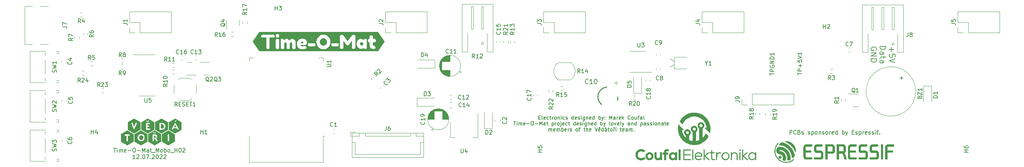
<source format=gbr>
%TF.GenerationSoftware,KiCad,Pcbnew,(6.0.4)*%
%TF.CreationDate,2022-07-12T22:37:10+02:00*%
%TF.ProjectId,Time-O-Mat_MoBo_H02,54696d65-2d4f-42d4-9d61-745f4d6f426f,rev?*%
%TF.SameCoordinates,Original*%
%TF.FileFunction,Legend,Top*%
%TF.FilePolarity,Positive*%
%FSLAX46Y46*%
G04 Gerber Fmt 4.6, Leading zero omitted, Abs format (unit mm)*
G04 Created by KiCad (PCBNEW (6.0.4)) date 2022-07-12 22:37:10*
%MOMM*%
%LPD*%
G01*
G04 APERTURE LIST*
%ADD10C,0.150000*%
%ADD11C,0.152000*%
%ADD12C,0.120000*%
%ADD13C,0.010000*%
%ADD14C,0.254000*%
G04 APERTURE END LIST*
D10*
X212339000Y-10900000D02*
X212339000Y-11966666D01*
X211805666Y-11433333D02*
X212872333Y-11433333D01*
X213205666Y-13300000D02*
X213205666Y-12633333D01*
X212539000Y-12566666D01*
X212605666Y-12633333D01*
X212672333Y-12766666D01*
X212672333Y-13100000D01*
X212605666Y-13233333D01*
X212539000Y-13300000D01*
X212405666Y-13366666D01*
X212072333Y-13366666D01*
X211939000Y-13300000D01*
X211872333Y-13233333D01*
X211805666Y-13100000D01*
X211805666Y-12766666D01*
X211872333Y-12633333D01*
X211939000Y-12566666D01*
X213205666Y-13766666D02*
X211805666Y-14233333D01*
X213205666Y-14700000D01*
X209551666Y-10666666D02*
X210951666Y-10666666D01*
X210951666Y-11000000D01*
X210885000Y-11200000D01*
X210751666Y-11333333D01*
X210618333Y-11400000D01*
X210351666Y-11466666D01*
X210151666Y-11466666D01*
X209885000Y-11400000D01*
X209751666Y-11333333D01*
X209618333Y-11200000D01*
X209551666Y-11000000D01*
X209551666Y-10666666D01*
X209551666Y-12666666D02*
X210285000Y-12666666D01*
X210418333Y-12600000D01*
X210485000Y-12466666D01*
X210485000Y-12200000D01*
X210418333Y-12066666D01*
X209618333Y-12666666D02*
X209551666Y-12533333D01*
X209551666Y-12200000D01*
X209618333Y-12066666D01*
X209751666Y-12000000D01*
X209885000Y-12000000D01*
X210018333Y-12066666D01*
X210085000Y-12200000D01*
X210085000Y-12533333D01*
X210151666Y-12666666D01*
X210485000Y-13133333D02*
X210485000Y-13666666D01*
X210951666Y-13333333D02*
X209751666Y-13333333D01*
X209618333Y-13400000D01*
X209551666Y-13533333D01*
X209551666Y-13666666D01*
X209551666Y-14733333D02*
X210285000Y-14733333D01*
X210418333Y-14666666D01*
X210485000Y-14533333D01*
X210485000Y-14266666D01*
X210418333Y-14133333D01*
X209618333Y-14733333D02*
X209551666Y-14600000D01*
X209551666Y-14266666D01*
X209618333Y-14133333D01*
X209751666Y-14066666D01*
X209885000Y-14066666D01*
X210018333Y-14133333D01*
X210085000Y-14266666D01*
X210085000Y-14600000D01*
X210151666Y-14733333D01*
X208631000Y-11633333D02*
X208697666Y-11500000D01*
X208697666Y-11300000D01*
X208631000Y-11100000D01*
X208497666Y-10966666D01*
X208364333Y-10900000D01*
X208097666Y-10833333D01*
X207897666Y-10833333D01*
X207631000Y-10900000D01*
X207497666Y-10966666D01*
X207364333Y-11100000D01*
X207297666Y-11300000D01*
X207297666Y-11433333D01*
X207364333Y-11633333D01*
X207431000Y-11700000D01*
X207897666Y-11700000D01*
X207897666Y-11433333D01*
X207297666Y-12300000D02*
X208697666Y-12300000D01*
X207297666Y-13100000D01*
X208697666Y-13100000D01*
X207297666Y-13766666D02*
X208697666Y-13766666D01*
X208697666Y-14100000D01*
X208631000Y-14300000D01*
X208497666Y-14433333D01*
X208364333Y-14500000D01*
X208097666Y-14566666D01*
X207897666Y-14566666D01*
X207631000Y-14500000D01*
X207497666Y-14433333D01*
X207364333Y-14300000D01*
X207297666Y-14100000D01*
X207297666Y-13766666D01*
X125487142Y-28204714D02*
X125787142Y-28204714D01*
X125915714Y-28676142D02*
X125487142Y-28676142D01*
X125487142Y-27776142D01*
X125915714Y-27776142D01*
X126429999Y-28676142D02*
X126344285Y-28633285D01*
X126301428Y-28547571D01*
X126301428Y-27776142D01*
X127115714Y-28633285D02*
X127029999Y-28676142D01*
X126858571Y-28676142D01*
X126772857Y-28633285D01*
X126729999Y-28547571D01*
X126729999Y-28204714D01*
X126772857Y-28119000D01*
X126858571Y-28076142D01*
X127029999Y-28076142D01*
X127115714Y-28119000D01*
X127158571Y-28204714D01*
X127158571Y-28290428D01*
X126729999Y-28376142D01*
X127929999Y-28633285D02*
X127844285Y-28676142D01*
X127672857Y-28676142D01*
X127587142Y-28633285D01*
X127544285Y-28590428D01*
X127501428Y-28504714D01*
X127501428Y-28247571D01*
X127544285Y-28161857D01*
X127587142Y-28119000D01*
X127672857Y-28076142D01*
X127844285Y-28076142D01*
X127929999Y-28119000D01*
X128187142Y-28076142D02*
X128529999Y-28076142D01*
X128315714Y-27776142D02*
X128315714Y-28547571D01*
X128358571Y-28633285D01*
X128444285Y-28676142D01*
X128529999Y-28676142D01*
X128829999Y-28676142D02*
X128829999Y-28076142D01*
X128829999Y-28247571D02*
X128872857Y-28161857D01*
X128915714Y-28119000D01*
X129001428Y-28076142D01*
X129087142Y-28076142D01*
X129515714Y-28676142D02*
X129429999Y-28633285D01*
X129387142Y-28590428D01*
X129344285Y-28504714D01*
X129344285Y-28247571D01*
X129387142Y-28161857D01*
X129429999Y-28119000D01*
X129515714Y-28076142D01*
X129644285Y-28076142D01*
X129729999Y-28119000D01*
X129772857Y-28161857D01*
X129815714Y-28247571D01*
X129815714Y-28504714D01*
X129772857Y-28590428D01*
X129729999Y-28633285D01*
X129644285Y-28676142D01*
X129515714Y-28676142D01*
X130201428Y-28076142D02*
X130201428Y-28676142D01*
X130201428Y-28161857D02*
X130244285Y-28119000D01*
X130329999Y-28076142D01*
X130458571Y-28076142D01*
X130544285Y-28119000D01*
X130587142Y-28204714D01*
X130587142Y-28676142D01*
X131015714Y-28676142D02*
X131015714Y-28076142D01*
X131015714Y-27776142D02*
X130972857Y-27819000D01*
X131015714Y-27861857D01*
X131058571Y-27819000D01*
X131015714Y-27776142D01*
X131015714Y-27861857D01*
X131829999Y-28633285D02*
X131744285Y-28676142D01*
X131572857Y-28676142D01*
X131487142Y-28633285D01*
X131444285Y-28590428D01*
X131401428Y-28504714D01*
X131401428Y-28247571D01*
X131444285Y-28161857D01*
X131487142Y-28119000D01*
X131572857Y-28076142D01*
X131744285Y-28076142D01*
X131829999Y-28119000D01*
X132172857Y-28633285D02*
X132258571Y-28676142D01*
X132429999Y-28676142D01*
X132515714Y-28633285D01*
X132558571Y-28547571D01*
X132558571Y-28504714D01*
X132515714Y-28419000D01*
X132429999Y-28376142D01*
X132301428Y-28376142D01*
X132215714Y-28333285D01*
X132172857Y-28247571D01*
X132172857Y-28204714D01*
X132215714Y-28119000D01*
X132301428Y-28076142D01*
X132429999Y-28076142D01*
X132515714Y-28119000D01*
X134015714Y-28676142D02*
X134015714Y-27776142D01*
X134015714Y-28633285D02*
X133929999Y-28676142D01*
X133758571Y-28676142D01*
X133672857Y-28633285D01*
X133629999Y-28590428D01*
X133587142Y-28504714D01*
X133587142Y-28247571D01*
X133629999Y-28161857D01*
X133672857Y-28119000D01*
X133758571Y-28076142D01*
X133929999Y-28076142D01*
X134015714Y-28119000D01*
X134787142Y-28633285D02*
X134701428Y-28676142D01*
X134530000Y-28676142D01*
X134444285Y-28633285D01*
X134401428Y-28547571D01*
X134401428Y-28204714D01*
X134444285Y-28119000D01*
X134530000Y-28076142D01*
X134701428Y-28076142D01*
X134787142Y-28119000D01*
X134830000Y-28204714D01*
X134830000Y-28290428D01*
X134401428Y-28376142D01*
X135172857Y-28633285D02*
X135258571Y-28676142D01*
X135430000Y-28676142D01*
X135515714Y-28633285D01*
X135558571Y-28547571D01*
X135558571Y-28504714D01*
X135515714Y-28419000D01*
X135430000Y-28376142D01*
X135301428Y-28376142D01*
X135215714Y-28333285D01*
X135172857Y-28247571D01*
X135172857Y-28204714D01*
X135215714Y-28119000D01*
X135301428Y-28076142D01*
X135430000Y-28076142D01*
X135515714Y-28119000D01*
X135944285Y-28676142D02*
X135944285Y-28076142D01*
X135944285Y-27776142D02*
X135901428Y-27819000D01*
X135944285Y-27861857D01*
X135987142Y-27819000D01*
X135944285Y-27776142D01*
X135944285Y-27861857D01*
X136758571Y-28076142D02*
X136758571Y-28804714D01*
X136715714Y-28890428D01*
X136672857Y-28933285D01*
X136587142Y-28976142D01*
X136458571Y-28976142D01*
X136372857Y-28933285D01*
X136758571Y-28633285D02*
X136672857Y-28676142D01*
X136501428Y-28676142D01*
X136415714Y-28633285D01*
X136372857Y-28590428D01*
X136330000Y-28504714D01*
X136330000Y-28247571D01*
X136372857Y-28161857D01*
X136415714Y-28119000D01*
X136501428Y-28076142D01*
X136672857Y-28076142D01*
X136758571Y-28119000D01*
X137187142Y-28076142D02*
X137187142Y-28676142D01*
X137187142Y-28161857D02*
X137230000Y-28119000D01*
X137315714Y-28076142D01*
X137444285Y-28076142D01*
X137530000Y-28119000D01*
X137572857Y-28204714D01*
X137572857Y-28676142D01*
X138344285Y-28633285D02*
X138258571Y-28676142D01*
X138087142Y-28676142D01*
X138001428Y-28633285D01*
X137958571Y-28547571D01*
X137958571Y-28204714D01*
X138001428Y-28119000D01*
X138087142Y-28076142D01*
X138258571Y-28076142D01*
X138344285Y-28119000D01*
X138387142Y-28204714D01*
X138387142Y-28290428D01*
X137958571Y-28376142D01*
X139158571Y-28676142D02*
X139158571Y-27776142D01*
X139158571Y-28633285D02*
X139072857Y-28676142D01*
X138901428Y-28676142D01*
X138815714Y-28633285D01*
X138772857Y-28590428D01*
X138730000Y-28504714D01*
X138730000Y-28247571D01*
X138772857Y-28161857D01*
X138815714Y-28119000D01*
X138901428Y-28076142D01*
X139072857Y-28076142D01*
X139158571Y-28119000D01*
X140272857Y-28676142D02*
X140272857Y-27776142D01*
X140272857Y-28119000D02*
X140358571Y-28076142D01*
X140530000Y-28076142D01*
X140615714Y-28119000D01*
X140658571Y-28161857D01*
X140701428Y-28247571D01*
X140701428Y-28504714D01*
X140658571Y-28590428D01*
X140615714Y-28633285D01*
X140530000Y-28676142D01*
X140358571Y-28676142D01*
X140272857Y-28633285D01*
X141001428Y-28076142D02*
X141215714Y-28676142D01*
X141430000Y-28076142D02*
X141215714Y-28676142D01*
X141130000Y-28890428D01*
X141087142Y-28933285D01*
X141001428Y-28976142D01*
X141772857Y-28590428D02*
X141815714Y-28633285D01*
X141772857Y-28676142D01*
X141730000Y-28633285D01*
X141772857Y-28590428D01*
X141772857Y-28676142D01*
X141772857Y-28119000D02*
X141815714Y-28161857D01*
X141772857Y-28204714D01*
X141730000Y-28161857D01*
X141772857Y-28119000D01*
X141772857Y-28204714D01*
X142887142Y-28676142D02*
X142887142Y-27776142D01*
X143187142Y-28419000D01*
X143487142Y-27776142D01*
X143487142Y-28676142D01*
X144301428Y-28676142D02*
X144301428Y-28204714D01*
X144258571Y-28119000D01*
X144172857Y-28076142D01*
X144001428Y-28076142D01*
X143915714Y-28119000D01*
X144301428Y-28633285D02*
X144215714Y-28676142D01*
X144001428Y-28676142D01*
X143915714Y-28633285D01*
X143872857Y-28547571D01*
X143872857Y-28461857D01*
X143915714Y-28376142D01*
X144001428Y-28333285D01*
X144215714Y-28333285D01*
X144301428Y-28290428D01*
X144730000Y-28676142D02*
X144730000Y-28076142D01*
X144730000Y-28247571D02*
X144772857Y-28161857D01*
X144815714Y-28119000D01*
X144901428Y-28076142D01*
X144987142Y-28076142D01*
X145630000Y-28633285D02*
X145544285Y-28676142D01*
X145372857Y-28676142D01*
X145287142Y-28633285D01*
X145244285Y-28547571D01*
X145244285Y-28204714D01*
X145287142Y-28119000D01*
X145372857Y-28076142D01*
X145544285Y-28076142D01*
X145630000Y-28119000D01*
X145672857Y-28204714D01*
X145672857Y-28290428D01*
X145244285Y-28376142D01*
X146058571Y-28676142D02*
X146058571Y-27776142D01*
X146144285Y-28333285D02*
X146401428Y-28676142D01*
X146401428Y-28076142D02*
X146058571Y-28419000D01*
X147987142Y-28590428D02*
X147944285Y-28633285D01*
X147815714Y-28676142D01*
X147730000Y-28676142D01*
X147601428Y-28633285D01*
X147515714Y-28547571D01*
X147472857Y-28461857D01*
X147430000Y-28290428D01*
X147430000Y-28161857D01*
X147472857Y-27990428D01*
X147515714Y-27904714D01*
X147601428Y-27819000D01*
X147730000Y-27776142D01*
X147815714Y-27776142D01*
X147944285Y-27819000D01*
X147987142Y-27861857D01*
X148501428Y-28676142D02*
X148415714Y-28633285D01*
X148372857Y-28590428D01*
X148330000Y-28504714D01*
X148330000Y-28247571D01*
X148372857Y-28161857D01*
X148415714Y-28119000D01*
X148501428Y-28076142D01*
X148630000Y-28076142D01*
X148715714Y-28119000D01*
X148758571Y-28161857D01*
X148801428Y-28247571D01*
X148801428Y-28504714D01*
X148758571Y-28590428D01*
X148715714Y-28633285D01*
X148630000Y-28676142D01*
X148501428Y-28676142D01*
X149572857Y-28076142D02*
X149572857Y-28676142D01*
X149187142Y-28076142D02*
X149187142Y-28547571D01*
X149230000Y-28633285D01*
X149315714Y-28676142D01*
X149444285Y-28676142D01*
X149530000Y-28633285D01*
X149572857Y-28590428D01*
X149872857Y-28076142D02*
X150215714Y-28076142D01*
X150001428Y-28676142D02*
X150001428Y-27904714D01*
X150044285Y-27819000D01*
X150130000Y-27776142D01*
X150215714Y-27776142D01*
X150901428Y-28676142D02*
X150901428Y-28204714D01*
X150858571Y-28119000D01*
X150772857Y-28076142D01*
X150601428Y-28076142D01*
X150515714Y-28119000D01*
X150901428Y-28633285D02*
X150815714Y-28676142D01*
X150601428Y-28676142D01*
X150515714Y-28633285D01*
X150472857Y-28547571D01*
X150472857Y-28461857D01*
X150515714Y-28376142D01*
X150601428Y-28333285D01*
X150815714Y-28333285D01*
X150901428Y-28290428D01*
X151458571Y-28676142D02*
X151372857Y-28633285D01*
X151330000Y-28547571D01*
X151330000Y-27776142D01*
X119294285Y-29225142D02*
X119808571Y-29225142D01*
X119551428Y-30125142D02*
X119551428Y-29225142D01*
X120108571Y-30125142D02*
X120108571Y-29525142D01*
X120108571Y-29225142D02*
X120065714Y-29268000D01*
X120108571Y-29310857D01*
X120151428Y-29268000D01*
X120108571Y-29225142D01*
X120108571Y-29310857D01*
X120537142Y-30125142D02*
X120537142Y-29525142D01*
X120537142Y-29610857D02*
X120580000Y-29568000D01*
X120665714Y-29525142D01*
X120794285Y-29525142D01*
X120880000Y-29568000D01*
X120922857Y-29653714D01*
X120922857Y-30125142D01*
X120922857Y-29653714D02*
X120965714Y-29568000D01*
X121051428Y-29525142D01*
X121180000Y-29525142D01*
X121265714Y-29568000D01*
X121308571Y-29653714D01*
X121308571Y-30125142D01*
X122080000Y-30082285D02*
X121994285Y-30125142D01*
X121822857Y-30125142D01*
X121737142Y-30082285D01*
X121694285Y-29996571D01*
X121694285Y-29653714D01*
X121737142Y-29568000D01*
X121822857Y-29525142D01*
X121994285Y-29525142D01*
X122080000Y-29568000D01*
X122122857Y-29653714D01*
X122122857Y-29739428D01*
X121694285Y-29825142D01*
X122508571Y-29782285D02*
X123194285Y-29782285D01*
X123794285Y-29225142D02*
X123965714Y-29225142D01*
X124051428Y-29268000D01*
X124137142Y-29353714D01*
X124180000Y-29525142D01*
X124180000Y-29825142D01*
X124137142Y-29996571D01*
X124051428Y-30082285D01*
X123965714Y-30125142D01*
X123794285Y-30125142D01*
X123708571Y-30082285D01*
X123622857Y-29996571D01*
X123580000Y-29825142D01*
X123580000Y-29525142D01*
X123622857Y-29353714D01*
X123708571Y-29268000D01*
X123794285Y-29225142D01*
X124565714Y-29782285D02*
X125251428Y-29782285D01*
X125680000Y-30125142D02*
X125680000Y-29225142D01*
X125980000Y-29868000D01*
X126280000Y-29225142D01*
X126280000Y-30125142D01*
X127094285Y-30125142D02*
X127094285Y-29653714D01*
X127051428Y-29568000D01*
X126965714Y-29525142D01*
X126794285Y-29525142D01*
X126708571Y-29568000D01*
X127094285Y-30082285D02*
X127008571Y-30125142D01*
X126794285Y-30125142D01*
X126708571Y-30082285D01*
X126665714Y-29996571D01*
X126665714Y-29910857D01*
X126708571Y-29825142D01*
X126794285Y-29782285D01*
X127008571Y-29782285D01*
X127094285Y-29739428D01*
X127394285Y-29525142D02*
X127737142Y-29525142D01*
X127522857Y-29225142D02*
X127522857Y-29996571D01*
X127565714Y-30082285D01*
X127651428Y-30125142D01*
X127737142Y-30125142D01*
X128722857Y-29525142D02*
X128722857Y-30425142D01*
X128722857Y-29568000D02*
X128808571Y-29525142D01*
X128980000Y-29525142D01*
X129065714Y-29568000D01*
X129108571Y-29610857D01*
X129151428Y-29696571D01*
X129151428Y-29953714D01*
X129108571Y-30039428D01*
X129065714Y-30082285D01*
X128980000Y-30125142D01*
X128808571Y-30125142D01*
X128722857Y-30082285D01*
X129537142Y-30125142D02*
X129537142Y-29525142D01*
X129537142Y-29696571D02*
X129580000Y-29610857D01*
X129622857Y-29568000D01*
X129708571Y-29525142D01*
X129794285Y-29525142D01*
X130222857Y-30125142D02*
X130137142Y-30082285D01*
X130094285Y-30039428D01*
X130051428Y-29953714D01*
X130051428Y-29696571D01*
X130094285Y-29610857D01*
X130137142Y-29568000D01*
X130222857Y-29525142D01*
X130351428Y-29525142D01*
X130437142Y-29568000D01*
X130480000Y-29610857D01*
X130522857Y-29696571D01*
X130522857Y-29953714D01*
X130480000Y-30039428D01*
X130437142Y-30082285D01*
X130351428Y-30125142D01*
X130222857Y-30125142D01*
X130908571Y-29525142D02*
X130908571Y-30296571D01*
X130865714Y-30382285D01*
X130780000Y-30425142D01*
X130737142Y-30425142D01*
X130908571Y-29225142D02*
X130865714Y-29268000D01*
X130908571Y-29310857D01*
X130951428Y-29268000D01*
X130908571Y-29225142D01*
X130908571Y-29310857D01*
X131680000Y-30082285D02*
X131594285Y-30125142D01*
X131422857Y-30125142D01*
X131337142Y-30082285D01*
X131294285Y-29996571D01*
X131294285Y-29653714D01*
X131337142Y-29568000D01*
X131422857Y-29525142D01*
X131594285Y-29525142D01*
X131680000Y-29568000D01*
X131722857Y-29653714D01*
X131722857Y-29739428D01*
X131294285Y-29825142D01*
X132494285Y-30082285D02*
X132408571Y-30125142D01*
X132237142Y-30125142D01*
X132151428Y-30082285D01*
X132108571Y-30039428D01*
X132065714Y-29953714D01*
X132065714Y-29696571D01*
X132108571Y-29610857D01*
X132151428Y-29568000D01*
X132237142Y-29525142D01*
X132408571Y-29525142D01*
X132494285Y-29568000D01*
X132751428Y-29525142D02*
X133094285Y-29525142D01*
X132880000Y-29225142D02*
X132880000Y-29996571D01*
X132922857Y-30082285D01*
X133008571Y-30125142D01*
X133094285Y-30125142D01*
X134465714Y-30125142D02*
X134465714Y-29225142D01*
X134465714Y-30082285D02*
X134380000Y-30125142D01*
X134208571Y-30125142D01*
X134122857Y-30082285D01*
X134080000Y-30039428D01*
X134037142Y-29953714D01*
X134037142Y-29696571D01*
X134080000Y-29610857D01*
X134122857Y-29568000D01*
X134208571Y-29525142D01*
X134380000Y-29525142D01*
X134465714Y-29568000D01*
X135237142Y-30082285D02*
X135151428Y-30125142D01*
X134980000Y-30125142D01*
X134894285Y-30082285D01*
X134851428Y-29996571D01*
X134851428Y-29653714D01*
X134894285Y-29568000D01*
X134980000Y-29525142D01*
X135151428Y-29525142D01*
X135237142Y-29568000D01*
X135280000Y-29653714D01*
X135280000Y-29739428D01*
X134851428Y-29825142D01*
X135622857Y-30082285D02*
X135708571Y-30125142D01*
X135880000Y-30125142D01*
X135965714Y-30082285D01*
X136008571Y-29996571D01*
X136008571Y-29953714D01*
X135965714Y-29868000D01*
X135880000Y-29825142D01*
X135751428Y-29825142D01*
X135665714Y-29782285D01*
X135622857Y-29696571D01*
X135622857Y-29653714D01*
X135665714Y-29568000D01*
X135751428Y-29525142D01*
X135880000Y-29525142D01*
X135965714Y-29568000D01*
X136394285Y-30125142D02*
X136394285Y-29525142D01*
X136394285Y-29225142D02*
X136351428Y-29268000D01*
X136394285Y-29310857D01*
X136437142Y-29268000D01*
X136394285Y-29225142D01*
X136394285Y-29310857D01*
X137208571Y-29525142D02*
X137208571Y-30253714D01*
X137165714Y-30339428D01*
X137122857Y-30382285D01*
X137037142Y-30425142D01*
X136908571Y-30425142D01*
X136822857Y-30382285D01*
X137208571Y-30082285D02*
X137122857Y-30125142D01*
X136951428Y-30125142D01*
X136865714Y-30082285D01*
X136822857Y-30039428D01*
X136780000Y-29953714D01*
X136780000Y-29696571D01*
X136822857Y-29610857D01*
X136865714Y-29568000D01*
X136951428Y-29525142D01*
X137122857Y-29525142D01*
X137208571Y-29568000D01*
X137637142Y-29525142D02*
X137637142Y-30125142D01*
X137637142Y-29610857D02*
X137680000Y-29568000D01*
X137765714Y-29525142D01*
X137894285Y-29525142D01*
X137980000Y-29568000D01*
X138022857Y-29653714D01*
X138022857Y-30125142D01*
X138794285Y-30082285D02*
X138708571Y-30125142D01*
X138537142Y-30125142D01*
X138451428Y-30082285D01*
X138408571Y-29996571D01*
X138408571Y-29653714D01*
X138451428Y-29568000D01*
X138537142Y-29525142D01*
X138708571Y-29525142D01*
X138794285Y-29568000D01*
X138837142Y-29653714D01*
X138837142Y-29739428D01*
X138408571Y-29825142D01*
X139608571Y-30125142D02*
X139608571Y-29225142D01*
X139608571Y-30082285D02*
X139522857Y-30125142D01*
X139351428Y-30125142D01*
X139265714Y-30082285D01*
X139222857Y-30039428D01*
X139180000Y-29953714D01*
X139180000Y-29696571D01*
X139222857Y-29610857D01*
X139265714Y-29568000D01*
X139351428Y-29525142D01*
X139522857Y-29525142D01*
X139608571Y-29568000D01*
X140722857Y-30125142D02*
X140722857Y-29225142D01*
X140722857Y-29568000D02*
X140808571Y-29525142D01*
X140980000Y-29525142D01*
X141065714Y-29568000D01*
X141108571Y-29610857D01*
X141151428Y-29696571D01*
X141151428Y-29953714D01*
X141108571Y-30039428D01*
X141065714Y-30082285D01*
X140980000Y-30125142D01*
X140808571Y-30125142D01*
X140722857Y-30082285D01*
X141451428Y-29525142D02*
X141665714Y-30125142D01*
X141880000Y-29525142D02*
X141665714Y-30125142D01*
X141580000Y-30339428D01*
X141537142Y-30382285D01*
X141451428Y-30425142D01*
X143037142Y-30125142D02*
X142951428Y-30082285D01*
X142908571Y-29996571D01*
X142908571Y-29225142D01*
X143508571Y-30125142D02*
X143422857Y-30082285D01*
X143380000Y-30039428D01*
X143337142Y-29953714D01*
X143337142Y-29696571D01*
X143380000Y-29610857D01*
X143422857Y-29568000D01*
X143508571Y-29525142D01*
X143637142Y-29525142D01*
X143722857Y-29568000D01*
X143765714Y-29610857D01*
X143808571Y-29696571D01*
X143808571Y-29953714D01*
X143765714Y-30039428D01*
X143722857Y-30082285D01*
X143637142Y-30125142D01*
X143508571Y-30125142D01*
X144108571Y-29525142D02*
X144322857Y-30125142D01*
X144537142Y-29525142D01*
X145222857Y-30082285D02*
X145137142Y-30125142D01*
X144965714Y-30125142D01*
X144880000Y-30082285D01*
X144837142Y-29996571D01*
X144837142Y-29653714D01*
X144880000Y-29568000D01*
X144965714Y-29525142D01*
X145137142Y-29525142D01*
X145222857Y-29568000D01*
X145265714Y-29653714D01*
X145265714Y-29739428D01*
X144837142Y-29825142D01*
X145780000Y-30125142D02*
X145694285Y-30082285D01*
X145651428Y-29996571D01*
X145651428Y-29225142D01*
X146037142Y-29525142D02*
X146251428Y-30125142D01*
X146465714Y-29525142D02*
X146251428Y-30125142D01*
X146165714Y-30339428D01*
X146122857Y-30382285D01*
X146037142Y-30425142D01*
X147880000Y-30125142D02*
X147880000Y-29653714D01*
X147837142Y-29568000D01*
X147751428Y-29525142D01*
X147580000Y-29525142D01*
X147494285Y-29568000D01*
X147880000Y-30082285D02*
X147794285Y-30125142D01*
X147580000Y-30125142D01*
X147494285Y-30082285D01*
X147451428Y-29996571D01*
X147451428Y-29910857D01*
X147494285Y-29825142D01*
X147580000Y-29782285D01*
X147794285Y-29782285D01*
X147880000Y-29739428D01*
X148308571Y-29525142D02*
X148308571Y-30125142D01*
X148308571Y-29610857D02*
X148351428Y-29568000D01*
X148437142Y-29525142D01*
X148565714Y-29525142D01*
X148651428Y-29568000D01*
X148694285Y-29653714D01*
X148694285Y-30125142D01*
X149508571Y-30125142D02*
X149508571Y-29225142D01*
X149508571Y-30082285D02*
X149422857Y-30125142D01*
X149251428Y-30125142D01*
X149165714Y-30082285D01*
X149122857Y-30039428D01*
X149080000Y-29953714D01*
X149080000Y-29696571D01*
X149122857Y-29610857D01*
X149165714Y-29568000D01*
X149251428Y-29525142D01*
X149422857Y-29525142D01*
X149508571Y-29568000D01*
X150622857Y-29525142D02*
X150622857Y-30425142D01*
X150622857Y-29568000D02*
X150708571Y-29525142D01*
X150880000Y-29525142D01*
X150965714Y-29568000D01*
X151008571Y-29610857D01*
X151051428Y-29696571D01*
X151051428Y-29953714D01*
X151008571Y-30039428D01*
X150965714Y-30082285D01*
X150880000Y-30125142D01*
X150708571Y-30125142D01*
X150622857Y-30082285D01*
X151822857Y-30125142D02*
X151822857Y-29653714D01*
X151780000Y-29568000D01*
X151694285Y-29525142D01*
X151522857Y-29525142D01*
X151437142Y-29568000D01*
X151822857Y-30082285D02*
X151737142Y-30125142D01*
X151522857Y-30125142D01*
X151437142Y-30082285D01*
X151394285Y-29996571D01*
X151394285Y-29910857D01*
X151437142Y-29825142D01*
X151522857Y-29782285D01*
X151737142Y-29782285D01*
X151822857Y-29739428D01*
X152208571Y-30082285D02*
X152294285Y-30125142D01*
X152465714Y-30125142D01*
X152551428Y-30082285D01*
X152594285Y-29996571D01*
X152594285Y-29953714D01*
X152551428Y-29868000D01*
X152465714Y-29825142D01*
X152337142Y-29825142D01*
X152251428Y-29782285D01*
X152208571Y-29696571D01*
X152208571Y-29653714D01*
X152251428Y-29568000D01*
X152337142Y-29525142D01*
X152465714Y-29525142D01*
X152551428Y-29568000D01*
X152937142Y-30082285D02*
X153022857Y-30125142D01*
X153194285Y-30125142D01*
X153280000Y-30082285D01*
X153322857Y-29996571D01*
X153322857Y-29953714D01*
X153280000Y-29868000D01*
X153194285Y-29825142D01*
X153065714Y-29825142D01*
X152980000Y-29782285D01*
X152937142Y-29696571D01*
X152937142Y-29653714D01*
X152980000Y-29568000D01*
X153065714Y-29525142D01*
X153194285Y-29525142D01*
X153280000Y-29568000D01*
X153708571Y-30125142D02*
X153708571Y-29525142D01*
X153708571Y-29225142D02*
X153665714Y-29268000D01*
X153708571Y-29310857D01*
X153751428Y-29268000D01*
X153708571Y-29225142D01*
X153708571Y-29310857D01*
X154265714Y-30125142D02*
X154180000Y-30082285D01*
X154137142Y-30039428D01*
X154094285Y-29953714D01*
X154094285Y-29696571D01*
X154137142Y-29610857D01*
X154180000Y-29568000D01*
X154265714Y-29525142D01*
X154394285Y-29525142D01*
X154480000Y-29568000D01*
X154522857Y-29610857D01*
X154565714Y-29696571D01*
X154565714Y-29953714D01*
X154522857Y-30039428D01*
X154480000Y-30082285D01*
X154394285Y-30125142D01*
X154265714Y-30125142D01*
X154951428Y-29525142D02*
X154951428Y-30125142D01*
X154951428Y-29610857D02*
X154994285Y-29568000D01*
X155080000Y-29525142D01*
X155208571Y-29525142D01*
X155294285Y-29568000D01*
X155337142Y-29653714D01*
X155337142Y-30125142D01*
X156151428Y-30125142D02*
X156151428Y-29653714D01*
X156108571Y-29568000D01*
X156022857Y-29525142D01*
X155851428Y-29525142D01*
X155765714Y-29568000D01*
X156151428Y-30082285D02*
X156065714Y-30125142D01*
X155851428Y-30125142D01*
X155765714Y-30082285D01*
X155722857Y-29996571D01*
X155722857Y-29910857D01*
X155765714Y-29825142D01*
X155851428Y-29782285D01*
X156065714Y-29782285D01*
X156151428Y-29739428D01*
X156451428Y-29525142D02*
X156794285Y-29525142D01*
X156580000Y-29225142D02*
X156580000Y-29996571D01*
X156622857Y-30082285D01*
X156708571Y-30125142D01*
X156794285Y-30125142D01*
X157437142Y-30082285D02*
X157351428Y-30125142D01*
X157180000Y-30125142D01*
X157094285Y-30082285D01*
X157051428Y-29996571D01*
X157051428Y-29653714D01*
X157094285Y-29568000D01*
X157180000Y-29525142D01*
X157351428Y-29525142D01*
X157437142Y-29568000D01*
X157480000Y-29653714D01*
X157480000Y-29739428D01*
X157051428Y-29825142D01*
X127930000Y-31574142D02*
X127930000Y-30974142D01*
X127930000Y-31059857D02*
X127972857Y-31017000D01*
X128058571Y-30974142D01*
X128187142Y-30974142D01*
X128272857Y-31017000D01*
X128315714Y-31102714D01*
X128315714Y-31574142D01*
X128315714Y-31102714D02*
X128358571Y-31017000D01*
X128444285Y-30974142D01*
X128572857Y-30974142D01*
X128658571Y-31017000D01*
X128701428Y-31102714D01*
X128701428Y-31574142D01*
X129472857Y-31531285D02*
X129387142Y-31574142D01*
X129215714Y-31574142D01*
X129130000Y-31531285D01*
X129087142Y-31445571D01*
X129087142Y-31102714D01*
X129130000Y-31017000D01*
X129215714Y-30974142D01*
X129387142Y-30974142D01*
X129472857Y-31017000D01*
X129515714Y-31102714D01*
X129515714Y-31188428D01*
X129087142Y-31274142D01*
X129901428Y-31574142D02*
X129901428Y-30974142D01*
X129901428Y-31059857D02*
X129944285Y-31017000D01*
X130030000Y-30974142D01*
X130158571Y-30974142D01*
X130244285Y-31017000D01*
X130287142Y-31102714D01*
X130287142Y-31574142D01*
X130287142Y-31102714D02*
X130330000Y-31017000D01*
X130415714Y-30974142D01*
X130544285Y-30974142D01*
X130630000Y-31017000D01*
X130672857Y-31102714D01*
X130672857Y-31574142D01*
X131101428Y-31574142D02*
X131101428Y-30674142D01*
X131101428Y-31017000D02*
X131187142Y-30974142D01*
X131358571Y-30974142D01*
X131444285Y-31017000D01*
X131487142Y-31059857D01*
X131530000Y-31145571D01*
X131530000Y-31402714D01*
X131487142Y-31488428D01*
X131444285Y-31531285D01*
X131358571Y-31574142D01*
X131187142Y-31574142D01*
X131101428Y-31531285D01*
X132258571Y-31531285D02*
X132172857Y-31574142D01*
X132001428Y-31574142D01*
X131915714Y-31531285D01*
X131872857Y-31445571D01*
X131872857Y-31102714D01*
X131915714Y-31017000D01*
X132001428Y-30974142D01*
X132172857Y-30974142D01*
X132258571Y-31017000D01*
X132301428Y-31102714D01*
X132301428Y-31188428D01*
X131872857Y-31274142D01*
X132687142Y-31574142D02*
X132687142Y-30974142D01*
X132687142Y-31145571D02*
X132730000Y-31059857D01*
X132772857Y-31017000D01*
X132858571Y-30974142D01*
X132944285Y-30974142D01*
X133201428Y-31531285D02*
X133287142Y-31574142D01*
X133458571Y-31574142D01*
X133544285Y-31531285D01*
X133587142Y-31445571D01*
X133587142Y-31402714D01*
X133544285Y-31317000D01*
X133458571Y-31274142D01*
X133330000Y-31274142D01*
X133244285Y-31231285D01*
X133201428Y-31145571D01*
X133201428Y-31102714D01*
X133244285Y-31017000D01*
X133330000Y-30974142D01*
X133458571Y-30974142D01*
X133544285Y-31017000D01*
X134787142Y-31574142D02*
X134701428Y-31531285D01*
X134658571Y-31488428D01*
X134615714Y-31402714D01*
X134615714Y-31145571D01*
X134658571Y-31059857D01*
X134701428Y-31017000D01*
X134787142Y-30974142D01*
X134915714Y-30974142D01*
X135001428Y-31017000D01*
X135044285Y-31059857D01*
X135087142Y-31145571D01*
X135087142Y-31402714D01*
X135044285Y-31488428D01*
X135001428Y-31531285D01*
X134915714Y-31574142D01*
X134787142Y-31574142D01*
X135344285Y-30974142D02*
X135687142Y-30974142D01*
X135472857Y-31574142D02*
X135472857Y-30802714D01*
X135515714Y-30717000D01*
X135601428Y-30674142D01*
X135687142Y-30674142D01*
X136544285Y-30974142D02*
X136887142Y-30974142D01*
X136672857Y-30674142D02*
X136672857Y-31445571D01*
X136715714Y-31531285D01*
X136801428Y-31574142D01*
X136887142Y-31574142D01*
X137187142Y-31574142D02*
X137187142Y-30674142D01*
X137572857Y-31574142D02*
X137572857Y-31102714D01*
X137530000Y-31017000D01*
X137444285Y-30974142D01*
X137315714Y-30974142D01*
X137230000Y-31017000D01*
X137187142Y-31059857D01*
X138344285Y-31531285D02*
X138258571Y-31574142D01*
X138087142Y-31574142D01*
X138001428Y-31531285D01*
X137958571Y-31445571D01*
X137958571Y-31102714D01*
X138001428Y-31017000D01*
X138087142Y-30974142D01*
X138258571Y-30974142D01*
X138344285Y-31017000D01*
X138387142Y-31102714D01*
X138387142Y-31188428D01*
X137958571Y-31274142D01*
X139330000Y-30674142D02*
X139630000Y-31574142D01*
X139930000Y-30674142D01*
X140572857Y-31531285D02*
X140487142Y-31574142D01*
X140315714Y-31574142D01*
X140230000Y-31531285D01*
X140187142Y-31445571D01*
X140187142Y-31102714D01*
X140230000Y-31017000D01*
X140315714Y-30974142D01*
X140487142Y-30974142D01*
X140572857Y-31017000D01*
X140615714Y-31102714D01*
X140615714Y-31188428D01*
X140187142Y-31274142D01*
X140230000Y-30631285D02*
X140401428Y-30759857D01*
X140572857Y-30631285D01*
X141387142Y-31574142D02*
X141387142Y-30674142D01*
X141387142Y-31531285D02*
X141301428Y-31574142D01*
X141130000Y-31574142D01*
X141044285Y-31531285D01*
X141001428Y-31488428D01*
X140958571Y-31402714D01*
X140958571Y-31145571D01*
X141001428Y-31059857D01*
X141044285Y-31017000D01*
X141130000Y-30974142D01*
X141301428Y-30974142D01*
X141387142Y-31017000D01*
X142201428Y-31574142D02*
X142201428Y-31102714D01*
X142158571Y-31017000D01*
X142072857Y-30974142D01*
X141901428Y-30974142D01*
X141815714Y-31017000D01*
X142201428Y-31531285D02*
X142115714Y-31574142D01*
X141901428Y-31574142D01*
X141815714Y-31531285D01*
X141772857Y-31445571D01*
X141772857Y-31359857D01*
X141815714Y-31274142D01*
X141901428Y-31231285D01*
X142115714Y-31231285D01*
X142201428Y-31188428D01*
X142072857Y-30631285D02*
X141944285Y-30759857D01*
X142501428Y-30974142D02*
X142844285Y-30974142D01*
X142630000Y-30674142D02*
X142630000Y-31445571D01*
X142672857Y-31531285D01*
X142758571Y-31574142D01*
X142844285Y-31574142D01*
X143272857Y-31574142D02*
X143187142Y-31531285D01*
X143144285Y-31488428D01*
X143101428Y-31402714D01*
X143101428Y-31145571D01*
X143144285Y-31059857D01*
X143187142Y-31017000D01*
X143272857Y-30974142D01*
X143401428Y-30974142D01*
X143487142Y-31017000D01*
X143530000Y-31059857D01*
X143572857Y-31145571D01*
X143572857Y-31402714D01*
X143530000Y-31488428D01*
X143487142Y-31531285D01*
X143401428Y-31574142D01*
X143272857Y-31574142D01*
X143958571Y-31574142D02*
X143958571Y-30974142D01*
X143958571Y-31145571D02*
X144001428Y-31059857D01*
X144044285Y-31017000D01*
X144130000Y-30974142D01*
X144215714Y-30974142D01*
X143872857Y-30631285D02*
X144044285Y-30759857D01*
X144215714Y-30631285D01*
X144515714Y-31574142D02*
X144515714Y-30974142D01*
X144515714Y-30674142D02*
X144472857Y-30717000D01*
X144515714Y-30759857D01*
X144558571Y-30717000D01*
X144515714Y-30674142D01*
X144515714Y-30759857D01*
X145501428Y-30974142D02*
X145844285Y-30974142D01*
X145630000Y-30674142D02*
X145630000Y-31445571D01*
X145672857Y-31531285D01*
X145758571Y-31574142D01*
X145844285Y-31574142D01*
X146487142Y-31531285D02*
X146401428Y-31574142D01*
X146230000Y-31574142D01*
X146144285Y-31531285D01*
X146101428Y-31445571D01*
X146101428Y-31102714D01*
X146144285Y-31017000D01*
X146230000Y-30974142D01*
X146401428Y-30974142D01*
X146487142Y-31017000D01*
X146530000Y-31102714D01*
X146530000Y-31188428D01*
X146101428Y-31274142D01*
X147301428Y-31574142D02*
X147301428Y-31102714D01*
X147258571Y-31017000D01*
X147172857Y-30974142D01*
X147001428Y-30974142D01*
X146915714Y-31017000D01*
X147301428Y-31531285D02*
X147215714Y-31574142D01*
X147001428Y-31574142D01*
X146915714Y-31531285D01*
X146872857Y-31445571D01*
X146872857Y-31359857D01*
X146915714Y-31274142D01*
X147001428Y-31231285D01*
X147215714Y-31231285D01*
X147301428Y-31188428D01*
X147730000Y-31574142D02*
X147730000Y-30974142D01*
X147730000Y-31059857D02*
X147772857Y-31017000D01*
X147858571Y-30974142D01*
X147987142Y-30974142D01*
X148072857Y-31017000D01*
X148115714Y-31102714D01*
X148115714Y-31574142D01*
X148115714Y-31102714D02*
X148158571Y-31017000D01*
X148244285Y-30974142D01*
X148372857Y-30974142D01*
X148458571Y-31017000D01*
X148501428Y-31102714D01*
X148501428Y-31574142D01*
X148930000Y-31488428D02*
X148972857Y-31531285D01*
X148930000Y-31574142D01*
X148887142Y-31531285D01*
X148930000Y-31488428D01*
X148930000Y-31574142D01*
X20733857Y-35772380D02*
X21305285Y-35772380D01*
X21019571Y-36772380D02*
X21019571Y-35772380D01*
X21638619Y-36772380D02*
X21638619Y-36105714D01*
X21638619Y-35772380D02*
X21590999Y-35820000D01*
X21638619Y-35867619D01*
X21686238Y-35820000D01*
X21638619Y-35772380D01*
X21638619Y-35867619D01*
X22114809Y-36772380D02*
X22114809Y-36105714D01*
X22114809Y-36200952D02*
X22162428Y-36153333D01*
X22257666Y-36105714D01*
X22400523Y-36105714D01*
X22495761Y-36153333D01*
X22543380Y-36248571D01*
X22543380Y-36772380D01*
X22543380Y-36248571D02*
X22590999Y-36153333D01*
X22686238Y-36105714D01*
X22829095Y-36105714D01*
X22924333Y-36153333D01*
X22971952Y-36248571D01*
X22971952Y-36772380D01*
X23829095Y-36724761D02*
X23733857Y-36772380D01*
X23543380Y-36772380D01*
X23448142Y-36724761D01*
X23400523Y-36629523D01*
X23400523Y-36248571D01*
X23448142Y-36153333D01*
X23543380Y-36105714D01*
X23733857Y-36105714D01*
X23829095Y-36153333D01*
X23876714Y-36248571D01*
X23876714Y-36343809D01*
X23400523Y-36439047D01*
X24305285Y-36391428D02*
X25067190Y-36391428D01*
X25733857Y-35772380D02*
X25924333Y-35772380D01*
X26019571Y-35820000D01*
X26114809Y-35915238D01*
X26162428Y-36105714D01*
X26162428Y-36439047D01*
X26114809Y-36629523D01*
X26019571Y-36724761D01*
X25924333Y-36772380D01*
X25733857Y-36772380D01*
X25638619Y-36724761D01*
X25543380Y-36629523D01*
X25495761Y-36439047D01*
X25495761Y-36105714D01*
X25543380Y-35915238D01*
X25638619Y-35820000D01*
X25733857Y-35772380D01*
X26590999Y-36391428D02*
X27352904Y-36391428D01*
X27829095Y-36772380D02*
X27829095Y-35772380D01*
X28162428Y-36486666D01*
X28495761Y-35772380D01*
X28495761Y-36772380D01*
X29400523Y-36772380D02*
X29400523Y-36248571D01*
X29352904Y-36153333D01*
X29257666Y-36105714D01*
X29067190Y-36105714D01*
X28971952Y-36153333D01*
X29400523Y-36724761D02*
X29305285Y-36772380D01*
X29067190Y-36772380D01*
X28971952Y-36724761D01*
X28924333Y-36629523D01*
X28924333Y-36534285D01*
X28971952Y-36439047D01*
X29067190Y-36391428D01*
X29305285Y-36391428D01*
X29400523Y-36343809D01*
X29733857Y-36105714D02*
X30114809Y-36105714D01*
X29876714Y-35772380D02*
X29876714Y-36629523D01*
X29924333Y-36724761D01*
X30019571Y-36772380D01*
X30114809Y-36772380D01*
X30210047Y-36867619D02*
X30971952Y-36867619D01*
X31210047Y-36772380D02*
X31210047Y-35772380D01*
X31543380Y-36486666D01*
X31876714Y-35772380D01*
X31876714Y-36772380D01*
X32495761Y-36772380D02*
X32400523Y-36724761D01*
X32352904Y-36677142D01*
X32305285Y-36581904D01*
X32305285Y-36296190D01*
X32352904Y-36200952D01*
X32400523Y-36153333D01*
X32495761Y-36105714D01*
X32638619Y-36105714D01*
X32733857Y-36153333D01*
X32781476Y-36200952D01*
X32829095Y-36296190D01*
X32829095Y-36581904D01*
X32781476Y-36677142D01*
X32733857Y-36724761D01*
X32638619Y-36772380D01*
X32495761Y-36772380D01*
X33257666Y-36772380D02*
X33257666Y-35772380D01*
X33257666Y-36153333D02*
X33352904Y-36105714D01*
X33543380Y-36105714D01*
X33638619Y-36153333D01*
X33686238Y-36200952D01*
X33733857Y-36296190D01*
X33733857Y-36581904D01*
X33686238Y-36677142D01*
X33638619Y-36724761D01*
X33543380Y-36772380D01*
X33352904Y-36772380D01*
X33257666Y-36724761D01*
X34305285Y-36772380D02*
X34210047Y-36724761D01*
X34162428Y-36677142D01*
X34114809Y-36581904D01*
X34114809Y-36296190D01*
X34162428Y-36200952D01*
X34210047Y-36153333D01*
X34305285Y-36105714D01*
X34448142Y-36105714D01*
X34543380Y-36153333D01*
X34590999Y-36200952D01*
X34638619Y-36296190D01*
X34638619Y-36581904D01*
X34590999Y-36677142D01*
X34543380Y-36724761D01*
X34448142Y-36772380D01*
X34305285Y-36772380D01*
X34829095Y-36867619D02*
X35590999Y-36867619D01*
X35829095Y-36772380D02*
X35829095Y-35772380D01*
X35829095Y-36248571D02*
X36400523Y-36248571D01*
X36400523Y-36772380D02*
X36400523Y-35772380D01*
X37067190Y-35772380D02*
X37162428Y-35772380D01*
X37257666Y-35820000D01*
X37305285Y-35867619D01*
X37352904Y-35962857D01*
X37400523Y-36153333D01*
X37400523Y-36391428D01*
X37352904Y-36581904D01*
X37305285Y-36677142D01*
X37257666Y-36724761D01*
X37162428Y-36772380D01*
X37067190Y-36772380D01*
X36971952Y-36724761D01*
X36924333Y-36677142D01*
X36876714Y-36581904D01*
X36829095Y-36391428D01*
X36829095Y-36153333D01*
X36876714Y-35962857D01*
X36924333Y-35867619D01*
X36971952Y-35820000D01*
X37067190Y-35772380D01*
X37781476Y-35867619D02*
X37829095Y-35820000D01*
X37924333Y-35772380D01*
X38162428Y-35772380D01*
X38257666Y-35820000D01*
X38305285Y-35867619D01*
X38352904Y-35962857D01*
X38352904Y-36058095D01*
X38305285Y-36200952D01*
X37733857Y-36772380D01*
X38352904Y-36772380D01*
X26067190Y-38382380D02*
X25495761Y-38382380D01*
X25781476Y-38382380D02*
X25781476Y-37382380D01*
X25686238Y-37525238D01*
X25591000Y-37620476D01*
X25495761Y-37668095D01*
X26448142Y-37477619D02*
X26495761Y-37430000D01*
X26591000Y-37382380D01*
X26829095Y-37382380D01*
X26924333Y-37430000D01*
X26971952Y-37477619D01*
X27019571Y-37572857D01*
X27019571Y-37668095D01*
X26971952Y-37810952D01*
X26400523Y-38382380D01*
X27019571Y-38382380D01*
X27448142Y-38287142D02*
X27495761Y-38334761D01*
X27448142Y-38382380D01*
X27400523Y-38334761D01*
X27448142Y-38287142D01*
X27448142Y-38382380D01*
X28114809Y-37382380D02*
X28210047Y-37382380D01*
X28305285Y-37430000D01*
X28352904Y-37477619D01*
X28400523Y-37572857D01*
X28448142Y-37763333D01*
X28448142Y-38001428D01*
X28400523Y-38191904D01*
X28352904Y-38287142D01*
X28305285Y-38334761D01*
X28210047Y-38382380D01*
X28114809Y-38382380D01*
X28019571Y-38334761D01*
X27971952Y-38287142D01*
X27924333Y-38191904D01*
X27876714Y-38001428D01*
X27876714Y-37763333D01*
X27924333Y-37572857D01*
X27971952Y-37477619D01*
X28019571Y-37430000D01*
X28114809Y-37382380D01*
X28781476Y-37382380D02*
X29448142Y-37382380D01*
X29019571Y-38382380D01*
X29829095Y-38287142D02*
X29876714Y-38334761D01*
X29829095Y-38382380D01*
X29781476Y-38334761D01*
X29829095Y-38287142D01*
X29829095Y-38382380D01*
X30257666Y-37477619D02*
X30305285Y-37430000D01*
X30400523Y-37382380D01*
X30638619Y-37382380D01*
X30733857Y-37430000D01*
X30781476Y-37477619D01*
X30829095Y-37572857D01*
X30829095Y-37668095D01*
X30781476Y-37810952D01*
X30210047Y-38382380D01*
X30829095Y-38382380D01*
X31448142Y-37382380D02*
X31543380Y-37382380D01*
X31638619Y-37430000D01*
X31686238Y-37477619D01*
X31733857Y-37572857D01*
X31781476Y-37763333D01*
X31781476Y-38001428D01*
X31733857Y-38191904D01*
X31686238Y-38287142D01*
X31638619Y-38334761D01*
X31543380Y-38382380D01*
X31448142Y-38382380D01*
X31352904Y-38334761D01*
X31305285Y-38287142D01*
X31257666Y-38191904D01*
X31210047Y-38001428D01*
X31210047Y-37763333D01*
X31257666Y-37572857D01*
X31305285Y-37477619D01*
X31352904Y-37430000D01*
X31448142Y-37382380D01*
X32162428Y-37477619D02*
X32210047Y-37430000D01*
X32305285Y-37382380D01*
X32543380Y-37382380D01*
X32638619Y-37430000D01*
X32686238Y-37477619D01*
X32733857Y-37572857D01*
X32733857Y-37668095D01*
X32686238Y-37810952D01*
X32114809Y-38382380D01*
X32733857Y-38382380D01*
X33114809Y-37477619D02*
X33162428Y-37430000D01*
X33257666Y-37382380D01*
X33495761Y-37382380D01*
X33591000Y-37430000D01*
X33638619Y-37477619D01*
X33686238Y-37572857D01*
X33686238Y-37668095D01*
X33638619Y-37810952D01*
X33067190Y-38382380D01*
X33686238Y-38382380D01*
X187302571Y-32329380D02*
X187302571Y-31329380D01*
X187683523Y-31329380D01*
X187778761Y-31377000D01*
X187826380Y-31424619D01*
X187874000Y-31519857D01*
X187874000Y-31662714D01*
X187826380Y-31757952D01*
X187778761Y-31805571D01*
X187683523Y-31853190D01*
X187302571Y-31853190D01*
X188874000Y-32234142D02*
X188826380Y-32281761D01*
X188683523Y-32329380D01*
X188588285Y-32329380D01*
X188445428Y-32281761D01*
X188350190Y-32186523D01*
X188302571Y-32091285D01*
X188254952Y-31900809D01*
X188254952Y-31757952D01*
X188302571Y-31567476D01*
X188350190Y-31472238D01*
X188445428Y-31377000D01*
X188588285Y-31329380D01*
X188683523Y-31329380D01*
X188826380Y-31377000D01*
X188874000Y-31424619D01*
X189635904Y-31805571D02*
X189778761Y-31853190D01*
X189826380Y-31900809D01*
X189874000Y-31996047D01*
X189874000Y-32138904D01*
X189826380Y-32234142D01*
X189778761Y-32281761D01*
X189683523Y-32329380D01*
X189302571Y-32329380D01*
X189302571Y-31329380D01*
X189635904Y-31329380D01*
X189731142Y-31377000D01*
X189778761Y-31424619D01*
X189826380Y-31519857D01*
X189826380Y-31615095D01*
X189778761Y-31710333D01*
X189731142Y-31757952D01*
X189635904Y-31805571D01*
X189302571Y-31805571D01*
X190254952Y-32281761D02*
X190350190Y-32329380D01*
X190540666Y-32329380D01*
X190635904Y-32281761D01*
X190683523Y-32186523D01*
X190683523Y-32138904D01*
X190635904Y-32043666D01*
X190540666Y-31996047D01*
X190397809Y-31996047D01*
X190302571Y-31948428D01*
X190254952Y-31853190D01*
X190254952Y-31805571D01*
X190302571Y-31710333D01*
X190397809Y-31662714D01*
X190540666Y-31662714D01*
X190635904Y-31710333D01*
X191826380Y-32281761D02*
X191921619Y-32329380D01*
X192112095Y-32329380D01*
X192207333Y-32281761D01*
X192254952Y-32186523D01*
X192254952Y-32138904D01*
X192207333Y-32043666D01*
X192112095Y-31996047D01*
X191969238Y-31996047D01*
X191874000Y-31948428D01*
X191826380Y-31853190D01*
X191826380Y-31805571D01*
X191874000Y-31710333D01*
X191969238Y-31662714D01*
X192112095Y-31662714D01*
X192207333Y-31710333D01*
X192683523Y-31662714D02*
X192683523Y-32662714D01*
X192683523Y-31710333D02*
X192778761Y-31662714D01*
X192969238Y-31662714D01*
X193064476Y-31710333D01*
X193112095Y-31757952D01*
X193159714Y-31853190D01*
X193159714Y-32138904D01*
X193112095Y-32234142D01*
X193064476Y-32281761D01*
X192969238Y-32329380D01*
X192778761Y-32329380D01*
X192683523Y-32281761D01*
X193731142Y-32329380D02*
X193635904Y-32281761D01*
X193588285Y-32234142D01*
X193540666Y-32138904D01*
X193540666Y-31853190D01*
X193588285Y-31757952D01*
X193635904Y-31710333D01*
X193731142Y-31662714D01*
X193874000Y-31662714D01*
X193969238Y-31710333D01*
X194016857Y-31757952D01*
X194064476Y-31853190D01*
X194064476Y-32138904D01*
X194016857Y-32234142D01*
X193969238Y-32281761D01*
X193874000Y-32329380D01*
X193731142Y-32329380D01*
X194493047Y-31662714D02*
X194493047Y-32329380D01*
X194493047Y-31757952D02*
X194540666Y-31710333D01*
X194635904Y-31662714D01*
X194778761Y-31662714D01*
X194874000Y-31710333D01*
X194921619Y-31805571D01*
X194921619Y-32329380D01*
X195350190Y-32281761D02*
X195445428Y-32329380D01*
X195635904Y-32329380D01*
X195731142Y-32281761D01*
X195778761Y-32186523D01*
X195778761Y-32138904D01*
X195731142Y-32043666D01*
X195635904Y-31996047D01*
X195493047Y-31996047D01*
X195397809Y-31948428D01*
X195350190Y-31853190D01*
X195350190Y-31805571D01*
X195397809Y-31710333D01*
X195493047Y-31662714D01*
X195635904Y-31662714D01*
X195731142Y-31710333D01*
X196350190Y-32329380D02*
X196254952Y-32281761D01*
X196207333Y-32234142D01*
X196159714Y-32138904D01*
X196159714Y-31853190D01*
X196207333Y-31757952D01*
X196254952Y-31710333D01*
X196350190Y-31662714D01*
X196493047Y-31662714D01*
X196588285Y-31710333D01*
X196635904Y-31757952D01*
X196683523Y-31853190D01*
X196683523Y-32138904D01*
X196635904Y-32234142D01*
X196588285Y-32281761D01*
X196493047Y-32329380D01*
X196350190Y-32329380D01*
X197112095Y-32329380D02*
X197112095Y-31662714D01*
X197112095Y-31853190D02*
X197159714Y-31757952D01*
X197207333Y-31710333D01*
X197302571Y-31662714D01*
X197397809Y-31662714D01*
X198112095Y-32281761D02*
X198016857Y-32329380D01*
X197826380Y-32329380D01*
X197731142Y-32281761D01*
X197683523Y-32186523D01*
X197683523Y-31805571D01*
X197731142Y-31710333D01*
X197826380Y-31662714D01*
X198016857Y-31662714D01*
X198112095Y-31710333D01*
X198159714Y-31805571D01*
X198159714Y-31900809D01*
X197683523Y-31996047D01*
X199016857Y-32329380D02*
X199016857Y-31329380D01*
X199016857Y-32281761D02*
X198921619Y-32329380D01*
X198731142Y-32329380D01*
X198635904Y-32281761D01*
X198588285Y-32234142D01*
X198540666Y-32138904D01*
X198540666Y-31853190D01*
X198588285Y-31757952D01*
X198635904Y-31710333D01*
X198731142Y-31662714D01*
X198921619Y-31662714D01*
X199016857Y-31710333D01*
X200254952Y-32329380D02*
X200254952Y-31329380D01*
X200254952Y-31710333D02*
X200350190Y-31662714D01*
X200540666Y-31662714D01*
X200635904Y-31710333D01*
X200683523Y-31757952D01*
X200731142Y-31853190D01*
X200731142Y-32138904D01*
X200683523Y-32234142D01*
X200635904Y-32281761D01*
X200540666Y-32329380D01*
X200350190Y-32329380D01*
X200254952Y-32281761D01*
X201064476Y-31662714D02*
X201302571Y-32329380D01*
X201540666Y-31662714D02*
X201302571Y-32329380D01*
X201207333Y-32567476D01*
X201159714Y-32615095D01*
X201064476Y-32662714D01*
X202683523Y-31805571D02*
X203016857Y-31805571D01*
X203159714Y-32329380D02*
X202683523Y-32329380D01*
X202683523Y-31329380D01*
X203159714Y-31329380D01*
X203540666Y-32281761D02*
X203635904Y-32329380D01*
X203826380Y-32329380D01*
X203921619Y-32281761D01*
X203969238Y-32186523D01*
X203969238Y-32138904D01*
X203921619Y-32043666D01*
X203826380Y-31996047D01*
X203683523Y-31996047D01*
X203588285Y-31948428D01*
X203540666Y-31853190D01*
X203540666Y-31805571D01*
X203588285Y-31710333D01*
X203683523Y-31662714D01*
X203826380Y-31662714D01*
X203921619Y-31710333D01*
X204397809Y-31662714D02*
X204397809Y-32662714D01*
X204397809Y-31710333D02*
X204493047Y-31662714D01*
X204683523Y-31662714D01*
X204778761Y-31710333D01*
X204826380Y-31757952D01*
X204874000Y-31853190D01*
X204874000Y-32138904D01*
X204826380Y-32234142D01*
X204778761Y-32281761D01*
X204683523Y-32329380D01*
X204493047Y-32329380D01*
X204397809Y-32281761D01*
X205302571Y-32329380D02*
X205302571Y-31662714D01*
X205302571Y-31853190D02*
X205350190Y-31757952D01*
X205397809Y-31710333D01*
X205493047Y-31662714D01*
X205588285Y-31662714D01*
X206302571Y-32281761D02*
X206207333Y-32329380D01*
X206016857Y-32329380D01*
X205921619Y-32281761D01*
X205874000Y-32186523D01*
X205874000Y-31805571D01*
X205921619Y-31710333D01*
X206016857Y-31662714D01*
X206207333Y-31662714D01*
X206302571Y-31710333D01*
X206350190Y-31805571D01*
X206350190Y-31900809D01*
X205874000Y-31996047D01*
X206731142Y-32281761D02*
X206826380Y-32329380D01*
X207016857Y-32329380D01*
X207112095Y-32281761D01*
X207159714Y-32186523D01*
X207159714Y-32138904D01*
X207112095Y-32043666D01*
X207016857Y-31996047D01*
X206874000Y-31996047D01*
X206778761Y-31948428D01*
X206731142Y-31853190D01*
X206731142Y-31805571D01*
X206778761Y-31710333D01*
X206874000Y-31662714D01*
X207016857Y-31662714D01*
X207112095Y-31710333D01*
X207540666Y-32281761D02*
X207635904Y-32329380D01*
X207826380Y-32329380D01*
X207921619Y-32281761D01*
X207969238Y-32186523D01*
X207969238Y-32138904D01*
X207921619Y-32043666D01*
X207826380Y-31996047D01*
X207683523Y-31996047D01*
X207588285Y-31948428D01*
X207540666Y-31853190D01*
X207540666Y-31805571D01*
X207588285Y-31710333D01*
X207683523Y-31662714D01*
X207826380Y-31662714D01*
X207921619Y-31710333D01*
X208397809Y-32329380D02*
X208397809Y-31662714D01*
X208397809Y-31329380D02*
X208350190Y-31377000D01*
X208397809Y-31424619D01*
X208445428Y-31377000D01*
X208397809Y-31329380D01*
X208397809Y-31424619D01*
X208731142Y-31662714D02*
X209112095Y-31662714D01*
X208874000Y-32329380D02*
X208874000Y-31472238D01*
X208921619Y-31377000D01*
X209016857Y-31329380D01*
X209112095Y-31329380D01*
X209445428Y-32234142D02*
X209493047Y-32281761D01*
X209445428Y-32329380D01*
X209397809Y-32281761D01*
X209445428Y-32234142D01*
X209445428Y-32329380D01*
%TO.C,C13*%
X40404642Y-12427142D02*
X40357023Y-12474761D01*
X40214166Y-12522380D01*
X40118928Y-12522380D01*
X39976071Y-12474761D01*
X39880833Y-12379523D01*
X39833214Y-12284285D01*
X39785595Y-12093809D01*
X39785595Y-11950952D01*
X39833214Y-11760476D01*
X39880833Y-11665238D01*
X39976071Y-11570000D01*
X40118928Y-11522380D01*
X40214166Y-11522380D01*
X40357023Y-11570000D01*
X40404642Y-11617619D01*
X41357023Y-12522380D02*
X40785595Y-12522380D01*
X41071309Y-12522380D02*
X41071309Y-11522380D01*
X40976071Y-11665238D01*
X40880833Y-11760476D01*
X40785595Y-11808095D01*
X41690357Y-11522380D02*
X42309404Y-11522380D01*
X41976071Y-11903333D01*
X42118928Y-11903333D01*
X42214166Y-11950952D01*
X42261785Y-11998571D01*
X42309404Y-12093809D01*
X42309404Y-12331904D01*
X42261785Y-12427142D01*
X42214166Y-12474761D01*
X42118928Y-12522380D01*
X41833214Y-12522380D01*
X41737976Y-12474761D01*
X41690357Y-12427142D01*
%TO.C,C2*%
X117451142Y-29122666D02*
X117498761Y-29170285D01*
X117546380Y-29313142D01*
X117546380Y-29408380D01*
X117498761Y-29551238D01*
X117403523Y-29646476D01*
X117308285Y-29694095D01*
X117117809Y-29741714D01*
X116974952Y-29741714D01*
X116784476Y-29694095D01*
X116689238Y-29646476D01*
X116594000Y-29551238D01*
X116546380Y-29408380D01*
X116546380Y-29313142D01*
X116594000Y-29170285D01*
X116641619Y-29122666D01*
X116641619Y-28741714D02*
X116594000Y-28694095D01*
X116546380Y-28598857D01*
X116546380Y-28360761D01*
X116594000Y-28265523D01*
X116641619Y-28217904D01*
X116736857Y-28170285D01*
X116832095Y-28170285D01*
X116974952Y-28217904D01*
X117546380Y-28789333D01*
X117546380Y-28170285D01*
%TO.C,R11*%
X33901142Y-14295380D02*
X33567809Y-13819190D01*
X33329714Y-14295380D02*
X33329714Y-13295380D01*
X33710666Y-13295380D01*
X33805904Y-13343000D01*
X33853523Y-13390619D01*
X33901142Y-13485857D01*
X33901142Y-13628714D01*
X33853523Y-13723952D01*
X33805904Y-13771571D01*
X33710666Y-13819190D01*
X33329714Y-13819190D01*
X34853523Y-14295380D02*
X34282095Y-14295380D01*
X34567809Y-14295380D02*
X34567809Y-13295380D01*
X34472571Y-13438238D01*
X34377333Y-13533476D01*
X34282095Y-13581095D01*
X35805904Y-14295380D02*
X35234476Y-14295380D01*
X35520190Y-14295380D02*
X35520190Y-13295380D01*
X35424952Y-13438238D01*
X35329714Y-13533476D01*
X35234476Y-13581095D01*
%TO.C,SW3*%
X6627761Y-36458333D02*
X6675380Y-36315476D01*
X6675380Y-36077380D01*
X6627761Y-35982142D01*
X6580142Y-35934523D01*
X6484904Y-35886904D01*
X6389666Y-35886904D01*
X6294428Y-35934523D01*
X6246809Y-35982142D01*
X6199190Y-36077380D01*
X6151571Y-36267857D01*
X6103952Y-36363095D01*
X6056333Y-36410714D01*
X5961095Y-36458333D01*
X5865857Y-36458333D01*
X5770619Y-36410714D01*
X5723000Y-36363095D01*
X5675380Y-36267857D01*
X5675380Y-36029761D01*
X5723000Y-35886904D01*
X5675380Y-35553571D02*
X6675380Y-35315476D01*
X5961095Y-35125000D01*
X6675380Y-34934523D01*
X5675380Y-34696428D01*
X5675380Y-34410714D02*
X5675380Y-33791666D01*
X6056333Y-34125000D01*
X6056333Y-33982142D01*
X6103952Y-33886904D01*
X6151571Y-33839285D01*
X6246809Y-33791666D01*
X6484904Y-33791666D01*
X6580142Y-33839285D01*
X6627761Y-33886904D01*
X6675380Y-33982142D01*
X6675380Y-34267857D01*
X6627761Y-34363095D01*
X6580142Y-34410714D01*
%TO.C,D4*%
X96561904Y-13252380D02*
X96561904Y-12252380D01*
X96800000Y-12252380D01*
X96942857Y-12300000D01*
X97038095Y-12395238D01*
X97085714Y-12490476D01*
X97133333Y-12680952D01*
X97133333Y-12823809D01*
X97085714Y-13014285D01*
X97038095Y-13109523D01*
X96942857Y-13204761D01*
X96800000Y-13252380D01*
X96561904Y-13252380D01*
X97990476Y-12585714D02*
X97990476Y-13252380D01*
X97752380Y-12204761D02*
X97514285Y-12919047D01*
X98133333Y-12919047D01*
%TO.C,TP+5V1*%
X189252380Y-17685714D02*
X189252380Y-17114285D01*
X190252380Y-17400000D02*
X189252380Y-17400000D01*
X190252380Y-16780952D02*
X189252380Y-16780952D01*
X189252380Y-16400000D01*
X189300000Y-16304761D01*
X189347619Y-16257142D01*
X189442857Y-16209523D01*
X189585714Y-16209523D01*
X189680952Y-16257142D01*
X189728571Y-16304761D01*
X189776190Y-16400000D01*
X189776190Y-16780952D01*
X189871428Y-15780952D02*
X189871428Y-15019047D01*
X190252380Y-15400000D02*
X189490476Y-15400000D01*
X189252380Y-14066666D02*
X189252380Y-14542857D01*
X189728571Y-14590476D01*
X189680952Y-14542857D01*
X189633333Y-14447619D01*
X189633333Y-14209523D01*
X189680952Y-14114285D01*
X189728571Y-14066666D01*
X189823809Y-14019047D01*
X190061904Y-14019047D01*
X190157142Y-14066666D01*
X190204761Y-14114285D01*
X190252380Y-14209523D01*
X190252380Y-14447619D01*
X190204761Y-14542857D01*
X190157142Y-14590476D01*
X189252380Y-13733333D02*
X190252380Y-13400000D01*
X189252380Y-13066666D01*
X190252380Y-12209523D02*
X190252380Y-12780952D01*
X190252380Y-12495238D02*
X189252380Y-12495238D01*
X189395238Y-12590476D01*
X189490476Y-12685714D01*
X189538095Y-12780952D01*
%TO.C,R18*%
X178346380Y-27947857D02*
X177870190Y-28281190D01*
X178346380Y-28519285D02*
X177346380Y-28519285D01*
X177346380Y-28138333D01*
X177394000Y-28043095D01*
X177441619Y-27995476D01*
X177536857Y-27947857D01*
X177679714Y-27947857D01*
X177774952Y-27995476D01*
X177822571Y-28043095D01*
X177870190Y-28138333D01*
X177870190Y-28519285D01*
X178346380Y-26995476D02*
X178346380Y-27566904D01*
X178346380Y-27281190D02*
X177346380Y-27281190D01*
X177489238Y-27376428D01*
X177584476Y-27471666D01*
X177632095Y-27566904D01*
X177774952Y-26424047D02*
X177727333Y-26519285D01*
X177679714Y-26566904D01*
X177584476Y-26614523D01*
X177536857Y-26614523D01*
X177441619Y-26566904D01*
X177394000Y-26519285D01*
X177346380Y-26424047D01*
X177346380Y-26233571D01*
X177394000Y-26138333D01*
X177441619Y-26090714D01*
X177536857Y-26043095D01*
X177584476Y-26043095D01*
X177679714Y-26090714D01*
X177727333Y-26138333D01*
X177774952Y-26233571D01*
X177774952Y-26424047D01*
X177822571Y-26519285D01*
X177870190Y-26566904D01*
X177965428Y-26614523D01*
X178155904Y-26614523D01*
X178251142Y-26566904D01*
X178298761Y-26519285D01*
X178346380Y-26424047D01*
X178346380Y-26233571D01*
X178298761Y-26138333D01*
X178251142Y-26090714D01*
X178155904Y-26043095D01*
X177965428Y-26043095D01*
X177870190Y-26090714D01*
X177822571Y-26138333D01*
X177774952Y-26233571D01*
%TO.C,R15*%
X130457142Y-23058380D02*
X130123809Y-22582190D01*
X129885714Y-23058380D02*
X129885714Y-22058380D01*
X130266666Y-22058380D01*
X130361904Y-22106000D01*
X130409523Y-22153619D01*
X130457142Y-22248857D01*
X130457142Y-22391714D01*
X130409523Y-22486952D01*
X130361904Y-22534571D01*
X130266666Y-22582190D01*
X129885714Y-22582190D01*
X131409523Y-23058380D02*
X130838095Y-23058380D01*
X131123809Y-23058380D02*
X131123809Y-22058380D01*
X131028571Y-22201238D01*
X130933333Y-22296476D01*
X130838095Y-22344095D01*
X132314285Y-22058380D02*
X131838095Y-22058380D01*
X131790476Y-22534571D01*
X131838095Y-22486952D01*
X131933333Y-22439333D01*
X132171428Y-22439333D01*
X132266666Y-22486952D01*
X132314285Y-22534571D01*
X132361904Y-22629809D01*
X132361904Y-22867904D01*
X132314285Y-22963142D01*
X132266666Y-23010761D01*
X132171428Y-23058380D01*
X131933333Y-23058380D01*
X131838095Y-23010761D01*
X131790476Y-22963142D01*
%TO.C,J7*%
X8215380Y-5833333D02*
X8929666Y-5833333D01*
X9072523Y-5880952D01*
X9167761Y-5976190D01*
X9215380Y-6119047D01*
X9215380Y-6214285D01*
X8215380Y-5452380D02*
X8215380Y-4785714D01*
X9215380Y-5214285D01*
%TO.C,SW1*%
X6627761Y-17058333D02*
X6675380Y-16915476D01*
X6675380Y-16677380D01*
X6627761Y-16582142D01*
X6580142Y-16534523D01*
X6484904Y-16486904D01*
X6389666Y-16486904D01*
X6294428Y-16534523D01*
X6246809Y-16582142D01*
X6199190Y-16677380D01*
X6151571Y-16867857D01*
X6103952Y-16963095D01*
X6056333Y-17010714D01*
X5961095Y-17058333D01*
X5865857Y-17058333D01*
X5770619Y-17010714D01*
X5723000Y-16963095D01*
X5675380Y-16867857D01*
X5675380Y-16629761D01*
X5723000Y-16486904D01*
X5675380Y-16153571D02*
X6675380Y-15915476D01*
X5961095Y-15725000D01*
X6675380Y-15534523D01*
X5675380Y-15296428D01*
X6675380Y-14391666D02*
X6675380Y-14963095D01*
X6675380Y-14677380D02*
X5675380Y-14677380D01*
X5818238Y-14772619D01*
X5913476Y-14867857D01*
X5961095Y-14963095D01*
%TO.C,U5*%
X28448095Y-23474380D02*
X28448095Y-24283904D01*
X28495714Y-24379142D01*
X28543333Y-24426761D01*
X28638571Y-24474380D01*
X28829047Y-24474380D01*
X28924285Y-24426761D01*
X28971904Y-24379142D01*
X29019523Y-24283904D01*
X29019523Y-23474380D01*
X29971904Y-23474380D02*
X29495714Y-23474380D01*
X29448095Y-23950571D01*
X29495714Y-23902952D01*
X29590952Y-23855333D01*
X29829047Y-23855333D01*
X29924285Y-23902952D01*
X29971904Y-23950571D01*
X30019523Y-24045809D01*
X30019523Y-24283904D01*
X29971904Y-24379142D01*
X29924285Y-24426761D01*
X29829047Y-24474380D01*
X29590952Y-24474380D01*
X29495714Y-24426761D01*
X29448095Y-24379142D01*
D11*
%TO.C,C10*%
X137643709Y-19808214D02*
X137589281Y-19862642D01*
X137425995Y-19917071D01*
X137317138Y-19917071D01*
X137153852Y-19862642D01*
X137044995Y-19753785D01*
X136990567Y-19644928D01*
X136936138Y-19427214D01*
X136936138Y-19263928D01*
X136990567Y-19046214D01*
X137044995Y-18937357D01*
X137153852Y-18828500D01*
X137317138Y-18774071D01*
X137425995Y-18774071D01*
X137589281Y-18828500D01*
X137643709Y-18882928D01*
X138732281Y-19917071D02*
X138079138Y-19917071D01*
X138405709Y-19917071D02*
X138405709Y-18774071D01*
X138296852Y-18937357D01*
X138187995Y-19046214D01*
X138079138Y-19100642D01*
X139439852Y-18774071D02*
X139548709Y-18774071D01*
X139657567Y-18828500D01*
X139711995Y-18882928D01*
X139766424Y-18991785D01*
X139820852Y-19209500D01*
X139820852Y-19481642D01*
X139766424Y-19699357D01*
X139711995Y-19808214D01*
X139657567Y-19862642D01*
X139548709Y-19917071D01*
X139439852Y-19917071D01*
X139330995Y-19862642D01*
X139276567Y-19808214D01*
X139222138Y-19699357D01*
X139167709Y-19481642D01*
X139167709Y-19209500D01*
X139222138Y-18991785D01*
X139276567Y-18882928D01*
X139330995Y-18828500D01*
X139439852Y-18774071D01*
D10*
%TO.C,C3*%
X88272688Y-19801389D02*
X88272688Y-19868732D01*
X88205344Y-20003419D01*
X88138001Y-20070763D01*
X88003313Y-20138106D01*
X87868626Y-20138106D01*
X87767611Y-20104435D01*
X87599252Y-20003419D01*
X87498237Y-19902404D01*
X87397222Y-19734045D01*
X87363550Y-19633030D01*
X87363550Y-19498343D01*
X87430894Y-19363656D01*
X87498237Y-19296312D01*
X87632924Y-19228969D01*
X87700268Y-19228969D01*
X87868626Y-18925923D02*
X88306359Y-18488190D01*
X88340031Y-18993267D01*
X88441046Y-18892251D01*
X88542062Y-18858580D01*
X88609405Y-18858580D01*
X88710420Y-18892251D01*
X88878779Y-19060610D01*
X88912451Y-19161625D01*
X88912451Y-19228969D01*
X88878779Y-19329984D01*
X88676749Y-19532015D01*
X88575733Y-19565687D01*
X88508390Y-19565687D01*
%TO.C,D1*%
X223673380Y-23405095D02*
X222673380Y-23405095D01*
X222673380Y-23167000D01*
X222721000Y-23024142D01*
X222816238Y-22928904D01*
X222911476Y-22881285D01*
X223101952Y-22833666D01*
X223244809Y-22833666D01*
X223435285Y-22881285D01*
X223530523Y-22928904D01*
X223625761Y-23024142D01*
X223673380Y-23167000D01*
X223673380Y-23405095D01*
X223673380Y-21881285D02*
X223673380Y-22452714D01*
X223673380Y-22167000D02*
X222673380Y-22167000D01*
X222816238Y-22262238D01*
X222911476Y-22357476D01*
X222959095Y-22452714D01*
%TO.C,R13*%
X119451380Y-7119857D02*
X118975190Y-7453190D01*
X119451380Y-7691285D02*
X118451380Y-7691285D01*
X118451380Y-7310333D01*
X118499000Y-7215095D01*
X118546619Y-7167476D01*
X118641857Y-7119857D01*
X118784714Y-7119857D01*
X118879952Y-7167476D01*
X118927571Y-7215095D01*
X118975190Y-7310333D01*
X118975190Y-7691285D01*
X119451380Y-6167476D02*
X119451380Y-6738904D01*
X119451380Y-6453190D02*
X118451380Y-6453190D01*
X118594238Y-6548428D01*
X118689476Y-6643666D01*
X118737095Y-6738904D01*
X118451380Y-5834142D02*
X118451380Y-5215095D01*
X118832333Y-5548428D01*
X118832333Y-5405571D01*
X118879952Y-5310333D01*
X118927571Y-5262714D01*
X119022809Y-5215095D01*
X119260904Y-5215095D01*
X119356142Y-5262714D01*
X119403761Y-5310333D01*
X119451380Y-5405571D01*
X119451380Y-5691285D01*
X119403761Y-5786523D01*
X119356142Y-5834142D01*
%TO.C,R24*%
X12565142Y-19502380D02*
X12231809Y-19026190D01*
X11993714Y-19502380D02*
X11993714Y-18502380D01*
X12374666Y-18502380D01*
X12469904Y-18550000D01*
X12517523Y-18597619D01*
X12565142Y-18692857D01*
X12565142Y-18835714D01*
X12517523Y-18930952D01*
X12469904Y-18978571D01*
X12374666Y-19026190D01*
X11993714Y-19026190D01*
X12946095Y-18597619D02*
X12993714Y-18550000D01*
X13088952Y-18502380D01*
X13327047Y-18502380D01*
X13422285Y-18550000D01*
X13469904Y-18597619D01*
X13517523Y-18692857D01*
X13517523Y-18788095D01*
X13469904Y-18930952D01*
X12898476Y-19502380D01*
X13517523Y-19502380D01*
X14374666Y-18835714D02*
X14374666Y-19502380D01*
X14136571Y-18454761D02*
X13898476Y-19169047D01*
X14517523Y-19169047D01*
%TO.C,J6*%
X87916666Y-30402380D02*
X87916666Y-31116666D01*
X87869047Y-31259523D01*
X87773809Y-31354761D01*
X87630952Y-31402380D01*
X87535714Y-31402380D01*
X88821428Y-30402380D02*
X88630952Y-30402380D01*
X88535714Y-30450000D01*
X88488095Y-30497619D01*
X88392857Y-30640476D01*
X88345238Y-30830952D01*
X88345238Y-31211904D01*
X88392857Y-31307142D01*
X88440476Y-31354761D01*
X88535714Y-31402380D01*
X88726190Y-31402380D01*
X88821428Y-31354761D01*
X88869047Y-31307142D01*
X88916666Y-31211904D01*
X88916666Y-30973809D01*
X88869047Y-30878571D01*
X88821428Y-30830952D01*
X88726190Y-30783333D01*
X88535714Y-30783333D01*
X88440476Y-30830952D01*
X88392857Y-30878571D01*
X88345238Y-30973809D01*
%TO.C,Q4*%
X48247619Y-4995238D02*
X48200000Y-5090476D01*
X48104761Y-5185714D01*
X47961904Y-5328571D01*
X47914285Y-5423809D01*
X47914285Y-5519047D01*
X48152380Y-5471428D02*
X48104761Y-5566666D01*
X48009523Y-5661904D01*
X47819047Y-5709523D01*
X47485714Y-5709523D01*
X47295238Y-5661904D01*
X47200000Y-5566666D01*
X47152380Y-5471428D01*
X47152380Y-5280952D01*
X47200000Y-5185714D01*
X47295238Y-5090476D01*
X47485714Y-5042857D01*
X47819047Y-5042857D01*
X48009523Y-5090476D01*
X48104761Y-5185714D01*
X48152380Y-5280952D01*
X48152380Y-5471428D01*
X47485714Y-4185714D02*
X48152380Y-4185714D01*
X47104761Y-4423809D02*
X47819047Y-4661904D01*
X47819047Y-4042857D01*
%TO.C,R9*%
X22693333Y-17724380D02*
X22360000Y-17248190D01*
X22121904Y-17724380D02*
X22121904Y-16724380D01*
X22502857Y-16724380D01*
X22598095Y-16772000D01*
X22645714Y-16819619D01*
X22693333Y-16914857D01*
X22693333Y-17057714D01*
X22645714Y-17152952D01*
X22598095Y-17200571D01*
X22502857Y-17248190D01*
X22121904Y-17248190D01*
X23169523Y-17724380D02*
X23360000Y-17724380D01*
X23455238Y-17676761D01*
X23502857Y-17629142D01*
X23598095Y-17486285D01*
X23645714Y-17295809D01*
X23645714Y-16914857D01*
X23598095Y-16819619D01*
X23550476Y-16772000D01*
X23455238Y-16724380D01*
X23264761Y-16724380D01*
X23169523Y-16772000D01*
X23121904Y-16819619D01*
X23074285Y-16914857D01*
X23074285Y-17152952D01*
X23121904Y-17248190D01*
X23169523Y-17295809D01*
X23264761Y-17343428D01*
X23455238Y-17343428D01*
X23550476Y-17295809D01*
X23598095Y-17248190D01*
X23645714Y-17152952D01*
%TO.C,R7*%
X10706380Y-8675666D02*
X10230190Y-9009000D01*
X10706380Y-9247095D02*
X9706380Y-9247095D01*
X9706380Y-8866142D01*
X9754000Y-8770904D01*
X9801619Y-8723285D01*
X9896857Y-8675666D01*
X10039714Y-8675666D01*
X10134952Y-8723285D01*
X10182571Y-8770904D01*
X10230190Y-8866142D01*
X10230190Y-9247095D01*
X9706380Y-8342333D02*
X9706380Y-7675666D01*
X10706380Y-8104238D01*
%TO.C,J4*%
X164122380Y-5063333D02*
X164836666Y-5063333D01*
X164979523Y-5110952D01*
X165074761Y-5206190D01*
X165122380Y-5349047D01*
X165122380Y-5444285D01*
X164455714Y-4158571D02*
X165122380Y-4158571D01*
X164074761Y-4396666D02*
X164789047Y-4634761D01*
X164789047Y-4015714D01*
%TO.C,Q3*%
X46259761Y-19343619D02*
X46164523Y-19296000D01*
X46069285Y-19200761D01*
X45926428Y-19057904D01*
X45831190Y-19010285D01*
X45735952Y-19010285D01*
X45783571Y-19248380D02*
X45688333Y-19200761D01*
X45593095Y-19105523D01*
X45545476Y-18915047D01*
X45545476Y-18581714D01*
X45593095Y-18391238D01*
X45688333Y-18296000D01*
X45783571Y-18248380D01*
X45974047Y-18248380D01*
X46069285Y-18296000D01*
X46164523Y-18391238D01*
X46212142Y-18581714D01*
X46212142Y-18915047D01*
X46164523Y-19105523D01*
X46069285Y-19200761D01*
X45974047Y-19248380D01*
X45783571Y-19248380D01*
X46545476Y-18248380D02*
X47164523Y-18248380D01*
X46831190Y-18629333D01*
X46974047Y-18629333D01*
X47069285Y-18676952D01*
X47116904Y-18724571D01*
X47164523Y-18819809D01*
X47164523Y-19057904D01*
X47116904Y-19153142D01*
X47069285Y-19200761D01*
X46974047Y-19248380D01*
X46688333Y-19248380D01*
X46593095Y-19200761D01*
X46545476Y-19153142D01*
%TO.C,C18*%
X152884142Y-22994857D02*
X152931761Y-23042476D01*
X152979380Y-23185333D01*
X152979380Y-23280571D01*
X152931761Y-23423428D01*
X152836523Y-23518666D01*
X152741285Y-23566285D01*
X152550809Y-23613904D01*
X152407952Y-23613904D01*
X152217476Y-23566285D01*
X152122238Y-23518666D01*
X152027000Y-23423428D01*
X151979380Y-23280571D01*
X151979380Y-23185333D01*
X152027000Y-23042476D01*
X152074619Y-22994857D01*
X152979380Y-22042476D02*
X152979380Y-22613904D01*
X152979380Y-22328190D02*
X151979380Y-22328190D01*
X152122238Y-22423428D01*
X152217476Y-22518666D01*
X152265095Y-22613904D01*
X152407952Y-21471047D02*
X152360333Y-21566285D01*
X152312714Y-21613904D01*
X152217476Y-21661523D01*
X152169857Y-21661523D01*
X152074619Y-21613904D01*
X152027000Y-21566285D01*
X151979380Y-21471047D01*
X151979380Y-21280571D01*
X152027000Y-21185333D01*
X152074619Y-21137714D01*
X152169857Y-21090095D01*
X152217476Y-21090095D01*
X152312714Y-21137714D01*
X152360333Y-21185333D01*
X152407952Y-21280571D01*
X152407952Y-21471047D01*
X152455571Y-21566285D01*
X152503190Y-21613904D01*
X152598428Y-21661523D01*
X152788904Y-21661523D01*
X152884142Y-21613904D01*
X152931761Y-21566285D01*
X152979380Y-21471047D01*
X152979380Y-21280571D01*
X152931761Y-21185333D01*
X152884142Y-21137714D01*
X152788904Y-21090095D01*
X152598428Y-21090095D01*
X152503190Y-21137714D01*
X152455571Y-21185333D01*
X152407952Y-21280571D01*
%TO.C,R8*%
X22693333Y-13246380D02*
X22360000Y-12770190D01*
X22121904Y-13246380D02*
X22121904Y-12246380D01*
X22502857Y-12246380D01*
X22598095Y-12294000D01*
X22645714Y-12341619D01*
X22693333Y-12436857D01*
X22693333Y-12579714D01*
X22645714Y-12674952D01*
X22598095Y-12722571D01*
X22502857Y-12770190D01*
X22121904Y-12770190D01*
X23264761Y-12674952D02*
X23169523Y-12627333D01*
X23121904Y-12579714D01*
X23074285Y-12484476D01*
X23074285Y-12436857D01*
X23121904Y-12341619D01*
X23169523Y-12294000D01*
X23264761Y-12246380D01*
X23455238Y-12246380D01*
X23550476Y-12294000D01*
X23598095Y-12341619D01*
X23645714Y-12436857D01*
X23645714Y-12484476D01*
X23598095Y-12579714D01*
X23550476Y-12627333D01*
X23455238Y-12674952D01*
X23264761Y-12674952D01*
X23169523Y-12722571D01*
X23121904Y-12770190D01*
X23074285Y-12865428D01*
X23074285Y-13055904D01*
X23121904Y-13151142D01*
X23169523Y-13198761D01*
X23264761Y-13246380D01*
X23455238Y-13246380D01*
X23550476Y-13198761D01*
X23598095Y-13151142D01*
X23645714Y-13055904D01*
X23645714Y-12865428D01*
X23598095Y-12770190D01*
X23550476Y-12722571D01*
X23455238Y-12674952D01*
%TO.C,H6*%
X231252380Y-36761904D02*
X230252380Y-36761904D01*
X230728571Y-36761904D02*
X230728571Y-36190476D01*
X231252380Y-36190476D02*
X230252380Y-36190476D01*
X230252380Y-35285714D02*
X230252380Y-35476190D01*
X230300000Y-35571428D01*
X230347619Y-35619047D01*
X230490476Y-35714285D01*
X230680952Y-35761904D01*
X231061904Y-35761904D01*
X231157142Y-35714285D01*
X231204761Y-35666666D01*
X231252380Y-35571428D01*
X231252380Y-35380952D01*
X231204761Y-35285714D01*
X231157142Y-35238095D01*
X231061904Y-35190476D01*
X230823809Y-35190476D01*
X230728571Y-35238095D01*
X230680952Y-35285714D01*
X230633333Y-35380952D01*
X230633333Y-35571428D01*
X230680952Y-35666666D01*
X230728571Y-35714285D01*
X230823809Y-35761904D01*
%TO.C,R6*%
X15819380Y-7786666D02*
X15343190Y-8120000D01*
X15819380Y-8358095D02*
X14819380Y-8358095D01*
X14819380Y-7977142D01*
X14867000Y-7881904D01*
X14914619Y-7834285D01*
X15009857Y-7786666D01*
X15152714Y-7786666D01*
X15247952Y-7834285D01*
X15295571Y-7881904D01*
X15343190Y-7977142D01*
X15343190Y-8358095D01*
X14819380Y-6929523D02*
X14819380Y-7120000D01*
X14867000Y-7215238D01*
X14914619Y-7262857D01*
X15057476Y-7358095D01*
X15247952Y-7405714D01*
X15628904Y-7405714D01*
X15724142Y-7358095D01*
X15771761Y-7310476D01*
X15819380Y-7215238D01*
X15819380Y-7024761D01*
X15771761Y-6929523D01*
X15724142Y-6881904D01*
X15628904Y-6834285D01*
X15390809Y-6834285D01*
X15295571Y-6881904D01*
X15247952Y-6929523D01*
X15200333Y-7024761D01*
X15200333Y-7215238D01*
X15247952Y-7310476D01*
X15295571Y-7358095D01*
X15390809Y-7405714D01*
%TO.C,R22*%
X128976380Y-25534857D02*
X128500190Y-25868190D01*
X128976380Y-26106285D02*
X127976380Y-26106285D01*
X127976380Y-25725333D01*
X128024000Y-25630095D01*
X128071619Y-25582476D01*
X128166857Y-25534857D01*
X128309714Y-25534857D01*
X128404952Y-25582476D01*
X128452571Y-25630095D01*
X128500190Y-25725333D01*
X128500190Y-26106285D01*
X128071619Y-25153904D02*
X128024000Y-25106285D01*
X127976380Y-25011047D01*
X127976380Y-24772952D01*
X128024000Y-24677714D01*
X128071619Y-24630095D01*
X128166857Y-24582476D01*
X128262095Y-24582476D01*
X128404952Y-24630095D01*
X128976380Y-25201523D01*
X128976380Y-24582476D01*
X128071619Y-24201523D02*
X128024000Y-24153904D01*
X127976380Y-24058666D01*
X127976380Y-23820571D01*
X128024000Y-23725333D01*
X128071619Y-23677714D01*
X128166857Y-23630095D01*
X128262095Y-23630095D01*
X128404952Y-23677714D01*
X128976380Y-24249142D01*
X128976380Y-23630095D01*
%TO.C,R4*%
X12633333Y-4876380D02*
X12300000Y-4400190D01*
X12061904Y-4876380D02*
X12061904Y-3876380D01*
X12442857Y-3876380D01*
X12538095Y-3924000D01*
X12585714Y-3971619D01*
X12633333Y-4066857D01*
X12633333Y-4209714D01*
X12585714Y-4304952D01*
X12538095Y-4352571D01*
X12442857Y-4400190D01*
X12061904Y-4400190D01*
X13490476Y-4209714D02*
X13490476Y-4876380D01*
X13252380Y-3828761D02*
X13014285Y-4543047D01*
X13633333Y-4543047D01*
%TO.C,R17*%
X53552380Y-2267857D02*
X53076190Y-2601190D01*
X53552380Y-2839285D02*
X52552380Y-2839285D01*
X52552380Y-2458333D01*
X52600000Y-2363095D01*
X52647619Y-2315476D01*
X52742857Y-2267857D01*
X52885714Y-2267857D01*
X52980952Y-2315476D01*
X53028571Y-2363095D01*
X53076190Y-2458333D01*
X53076190Y-2839285D01*
X53552380Y-1315476D02*
X53552380Y-1886904D01*
X53552380Y-1601190D02*
X52552380Y-1601190D01*
X52695238Y-1696428D01*
X52790476Y-1791666D01*
X52838095Y-1886904D01*
X52552380Y-982142D02*
X52552380Y-315476D01*
X53552380Y-744047D01*
%TO.C,R21*%
X117800380Y-7119857D02*
X117324190Y-7453190D01*
X117800380Y-7691285D02*
X116800380Y-7691285D01*
X116800380Y-7310333D01*
X116848000Y-7215095D01*
X116895619Y-7167476D01*
X116990857Y-7119857D01*
X117133714Y-7119857D01*
X117228952Y-7167476D01*
X117276571Y-7215095D01*
X117324190Y-7310333D01*
X117324190Y-7691285D01*
X116895619Y-6738904D02*
X116848000Y-6691285D01*
X116800380Y-6596047D01*
X116800380Y-6357952D01*
X116848000Y-6262714D01*
X116895619Y-6215095D01*
X116990857Y-6167476D01*
X117086095Y-6167476D01*
X117228952Y-6215095D01*
X117800380Y-6786523D01*
X117800380Y-6167476D01*
X117800380Y-5215095D02*
X117800380Y-5786523D01*
X117800380Y-5500809D02*
X116800380Y-5500809D01*
X116943238Y-5596047D01*
X117038476Y-5691285D01*
X117086095Y-5786523D01*
%TO.C,D3*%
X97261904Y-22852380D02*
X97261904Y-21852380D01*
X97500000Y-21852380D01*
X97642857Y-21900000D01*
X97738095Y-21995238D01*
X97785714Y-22090476D01*
X97833333Y-22280952D01*
X97833333Y-22423809D01*
X97785714Y-22614285D01*
X97738095Y-22709523D01*
X97642857Y-22804761D01*
X97500000Y-22852380D01*
X97261904Y-22852380D01*
X98166666Y-21852380D02*
X98785714Y-21852380D01*
X98452380Y-22233333D01*
X98595238Y-22233333D01*
X98690476Y-22280952D01*
X98738095Y-22328571D01*
X98785714Y-22423809D01*
X98785714Y-22661904D01*
X98738095Y-22757142D01*
X98690476Y-22804761D01*
X98595238Y-22852380D01*
X98309523Y-22852380D01*
X98214285Y-22804761D01*
X98166666Y-22757142D01*
%TO.C,Y1*%
X166782809Y-14835190D02*
X166782809Y-15311380D01*
X166449476Y-14311380D02*
X166782809Y-14835190D01*
X167116142Y-14311380D01*
X167973285Y-15311380D02*
X167401857Y-15311380D01*
X167687571Y-15311380D02*
X167687571Y-14311380D01*
X167592333Y-14454238D01*
X167497095Y-14549476D01*
X167401857Y-14597095D01*
%TO.C,C6*%
X10390142Y-34075666D02*
X10437761Y-34123285D01*
X10485380Y-34266142D01*
X10485380Y-34361380D01*
X10437761Y-34504238D01*
X10342523Y-34599476D01*
X10247285Y-34647095D01*
X10056809Y-34694714D01*
X9913952Y-34694714D01*
X9723476Y-34647095D01*
X9628238Y-34599476D01*
X9533000Y-34504238D01*
X9485380Y-34361380D01*
X9485380Y-34266142D01*
X9533000Y-34123285D01*
X9580619Y-34075666D01*
X9485380Y-33218523D02*
X9485380Y-33409000D01*
X9533000Y-33504238D01*
X9580619Y-33551857D01*
X9723476Y-33647095D01*
X9913952Y-33694714D01*
X10294904Y-33694714D01*
X10390142Y-33647095D01*
X10437761Y-33599476D01*
X10485380Y-33504238D01*
X10485380Y-33313761D01*
X10437761Y-33218523D01*
X10390142Y-33170904D01*
X10294904Y-33123285D01*
X10056809Y-33123285D01*
X9961571Y-33170904D01*
X9913952Y-33218523D01*
X9866333Y-33313761D01*
X9866333Y-33504238D01*
X9913952Y-33599476D01*
X9961571Y-33647095D01*
X10056809Y-33694714D01*
%TO.C,J3*%
X125122380Y-5063333D02*
X125836666Y-5063333D01*
X125979523Y-5110952D01*
X126074761Y-5206190D01*
X126122380Y-5349047D01*
X126122380Y-5444285D01*
X125122380Y-4682380D02*
X125122380Y-4063333D01*
X125503333Y-4396666D01*
X125503333Y-4253809D01*
X125550952Y-4158571D01*
X125598571Y-4110952D01*
X125693809Y-4063333D01*
X125931904Y-4063333D01*
X126027142Y-4110952D01*
X126074761Y-4158571D01*
X126122380Y-4253809D01*
X126122380Y-4539523D01*
X126074761Y-4634761D01*
X126027142Y-4682380D01*
%TO.C,C5*%
X10517142Y-24169666D02*
X10564761Y-24217285D01*
X10612380Y-24360142D01*
X10612380Y-24455380D01*
X10564761Y-24598238D01*
X10469523Y-24693476D01*
X10374285Y-24741095D01*
X10183809Y-24788714D01*
X10040952Y-24788714D01*
X9850476Y-24741095D01*
X9755238Y-24693476D01*
X9660000Y-24598238D01*
X9612380Y-24455380D01*
X9612380Y-24360142D01*
X9660000Y-24217285D01*
X9707619Y-24169666D01*
X9612380Y-23264904D02*
X9612380Y-23741095D01*
X10088571Y-23788714D01*
X10040952Y-23741095D01*
X9993333Y-23645857D01*
X9993333Y-23407761D01*
X10040952Y-23312523D01*
X10088571Y-23264904D01*
X10183809Y-23217285D01*
X10421904Y-23217285D01*
X10517142Y-23264904D01*
X10564761Y-23312523D01*
X10612380Y-23407761D01*
X10612380Y-23645857D01*
X10564761Y-23741095D01*
X10517142Y-23788714D01*
%TO.C,R1*%
X199321380Y-24103666D02*
X198845190Y-24437000D01*
X199321380Y-24675095D02*
X198321380Y-24675095D01*
X198321380Y-24294142D01*
X198369000Y-24198904D01*
X198416619Y-24151285D01*
X198511857Y-24103666D01*
X198654714Y-24103666D01*
X198749952Y-24151285D01*
X198797571Y-24198904D01*
X198845190Y-24294142D01*
X198845190Y-24675095D01*
X199321380Y-23151285D02*
X199321380Y-23722714D01*
X199321380Y-23437000D02*
X198321380Y-23437000D01*
X198464238Y-23532238D01*
X198559476Y-23627476D01*
X198607095Y-23722714D01*
%TO.C,R20*%
X148357142Y-25282380D02*
X148023809Y-24806190D01*
X147785714Y-25282380D02*
X147785714Y-24282380D01*
X148166666Y-24282380D01*
X148261904Y-24330000D01*
X148309523Y-24377619D01*
X148357142Y-24472857D01*
X148357142Y-24615714D01*
X148309523Y-24710952D01*
X148261904Y-24758571D01*
X148166666Y-24806190D01*
X147785714Y-24806190D01*
X148738095Y-24377619D02*
X148785714Y-24330000D01*
X148880952Y-24282380D01*
X149119047Y-24282380D01*
X149214285Y-24330000D01*
X149261904Y-24377619D01*
X149309523Y-24472857D01*
X149309523Y-24568095D01*
X149261904Y-24710952D01*
X148690476Y-25282380D01*
X149309523Y-25282380D01*
X149928571Y-24282380D02*
X150023809Y-24282380D01*
X150119047Y-24330000D01*
X150166666Y-24377619D01*
X150214285Y-24472857D01*
X150261904Y-24663333D01*
X150261904Y-24901428D01*
X150214285Y-25091904D01*
X150166666Y-25187142D01*
X150119047Y-25234761D01*
X150023809Y-25282380D01*
X149928571Y-25282380D01*
X149833333Y-25234761D01*
X149785714Y-25187142D01*
X149738095Y-25091904D01*
X149690476Y-24901428D01*
X149690476Y-24663333D01*
X149738095Y-24472857D01*
X149785714Y-24377619D01*
X149833333Y-24330000D01*
X149928571Y-24282380D01*
%TO.C,D2*%
X112418904Y-32329380D02*
X112418904Y-31329380D01*
X112657000Y-31329380D01*
X112799857Y-31377000D01*
X112895095Y-31472238D01*
X112942714Y-31567476D01*
X112990333Y-31757952D01*
X112990333Y-31900809D01*
X112942714Y-32091285D01*
X112895095Y-32186523D01*
X112799857Y-32281761D01*
X112657000Y-32329380D01*
X112418904Y-32329380D01*
X113371285Y-31424619D02*
X113418904Y-31377000D01*
X113514142Y-31329380D01*
X113752238Y-31329380D01*
X113847476Y-31377000D01*
X113895095Y-31424619D01*
X113942714Y-31519857D01*
X113942714Y-31615095D01*
X113895095Y-31757952D01*
X113323666Y-32329380D01*
X113942714Y-32329380D01*
%TO.C,R2*%
X86054030Y-17582732D02*
X85481610Y-17481717D01*
X85649969Y-17986793D02*
X84942862Y-17279687D01*
X85212236Y-17010312D01*
X85313251Y-16976641D01*
X85380595Y-16976641D01*
X85481610Y-17010312D01*
X85582625Y-17111328D01*
X85616297Y-17212343D01*
X85616297Y-17279687D01*
X85582625Y-17380702D01*
X85313251Y-17650076D01*
X85683641Y-16673595D02*
X85683641Y-16606251D01*
X85717312Y-16505236D01*
X85885671Y-16336877D01*
X85986687Y-16303206D01*
X86054030Y-16303206D01*
X86155045Y-16336877D01*
X86222389Y-16404221D01*
X86289732Y-16538908D01*
X86289732Y-17347030D01*
X86727465Y-16909297D01*
%TO.C,C19*%
X97318142Y-29299970D02*
X97365761Y-29347589D01*
X97413380Y-29490446D01*
X97413380Y-29585684D01*
X97365761Y-29728541D01*
X97270523Y-29823779D01*
X97175285Y-29871398D01*
X96984809Y-29919017D01*
X96841952Y-29919017D01*
X96651476Y-29871398D01*
X96556238Y-29823779D01*
X96461000Y-29728541D01*
X96413380Y-29585684D01*
X96413380Y-29490446D01*
X96461000Y-29347589D01*
X96508619Y-29299970D01*
X97413380Y-28347589D02*
X97413380Y-28919017D01*
X97413380Y-28633303D02*
X96413380Y-28633303D01*
X96556238Y-28728541D01*
X96651476Y-28823779D01*
X96699095Y-28919017D01*
X97413380Y-27871398D02*
X97413380Y-27680922D01*
X97365761Y-27585684D01*
X97318142Y-27538065D01*
X97175285Y-27442827D01*
X96984809Y-27395208D01*
X96603857Y-27395208D01*
X96508619Y-27442827D01*
X96461000Y-27490446D01*
X96413380Y-27585684D01*
X96413380Y-27776160D01*
X96461000Y-27871398D01*
X96508619Y-27919017D01*
X96603857Y-27966636D01*
X96841952Y-27966636D01*
X96937190Y-27919017D01*
X96984809Y-27871398D01*
X97032428Y-27776160D01*
X97032428Y-27585684D01*
X96984809Y-27490446D01*
X96937190Y-27442827D01*
X96841952Y-27395208D01*
%TO.C,C11*%
X103243143Y-12295142D02*
X103195524Y-12342761D01*
X103052667Y-12390380D01*
X102957429Y-12390380D01*
X102814572Y-12342761D01*
X102719334Y-12247523D01*
X102671715Y-12152285D01*
X102624096Y-11961809D01*
X102624096Y-11818952D01*
X102671715Y-11628476D01*
X102719334Y-11533238D01*
X102814572Y-11438000D01*
X102957429Y-11390380D01*
X103052667Y-11390380D01*
X103195524Y-11438000D01*
X103243143Y-11485619D01*
X104195524Y-12390380D02*
X103624096Y-12390380D01*
X103909810Y-12390380D02*
X103909810Y-11390380D01*
X103814572Y-11533238D01*
X103719334Y-11628476D01*
X103624096Y-11676095D01*
X105147905Y-12390380D02*
X104576477Y-12390380D01*
X104862191Y-12390380D02*
X104862191Y-11390380D01*
X104766953Y-11533238D01*
X104671715Y-11628476D01*
X104576477Y-11676095D01*
%TO.C,U3*%
X149838095Y-9852380D02*
X149838095Y-10661904D01*
X149885714Y-10757142D01*
X149933333Y-10804761D01*
X150028571Y-10852380D01*
X150219047Y-10852380D01*
X150314285Y-10804761D01*
X150361904Y-10757142D01*
X150409523Y-10661904D01*
X150409523Y-9852380D01*
X150790476Y-9852380D02*
X151409523Y-9852380D01*
X151076190Y-10233333D01*
X151219047Y-10233333D01*
X151314285Y-10280952D01*
X151361904Y-10328571D01*
X151409523Y-10423809D01*
X151409523Y-10661904D01*
X151361904Y-10757142D01*
X151314285Y-10804761D01*
X151219047Y-10852380D01*
X150933333Y-10852380D01*
X150838095Y-10804761D01*
X150790476Y-10757142D01*
%TO.C,H5*%
X126252380Y-36761904D02*
X125252380Y-36761904D01*
X125728571Y-36761904D02*
X125728571Y-36190476D01*
X126252380Y-36190476D02*
X125252380Y-36190476D01*
X125252380Y-35238095D02*
X125252380Y-35714285D01*
X125728571Y-35761904D01*
X125680952Y-35714285D01*
X125633333Y-35619047D01*
X125633333Y-35380952D01*
X125680952Y-35285714D01*
X125728571Y-35238095D01*
X125823809Y-35190476D01*
X126061904Y-35190476D01*
X126157142Y-35238095D01*
X126204761Y-35285714D01*
X126252380Y-35380952D01*
X126252380Y-35619047D01*
X126204761Y-35714285D01*
X126157142Y-35761904D01*
%TO.C,C7*%
X201763333Y-10517142D02*
X201715714Y-10564761D01*
X201572857Y-10612380D01*
X201477619Y-10612380D01*
X201334761Y-10564761D01*
X201239523Y-10469523D01*
X201191904Y-10374285D01*
X201144285Y-10183809D01*
X201144285Y-10040952D01*
X201191904Y-9850476D01*
X201239523Y-9755238D01*
X201334761Y-9660000D01*
X201477619Y-9612380D01*
X201572857Y-9612380D01*
X201715714Y-9660000D01*
X201763333Y-9707619D01*
X202096666Y-9612380D02*
X202763333Y-9612380D01*
X202334761Y-10612380D01*
%TO.C,J8*%
X216455666Y-7326380D02*
X216455666Y-8040666D01*
X216408047Y-8183523D01*
X216312809Y-8278761D01*
X216169952Y-8326380D01*
X216074714Y-8326380D01*
X217074714Y-7754952D02*
X216979476Y-7707333D01*
X216931857Y-7659714D01*
X216884238Y-7564476D01*
X216884238Y-7516857D01*
X216931857Y-7421619D01*
X216979476Y-7374000D01*
X217074714Y-7326380D01*
X217265190Y-7326380D01*
X217360428Y-7374000D01*
X217408047Y-7421619D01*
X217455666Y-7516857D01*
X217455666Y-7564476D01*
X217408047Y-7659714D01*
X217360428Y-7707333D01*
X217265190Y-7754952D01*
X217074714Y-7754952D01*
X216979476Y-7802571D01*
X216931857Y-7850190D01*
X216884238Y-7945428D01*
X216884238Y-8135904D01*
X216931857Y-8231142D01*
X216979476Y-8278761D01*
X217074714Y-8326380D01*
X217265190Y-8326380D01*
X217360428Y-8278761D01*
X217408047Y-8231142D01*
X217455666Y-8135904D01*
X217455666Y-7945428D01*
X217408047Y-7850190D01*
X217360428Y-7802571D01*
X217265190Y-7754952D01*
%TO.C,Q1*%
X203345761Y-22084619D02*
X203250523Y-22037000D01*
X203155285Y-21941761D01*
X203012428Y-21798904D01*
X202917190Y-21751285D01*
X202821952Y-21751285D01*
X202869571Y-21989380D02*
X202774333Y-21941761D01*
X202679095Y-21846523D01*
X202631476Y-21656047D01*
X202631476Y-21322714D01*
X202679095Y-21132238D01*
X202774333Y-21037000D01*
X202869571Y-20989380D01*
X203060047Y-20989380D01*
X203155285Y-21037000D01*
X203250523Y-21132238D01*
X203298142Y-21322714D01*
X203298142Y-21656047D01*
X203250523Y-21846523D01*
X203155285Y-21941761D01*
X203060047Y-21989380D01*
X202869571Y-21989380D01*
X204250523Y-21989380D02*
X203679095Y-21989380D01*
X203964809Y-21989380D02*
X203964809Y-20989380D01*
X203869571Y-21132238D01*
X203774333Y-21227476D01*
X203679095Y-21275095D01*
%TO.C,R5*%
X15133333Y-13922380D02*
X14800000Y-13446190D01*
X14561904Y-13922380D02*
X14561904Y-12922380D01*
X14942857Y-12922380D01*
X15038095Y-12970000D01*
X15085714Y-13017619D01*
X15133333Y-13112857D01*
X15133333Y-13255714D01*
X15085714Y-13350952D01*
X15038095Y-13398571D01*
X14942857Y-13446190D01*
X14561904Y-13446190D01*
X16038095Y-12922380D02*
X15561904Y-12922380D01*
X15514285Y-13398571D01*
X15561904Y-13350952D01*
X15657142Y-13303333D01*
X15895238Y-13303333D01*
X15990476Y-13350952D01*
X16038095Y-13398571D01*
X16085714Y-13493809D01*
X16085714Y-13731904D01*
X16038095Y-13827142D01*
X15990476Y-13874761D01*
X15895238Y-13922380D01*
X15657142Y-13922380D01*
X15561904Y-13874761D01*
X15514285Y-13827142D01*
%TO.C,R3*%
X197432333Y-18928380D02*
X197099000Y-18452190D01*
X196860904Y-18928380D02*
X196860904Y-17928380D01*
X197241857Y-17928380D01*
X197337095Y-17976000D01*
X197384714Y-18023619D01*
X197432333Y-18118857D01*
X197432333Y-18261714D01*
X197384714Y-18356952D01*
X197337095Y-18404571D01*
X197241857Y-18452190D01*
X196860904Y-18452190D01*
X197765666Y-17928380D02*
X198384714Y-17928380D01*
X198051380Y-18309333D01*
X198194238Y-18309333D01*
X198289476Y-18356952D01*
X198337095Y-18404571D01*
X198384714Y-18499809D01*
X198384714Y-18737904D01*
X198337095Y-18833142D01*
X198289476Y-18880761D01*
X198194238Y-18928380D01*
X197908523Y-18928380D01*
X197813285Y-18880761D01*
X197765666Y-18833142D01*
%TO.C,J2*%
X86122380Y-5063333D02*
X86836666Y-5063333D01*
X86979523Y-5110952D01*
X87074761Y-5206190D01*
X87122380Y-5349047D01*
X87122380Y-5444285D01*
X86217619Y-4634761D02*
X86170000Y-4587142D01*
X86122380Y-4491904D01*
X86122380Y-4253809D01*
X86170000Y-4158571D01*
X86217619Y-4110952D01*
X86312857Y-4063333D01*
X86408095Y-4063333D01*
X86550952Y-4110952D01*
X87122380Y-4682380D01*
X87122380Y-4063333D01*
%TO.C,H1*%
X42238095Y-32252380D02*
X42238095Y-31252380D01*
X42238095Y-31728571D02*
X42809523Y-31728571D01*
X42809523Y-32252380D02*
X42809523Y-31252380D01*
X43809523Y-32252380D02*
X43238095Y-32252380D01*
X43523809Y-32252380D02*
X43523809Y-31252380D01*
X43428571Y-31395238D01*
X43333333Y-31490476D01*
X43238095Y-31538095D01*
%TO.C,C16*%
X36822142Y-12422142D02*
X36774523Y-12469761D01*
X36631666Y-12517380D01*
X36536428Y-12517380D01*
X36393571Y-12469761D01*
X36298333Y-12374523D01*
X36250714Y-12279285D01*
X36203095Y-12088809D01*
X36203095Y-11945952D01*
X36250714Y-11755476D01*
X36298333Y-11660238D01*
X36393571Y-11565000D01*
X36536428Y-11517380D01*
X36631666Y-11517380D01*
X36774523Y-11565000D01*
X36822142Y-11612619D01*
X37774523Y-12517380D02*
X37203095Y-12517380D01*
X37488809Y-12517380D02*
X37488809Y-11517380D01*
X37393571Y-11660238D01*
X37298333Y-11755476D01*
X37203095Y-11803095D01*
X38631666Y-11517380D02*
X38441190Y-11517380D01*
X38345952Y-11565000D01*
X38298333Y-11612619D01*
X38203095Y-11755476D01*
X38155476Y-11945952D01*
X38155476Y-12326904D01*
X38203095Y-12422142D01*
X38250714Y-12469761D01*
X38345952Y-12517380D01*
X38536428Y-12517380D01*
X38631666Y-12469761D01*
X38679285Y-12422142D01*
X38726904Y-12326904D01*
X38726904Y-12088809D01*
X38679285Y-11993571D01*
X38631666Y-11945952D01*
X38536428Y-11898333D01*
X38345952Y-11898333D01*
X38250714Y-11945952D01*
X38203095Y-11993571D01*
X38155476Y-12088809D01*
%TO.C,C9*%
X154773333Y-10136142D02*
X154725714Y-10183761D01*
X154582857Y-10231380D01*
X154487619Y-10231380D01*
X154344761Y-10183761D01*
X154249523Y-10088523D01*
X154201904Y-9993285D01*
X154154285Y-9802809D01*
X154154285Y-9659952D01*
X154201904Y-9469476D01*
X154249523Y-9374238D01*
X154344761Y-9279000D01*
X154487619Y-9231380D01*
X154582857Y-9231380D01*
X154725714Y-9279000D01*
X154773333Y-9326619D01*
X155249523Y-10231380D02*
X155440000Y-10231380D01*
X155535238Y-10183761D01*
X155582857Y-10136142D01*
X155678095Y-9993285D01*
X155725714Y-9802809D01*
X155725714Y-9421857D01*
X155678095Y-9326619D01*
X155630476Y-9279000D01*
X155535238Y-9231380D01*
X155344761Y-9231380D01*
X155249523Y-9279000D01*
X155201904Y-9326619D01*
X155154285Y-9421857D01*
X155154285Y-9659952D01*
X155201904Y-9755190D01*
X155249523Y-9802809D01*
X155344761Y-9850428D01*
X155535238Y-9850428D01*
X155630476Y-9802809D01*
X155678095Y-9755190D01*
X155725714Y-9659952D01*
%TO.C,H4*%
X15238095Y-32252380D02*
X15238095Y-31252380D01*
X15238095Y-31728571D02*
X15809523Y-31728571D01*
X15809523Y-32252380D02*
X15809523Y-31252380D01*
X16714285Y-31585714D02*
X16714285Y-32252380D01*
X16476190Y-31204761D02*
X16238095Y-31919047D01*
X16857142Y-31919047D01*
%TO.C,RESET1*%
X36425428Y-25411380D02*
X36092095Y-24935190D01*
X35854000Y-25411380D02*
X35854000Y-24411380D01*
X36234952Y-24411380D01*
X36330190Y-24459000D01*
X36377809Y-24506619D01*
X36425428Y-24601857D01*
X36425428Y-24744714D01*
X36377809Y-24839952D01*
X36330190Y-24887571D01*
X36234952Y-24935190D01*
X35854000Y-24935190D01*
X36854000Y-24887571D02*
X37187333Y-24887571D01*
X37330190Y-25411380D02*
X36854000Y-25411380D01*
X36854000Y-24411380D01*
X37330190Y-24411380D01*
X37711142Y-25363761D02*
X37854000Y-25411380D01*
X38092095Y-25411380D01*
X38187333Y-25363761D01*
X38234952Y-25316142D01*
X38282571Y-25220904D01*
X38282571Y-25125666D01*
X38234952Y-25030428D01*
X38187333Y-24982809D01*
X38092095Y-24935190D01*
X37901619Y-24887571D01*
X37806380Y-24839952D01*
X37758761Y-24792333D01*
X37711142Y-24697095D01*
X37711142Y-24601857D01*
X37758761Y-24506619D01*
X37806380Y-24459000D01*
X37901619Y-24411380D01*
X38139714Y-24411380D01*
X38282571Y-24459000D01*
X38711142Y-24887571D02*
X39044476Y-24887571D01*
X39187333Y-25411380D02*
X38711142Y-25411380D01*
X38711142Y-24411380D01*
X39187333Y-24411380D01*
X39473047Y-24411380D02*
X40044476Y-24411380D01*
X39758761Y-25411380D02*
X39758761Y-24411380D01*
X40901619Y-25411380D02*
X40330190Y-25411380D01*
X40615904Y-25411380D02*
X40615904Y-24411380D01*
X40520666Y-24554238D01*
X40425428Y-24649476D01*
X40330190Y-24697095D01*
%TO.C,D5*%
X148252380Y-20738095D02*
X147252380Y-20738095D01*
X147252380Y-20500000D01*
X147300000Y-20357142D01*
X147395238Y-20261904D01*
X147490476Y-20214285D01*
X147680952Y-20166666D01*
X147823809Y-20166666D01*
X148014285Y-20214285D01*
X148109523Y-20261904D01*
X148204761Y-20357142D01*
X148252380Y-20500000D01*
X148252380Y-20738095D01*
X147252380Y-19261904D02*
X147252380Y-19738095D01*
X147728571Y-19785714D01*
X147680952Y-19738095D01*
X147633333Y-19642857D01*
X147633333Y-19404761D01*
X147680952Y-19309523D01*
X147728571Y-19261904D01*
X147823809Y-19214285D01*
X148061904Y-19214285D01*
X148157142Y-19261904D01*
X148204761Y-19309523D01*
X148252380Y-19404761D01*
X148252380Y-19642857D01*
X148204761Y-19738095D01*
X148157142Y-19785714D01*
%TO.C,BZ1*%
X219332571Y-23166952D02*
X219380190Y-23024095D01*
X219427809Y-22976476D01*
X219523047Y-22928857D01*
X219665904Y-22928857D01*
X219761142Y-22976476D01*
X219808761Y-23024095D01*
X219856380Y-23119333D01*
X219856380Y-23500285D01*
X218856380Y-23500285D01*
X218856380Y-23166952D01*
X218904000Y-23071714D01*
X218951619Y-23024095D01*
X219046857Y-22976476D01*
X219142095Y-22976476D01*
X219237333Y-23024095D01*
X219284952Y-23071714D01*
X219332571Y-23166952D01*
X219332571Y-23500285D01*
X218856380Y-22595523D02*
X218856380Y-21928857D01*
X219856380Y-22595523D01*
X219856380Y-21928857D01*
X219856380Y-21024095D02*
X219856380Y-21595523D01*
X219856380Y-21309809D02*
X218856380Y-21309809D01*
X218999238Y-21405047D01*
X219094476Y-21500285D01*
X219142095Y-21595523D01*
X214815428Y-18856952D02*
X214815428Y-18095047D01*
X215196380Y-18476000D02*
X214434476Y-18476000D01*
%TO.C,C1*%
X74763333Y-30329142D02*
X74715714Y-30376761D01*
X74572857Y-30424380D01*
X74477619Y-30424380D01*
X74334761Y-30376761D01*
X74239523Y-30281523D01*
X74191904Y-30186285D01*
X74144285Y-29995809D01*
X74144285Y-29852952D01*
X74191904Y-29662476D01*
X74239523Y-29567238D01*
X74334761Y-29472000D01*
X74477619Y-29424380D01*
X74572857Y-29424380D01*
X74715714Y-29472000D01*
X74763333Y-29519619D01*
X75715714Y-30424380D02*
X75144285Y-30424380D01*
X75430000Y-30424380D02*
X75430000Y-29424380D01*
X75334761Y-29567238D01*
X75239523Y-29662476D01*
X75144285Y-29710095D01*
%TO.C,R16*%
X46309142Y-8279380D02*
X45975809Y-7803190D01*
X45737714Y-8279380D02*
X45737714Y-7279380D01*
X46118666Y-7279380D01*
X46213904Y-7327000D01*
X46261523Y-7374619D01*
X46309142Y-7469857D01*
X46309142Y-7612714D01*
X46261523Y-7707952D01*
X46213904Y-7755571D01*
X46118666Y-7803190D01*
X45737714Y-7803190D01*
X47261523Y-8279380D02*
X46690095Y-8279380D01*
X46975809Y-8279380D02*
X46975809Y-7279380D01*
X46880571Y-7422238D01*
X46785333Y-7517476D01*
X46690095Y-7565095D01*
X48118666Y-7279380D02*
X47928190Y-7279380D01*
X47832952Y-7327000D01*
X47785333Y-7374619D01*
X47690095Y-7517476D01*
X47642476Y-7707952D01*
X47642476Y-8088904D01*
X47690095Y-8184142D01*
X47737714Y-8231761D01*
X47832952Y-8279380D01*
X48023428Y-8279380D01*
X48118666Y-8231761D01*
X48166285Y-8184142D01*
X48213904Y-8088904D01*
X48213904Y-7850809D01*
X48166285Y-7755571D01*
X48118666Y-7707952D01*
X48023428Y-7660333D01*
X47832952Y-7660333D01*
X47737714Y-7707952D01*
X47690095Y-7755571D01*
X47642476Y-7850809D01*
%TO.C,Q2*%
X44227761Y-19343619D02*
X44132523Y-19296000D01*
X44037285Y-19200761D01*
X43894428Y-19057904D01*
X43799190Y-19010285D01*
X43703952Y-19010285D01*
X43751571Y-19248380D02*
X43656333Y-19200761D01*
X43561095Y-19105523D01*
X43513476Y-18915047D01*
X43513476Y-18581714D01*
X43561095Y-18391238D01*
X43656333Y-18296000D01*
X43751571Y-18248380D01*
X43942047Y-18248380D01*
X44037285Y-18296000D01*
X44132523Y-18391238D01*
X44180142Y-18581714D01*
X44180142Y-18915047D01*
X44132523Y-19105523D01*
X44037285Y-19200761D01*
X43942047Y-19248380D01*
X43751571Y-19248380D01*
X44561095Y-18343619D02*
X44608714Y-18296000D01*
X44703952Y-18248380D01*
X44942047Y-18248380D01*
X45037285Y-18296000D01*
X45084904Y-18343619D01*
X45132523Y-18438857D01*
X45132523Y-18534095D01*
X45084904Y-18676952D01*
X44513476Y-19248380D01*
X45132523Y-19248380D01*
%TO.C,C15*%
X115927142Y-7119857D02*
X115974761Y-7167476D01*
X116022380Y-7310333D01*
X116022380Y-7405571D01*
X115974761Y-7548428D01*
X115879523Y-7643666D01*
X115784285Y-7691285D01*
X115593809Y-7738904D01*
X115450952Y-7738904D01*
X115260476Y-7691285D01*
X115165238Y-7643666D01*
X115070000Y-7548428D01*
X115022380Y-7405571D01*
X115022380Y-7310333D01*
X115070000Y-7167476D01*
X115117619Y-7119857D01*
X116022380Y-6167476D02*
X116022380Y-6738904D01*
X116022380Y-6453190D02*
X115022380Y-6453190D01*
X115165238Y-6548428D01*
X115260476Y-6643666D01*
X115308095Y-6738904D01*
X115022380Y-5262714D02*
X115022380Y-5738904D01*
X115498571Y-5786523D01*
X115450952Y-5738904D01*
X115403333Y-5643666D01*
X115403333Y-5405571D01*
X115450952Y-5310333D01*
X115498571Y-5262714D01*
X115593809Y-5215095D01*
X115831904Y-5215095D01*
X115927142Y-5262714D01*
X115974761Y-5310333D01*
X116022380Y-5405571D01*
X116022380Y-5643666D01*
X115974761Y-5738904D01*
X115927142Y-5786523D01*
%TO.C,R19*%
X184094380Y-28074857D02*
X183618190Y-28408190D01*
X184094380Y-28646285D02*
X183094380Y-28646285D01*
X183094380Y-28265333D01*
X183142000Y-28170095D01*
X183189619Y-28122476D01*
X183284857Y-28074857D01*
X183427714Y-28074857D01*
X183522952Y-28122476D01*
X183570571Y-28170095D01*
X183618190Y-28265333D01*
X183618190Y-28646285D01*
X184094380Y-27122476D02*
X184094380Y-27693904D01*
X184094380Y-27408190D02*
X183094380Y-27408190D01*
X183237238Y-27503428D01*
X183332476Y-27598666D01*
X183380095Y-27693904D01*
X184094380Y-26646285D02*
X184094380Y-26455809D01*
X184046761Y-26360571D01*
X183999142Y-26312952D01*
X183856285Y-26217714D01*
X183665809Y-26170095D01*
X183284857Y-26170095D01*
X183189619Y-26217714D01*
X183142000Y-26265333D01*
X183094380Y-26360571D01*
X183094380Y-26551047D01*
X183142000Y-26646285D01*
X183189619Y-26693904D01*
X183284857Y-26741523D01*
X183522952Y-26741523D01*
X183618190Y-26693904D01*
X183665809Y-26646285D01*
X183713428Y-26551047D01*
X183713428Y-26360571D01*
X183665809Y-26265333D01*
X183618190Y-26217714D01*
X183522952Y-26170095D01*
%TO.C,H2*%
X195580095Y-6294380D02*
X195580095Y-5294380D01*
X195580095Y-5770571D02*
X196151523Y-5770571D01*
X196151523Y-6294380D02*
X196151523Y-5294380D01*
X196580095Y-5389619D02*
X196627714Y-5342000D01*
X196722952Y-5294380D01*
X196961047Y-5294380D01*
X197056285Y-5342000D01*
X197103904Y-5389619D01*
X197151523Y-5484857D01*
X197151523Y-5580095D01*
X197103904Y-5722952D01*
X196532476Y-6294380D01*
X197151523Y-6294380D01*
%TO.C,C17*%
X123514142Y-23375857D02*
X123561761Y-23423476D01*
X123609380Y-23566333D01*
X123609380Y-23661571D01*
X123561761Y-23804428D01*
X123466523Y-23899666D01*
X123371285Y-23947285D01*
X123180809Y-23994904D01*
X123037952Y-23994904D01*
X122847476Y-23947285D01*
X122752238Y-23899666D01*
X122657000Y-23804428D01*
X122609380Y-23661571D01*
X122609380Y-23566333D01*
X122657000Y-23423476D01*
X122704619Y-23375857D01*
X123609380Y-22423476D02*
X123609380Y-22994904D01*
X123609380Y-22709190D02*
X122609380Y-22709190D01*
X122752238Y-22804428D01*
X122847476Y-22899666D01*
X122895095Y-22994904D01*
X122609380Y-22090142D02*
X122609380Y-21423476D01*
X123609380Y-21852047D01*
%TO.C,U1*%
X73308380Y-15699904D02*
X74117904Y-15699904D01*
X74213142Y-15652285D01*
X74260761Y-15604666D01*
X74308380Y-15509428D01*
X74308380Y-15318952D01*
X74260761Y-15223714D01*
X74213142Y-15176095D01*
X74117904Y-15128476D01*
X73308380Y-15128476D01*
X74308380Y-14128476D02*
X74308380Y-14699904D01*
X74308380Y-14414190D02*
X73308380Y-14414190D01*
X73451238Y-14509428D01*
X73546476Y-14604666D01*
X73594095Y-14699904D01*
%TO.C,U4*%
X106299095Y-35901380D02*
X106299095Y-36710904D01*
X106346714Y-36806142D01*
X106394333Y-36853761D01*
X106489571Y-36901380D01*
X106680047Y-36901380D01*
X106775285Y-36853761D01*
X106822904Y-36806142D01*
X106870523Y-36710904D01*
X106870523Y-35901380D01*
X107775285Y-36234714D02*
X107775285Y-36901380D01*
X107537190Y-35853761D02*
X107299095Y-36568047D01*
X107918142Y-36568047D01*
%TO.C,J1*%
X23122380Y-5063333D02*
X23836666Y-5063333D01*
X23979523Y-5110952D01*
X24074761Y-5206190D01*
X24122380Y-5349047D01*
X24122380Y-5444285D01*
X24122380Y-4063333D02*
X24122380Y-4634761D01*
X24122380Y-4349047D02*
X23122380Y-4349047D01*
X23265238Y-4444285D01*
X23360476Y-4539523D01*
X23408095Y-4634761D01*
%TO.C,C8*%
X155027333Y-18899142D02*
X154979714Y-18946761D01*
X154836857Y-18994380D01*
X154741619Y-18994380D01*
X154598761Y-18946761D01*
X154503523Y-18851523D01*
X154455904Y-18756285D01*
X154408285Y-18565809D01*
X154408285Y-18422952D01*
X154455904Y-18232476D01*
X154503523Y-18137238D01*
X154598761Y-18042000D01*
X154741619Y-17994380D01*
X154836857Y-17994380D01*
X154979714Y-18042000D01*
X155027333Y-18089619D01*
X155598761Y-18422952D02*
X155503523Y-18375333D01*
X155455904Y-18327714D01*
X155408285Y-18232476D01*
X155408285Y-18184857D01*
X155455904Y-18089619D01*
X155503523Y-18042000D01*
X155598761Y-17994380D01*
X155789238Y-17994380D01*
X155884476Y-18042000D01*
X155932095Y-18089619D01*
X155979714Y-18184857D01*
X155979714Y-18232476D01*
X155932095Y-18327714D01*
X155884476Y-18375333D01*
X155789238Y-18422952D01*
X155598761Y-18422952D01*
X155503523Y-18470571D01*
X155455904Y-18518190D01*
X155408285Y-18613428D01*
X155408285Y-18803904D01*
X155455904Y-18899142D01*
X155503523Y-18946761D01*
X155598761Y-18994380D01*
X155789238Y-18994380D01*
X155884476Y-18946761D01*
X155932095Y-18899142D01*
X155979714Y-18803904D01*
X155979714Y-18613428D01*
X155932095Y-18518190D01*
X155884476Y-18470571D01*
X155789238Y-18422952D01*
%TO.C,C14*%
X106418142Y-25503142D02*
X106370523Y-25550761D01*
X106227666Y-25598380D01*
X106132428Y-25598380D01*
X105989571Y-25550761D01*
X105894333Y-25455523D01*
X105846714Y-25360285D01*
X105799095Y-25169809D01*
X105799095Y-25026952D01*
X105846714Y-24836476D01*
X105894333Y-24741238D01*
X105989571Y-24646000D01*
X106132428Y-24598380D01*
X106227666Y-24598380D01*
X106370523Y-24646000D01*
X106418142Y-24693619D01*
X107370523Y-25598380D02*
X106799095Y-25598380D01*
X107084809Y-25598380D02*
X107084809Y-24598380D01*
X106989571Y-24741238D01*
X106894333Y-24836476D01*
X106799095Y-24884095D01*
X108227666Y-24931714D02*
X108227666Y-25598380D01*
X107989571Y-24550761D02*
X107751476Y-25265047D01*
X108370523Y-25265047D01*
%TO.C,J9*%
X173911380Y-24082333D02*
X174625666Y-24082333D01*
X174768523Y-24129952D01*
X174863761Y-24225190D01*
X174911380Y-24368047D01*
X174911380Y-24463285D01*
X174911380Y-23558523D02*
X174911380Y-23368047D01*
X174863761Y-23272809D01*
X174816142Y-23225190D01*
X174673285Y-23129952D01*
X174482809Y-23082333D01*
X174101857Y-23082333D01*
X174006619Y-23129952D01*
X173959000Y-23177571D01*
X173911380Y-23272809D01*
X173911380Y-23463285D01*
X173959000Y-23558523D01*
X174006619Y-23606142D01*
X174101857Y-23653761D01*
X174339952Y-23653761D01*
X174435190Y-23606142D01*
X174482809Y-23558523D01*
X174530428Y-23463285D01*
X174530428Y-23272809D01*
X174482809Y-23177571D01*
X174435190Y-23129952D01*
X174339952Y-23082333D01*
%TO.C,J5*%
X227122380Y-5063333D02*
X227836666Y-5063333D01*
X227979523Y-5110952D01*
X228074761Y-5206190D01*
X228122380Y-5349047D01*
X228122380Y-5444285D01*
X227122380Y-4110952D02*
X227122380Y-4587142D01*
X227598571Y-4634761D01*
X227550952Y-4587142D01*
X227503333Y-4491904D01*
X227503333Y-4253809D01*
X227550952Y-4158571D01*
X227598571Y-4110952D01*
X227693809Y-4063333D01*
X227931904Y-4063333D01*
X228027142Y-4110952D01*
X228074761Y-4158571D01*
X228122380Y-4253809D01*
X228122380Y-4491904D01*
X228074761Y-4587142D01*
X228027142Y-4634761D01*
%TO.C,SW2*%
X6627761Y-26758333D02*
X6675380Y-26615476D01*
X6675380Y-26377380D01*
X6627761Y-26282142D01*
X6580142Y-26234523D01*
X6484904Y-26186904D01*
X6389666Y-26186904D01*
X6294428Y-26234523D01*
X6246809Y-26282142D01*
X6199190Y-26377380D01*
X6151571Y-26567857D01*
X6103952Y-26663095D01*
X6056333Y-26710714D01*
X5961095Y-26758333D01*
X5865857Y-26758333D01*
X5770619Y-26710714D01*
X5723000Y-26663095D01*
X5675380Y-26567857D01*
X5675380Y-26329761D01*
X5723000Y-26186904D01*
X5675380Y-25853571D02*
X6675380Y-25615476D01*
X5961095Y-25425000D01*
X6675380Y-25234523D01*
X5675380Y-24996428D01*
X5770619Y-24663095D02*
X5723000Y-24615476D01*
X5675380Y-24520238D01*
X5675380Y-24282142D01*
X5723000Y-24186904D01*
X5770619Y-24139285D01*
X5865857Y-24091666D01*
X5961095Y-24091666D01*
X6103952Y-24139285D01*
X6675380Y-24710714D01*
X6675380Y-24091666D01*
%TO.C,C4*%
X10390142Y-14517666D02*
X10437761Y-14565285D01*
X10485380Y-14708142D01*
X10485380Y-14803380D01*
X10437761Y-14946238D01*
X10342523Y-15041476D01*
X10247285Y-15089095D01*
X10056809Y-15136714D01*
X9913952Y-15136714D01*
X9723476Y-15089095D01*
X9628238Y-15041476D01*
X9533000Y-14946238D01*
X9485380Y-14803380D01*
X9485380Y-14708142D01*
X9533000Y-14565285D01*
X9580619Y-14517666D01*
X9818714Y-13660523D02*
X10485380Y-13660523D01*
X9437761Y-13898619D02*
X10152047Y-14136714D01*
X10152047Y-13517666D01*
%TO.C,C12*%
X106291142Y-23598142D02*
X106243523Y-23645761D01*
X106100666Y-23693380D01*
X106005428Y-23693380D01*
X105862571Y-23645761D01*
X105767333Y-23550523D01*
X105719714Y-23455285D01*
X105672095Y-23264809D01*
X105672095Y-23121952D01*
X105719714Y-22931476D01*
X105767333Y-22836238D01*
X105862571Y-22741000D01*
X106005428Y-22693380D01*
X106100666Y-22693380D01*
X106243523Y-22741000D01*
X106291142Y-22788619D01*
X107243523Y-23693380D02*
X106672095Y-23693380D01*
X106957809Y-23693380D02*
X106957809Y-22693380D01*
X106862571Y-22836238D01*
X106767333Y-22931476D01*
X106672095Y-22979095D01*
X107624476Y-22788619D02*
X107672095Y-22741000D01*
X107767333Y-22693380D01*
X108005428Y-22693380D01*
X108100666Y-22741000D01*
X108148285Y-22788619D01*
X108195904Y-22883857D01*
X108195904Y-22979095D01*
X108148285Y-23121952D01*
X107576857Y-23693380D01*
X108195904Y-23693380D01*
%TO.C,R10*%
X33980380Y-19946857D02*
X33504190Y-20280190D01*
X33980380Y-20518285D02*
X32980380Y-20518285D01*
X32980380Y-20137333D01*
X33028000Y-20042095D01*
X33075619Y-19994476D01*
X33170857Y-19946857D01*
X33313714Y-19946857D01*
X33408952Y-19994476D01*
X33456571Y-20042095D01*
X33504190Y-20137333D01*
X33504190Y-20518285D01*
X33980380Y-18994476D02*
X33980380Y-19565904D01*
X33980380Y-19280190D02*
X32980380Y-19280190D01*
X33123238Y-19375428D01*
X33218476Y-19470666D01*
X33266095Y-19565904D01*
X32980380Y-18375428D02*
X32980380Y-18280190D01*
X33028000Y-18184952D01*
X33075619Y-18137333D01*
X33170857Y-18089714D01*
X33361333Y-18042095D01*
X33599428Y-18042095D01*
X33789904Y-18089714D01*
X33885142Y-18137333D01*
X33932761Y-18184952D01*
X33980380Y-18280190D01*
X33980380Y-18375428D01*
X33932761Y-18470666D01*
X33885142Y-18518285D01*
X33789904Y-18565904D01*
X33599428Y-18613523D01*
X33361333Y-18613523D01*
X33170857Y-18565904D01*
X33075619Y-18518285D01*
X33028000Y-18470666D01*
X32980380Y-18375428D01*
%TO.C,R23*%
X17391142Y-20612380D02*
X17057809Y-20136190D01*
X16819714Y-20612380D02*
X16819714Y-19612380D01*
X17200666Y-19612380D01*
X17295904Y-19660000D01*
X17343523Y-19707619D01*
X17391142Y-19802857D01*
X17391142Y-19945714D01*
X17343523Y-20040952D01*
X17295904Y-20088571D01*
X17200666Y-20136190D01*
X16819714Y-20136190D01*
X17772095Y-19707619D02*
X17819714Y-19660000D01*
X17914952Y-19612380D01*
X18153047Y-19612380D01*
X18248285Y-19660000D01*
X18295904Y-19707619D01*
X18343523Y-19802857D01*
X18343523Y-19898095D01*
X18295904Y-20040952D01*
X17724476Y-20612380D01*
X18343523Y-20612380D01*
X18676857Y-19612380D02*
X19295904Y-19612380D01*
X18962571Y-19993333D01*
X19105428Y-19993333D01*
X19200666Y-20040952D01*
X19248285Y-20088571D01*
X19295904Y-20183809D01*
X19295904Y-20421904D01*
X19248285Y-20517142D01*
X19200666Y-20564761D01*
X19105428Y-20612380D01*
X18819714Y-20612380D01*
X18724476Y-20564761D01*
X18676857Y-20517142D01*
%TO.C,TPGND1*%
X182452380Y-17785714D02*
X182452380Y-17214285D01*
X183452380Y-17500000D02*
X182452380Y-17500000D01*
X183452380Y-16880952D02*
X182452380Y-16880952D01*
X182452380Y-16500000D01*
X182500000Y-16404761D01*
X182547619Y-16357142D01*
X182642857Y-16309523D01*
X182785714Y-16309523D01*
X182880952Y-16357142D01*
X182928571Y-16404761D01*
X182976190Y-16500000D01*
X182976190Y-16880952D01*
X182500000Y-15357142D02*
X182452380Y-15452380D01*
X182452380Y-15595238D01*
X182500000Y-15738095D01*
X182595238Y-15833333D01*
X182690476Y-15880952D01*
X182880952Y-15928571D01*
X183023809Y-15928571D01*
X183214285Y-15880952D01*
X183309523Y-15833333D01*
X183404761Y-15738095D01*
X183452380Y-15595238D01*
X183452380Y-15500000D01*
X183404761Y-15357142D01*
X183357142Y-15309523D01*
X183023809Y-15309523D01*
X183023809Y-15500000D01*
X183452380Y-14880952D02*
X182452380Y-14880952D01*
X183452380Y-14309523D01*
X182452380Y-14309523D01*
X183452380Y-13833333D02*
X182452380Y-13833333D01*
X182452380Y-13595238D01*
X182500000Y-13452380D01*
X182595238Y-13357142D01*
X182690476Y-13309523D01*
X182880952Y-13261904D01*
X183023809Y-13261904D01*
X183214285Y-13309523D01*
X183309523Y-13357142D01*
X183404761Y-13452380D01*
X183452380Y-13595238D01*
X183452380Y-13833333D01*
X183452380Y-12309523D02*
X183452380Y-12880952D01*
X183452380Y-12595238D02*
X182452380Y-12595238D01*
X182595238Y-12690476D01*
X182690476Y-12785714D01*
X182738095Y-12880952D01*
%TO.C,R14*%
X135628142Y-17216380D02*
X135294809Y-16740190D01*
X135056714Y-17216380D02*
X135056714Y-16216380D01*
X135437666Y-16216380D01*
X135532904Y-16264000D01*
X135580523Y-16311619D01*
X135628142Y-16406857D01*
X135628142Y-16549714D01*
X135580523Y-16644952D01*
X135532904Y-16692571D01*
X135437666Y-16740190D01*
X135056714Y-16740190D01*
X136580523Y-17216380D02*
X136009095Y-17216380D01*
X136294809Y-17216380D02*
X136294809Y-16216380D01*
X136199571Y-16359238D01*
X136104333Y-16454476D01*
X136009095Y-16502095D01*
X137437666Y-16549714D02*
X137437666Y-17216380D01*
X137199571Y-16168761D02*
X136961476Y-16883047D01*
X137580523Y-16883047D01*
%TO.C,R12*%
X109707142Y-13553380D02*
X109373809Y-13077190D01*
X109135714Y-13553380D02*
X109135714Y-12553380D01*
X109516666Y-12553380D01*
X109611904Y-12601000D01*
X109659523Y-12648619D01*
X109707142Y-12743857D01*
X109707142Y-12886714D01*
X109659523Y-12981952D01*
X109611904Y-13029571D01*
X109516666Y-13077190D01*
X109135714Y-13077190D01*
X110659523Y-13553380D02*
X110088095Y-13553380D01*
X110373809Y-13553380D02*
X110373809Y-12553380D01*
X110278571Y-12696238D01*
X110183333Y-12791476D01*
X110088095Y-12839095D01*
X111040476Y-12648619D02*
X111088095Y-12601000D01*
X111183333Y-12553380D01*
X111421428Y-12553380D01*
X111516666Y-12601000D01*
X111564285Y-12648619D01*
X111611904Y-12743857D01*
X111611904Y-12839095D01*
X111564285Y-12981952D01*
X110992857Y-13553380D01*
X111611904Y-13553380D01*
%TO.C,H3*%
X60538095Y-1752380D02*
X60538095Y-752380D01*
X60538095Y-1228571D02*
X61109523Y-1228571D01*
X61109523Y-1752380D02*
X61109523Y-752380D01*
X61490476Y-752380D02*
X62109523Y-752380D01*
X61776190Y-1133333D01*
X61919047Y-1133333D01*
X62014285Y-1180952D01*
X62061904Y-1228571D01*
X62109523Y-1323809D01*
X62109523Y-1561904D01*
X62061904Y-1657142D01*
X62014285Y-1704761D01*
X61919047Y-1752380D01*
X61633333Y-1752380D01*
X61538095Y-1704761D01*
X61490476Y-1657142D01*
D12*
%TO.C,C13*%
X40906920Y-12990000D02*
X41188080Y-12990000D01*
X40906920Y-14010000D02*
X41188080Y-14010000D01*
%TO.C,C2*%
X114581000Y-29217252D02*
X114581000Y-28694748D01*
X116051000Y-29217252D02*
X116051000Y-28694748D01*
%TO.C,R11*%
X35733258Y-15889500D02*
X35258742Y-15889500D01*
X35733258Y-14844500D02*
X35258742Y-14844500D01*
%TO.C,SW3*%
X3832500Y-38465000D02*
X4062500Y-38465000D01*
X162500Y-38985000D02*
X4062500Y-38985000D01*
X162500Y-38985000D02*
X162500Y-31265000D01*
X6662500Y-38465000D02*
X7172500Y-38465000D01*
X3832500Y-32325000D02*
X3832500Y-31785000D01*
X6662500Y-31265000D02*
X7172500Y-31265000D01*
X6662500Y-38985000D02*
X7172500Y-38985000D01*
X3832500Y-36825000D02*
X3832500Y-33425000D01*
X3832500Y-31785000D02*
X4062500Y-31785000D01*
X3832500Y-38465000D02*
X3832500Y-37925000D01*
X162500Y-31265000D02*
X4062500Y-31265000D01*
X6662500Y-31785000D02*
X7172500Y-31785000D01*
X7172500Y-38985000D02*
X7172500Y-38465000D01*
X7172500Y-31785000D02*
X7172500Y-31265000D01*
%TO.C,D4*%
X99850000Y-14000000D02*
X95550000Y-14000000D01*
X99850000Y-16000000D02*
X99850000Y-14000000D01*
X95550000Y-16000000D02*
X99850000Y-16000000D01*
%TO.C,R18*%
X179846500Y-27542258D02*
X179846500Y-27067742D01*
X178801500Y-27542258D02*
X178801500Y-27067742D01*
%TO.C,R15*%
X130862742Y-21522500D02*
X131337258Y-21522500D01*
X130862742Y-20477500D02*
X131337258Y-20477500D01*
%TO.C,G1*%
G36*
X151772834Y-37673005D02*
G01*
X151773544Y-37641565D01*
X151775372Y-37613849D01*
X151778468Y-37586752D01*
X151782986Y-37557167D01*
X151784510Y-37548113D01*
X151809306Y-37438592D01*
X151844979Y-37335537D01*
X151891076Y-37239494D01*
X151947141Y-37151005D01*
X152012723Y-37070616D01*
X152087367Y-36998871D01*
X152170620Y-36936313D01*
X152262028Y-36883487D01*
X152361137Y-36840938D01*
X152379278Y-36834576D01*
X152436199Y-36816948D01*
X152490926Y-36803891D01*
X152546882Y-36794907D01*
X152607493Y-36789496D01*
X152676184Y-36787159D01*
X152705910Y-36786973D01*
X152755095Y-36787235D01*
X152794351Y-36788173D01*
X152826799Y-36790016D01*
X152855563Y-36792992D01*
X152883764Y-36797329D01*
X152906549Y-36801636D01*
X153016962Y-36829885D01*
X153120002Y-36868787D01*
X153215292Y-36917970D01*
X153302455Y-36977061D01*
X153381111Y-37045684D01*
X153450884Y-37123468D01*
X153511395Y-37210037D01*
X153562267Y-37305018D01*
X153603121Y-37408038D01*
X153633580Y-37518722D01*
X153634111Y-37521154D01*
X153639272Y-37546448D01*
X153643102Y-37569926D01*
X153645787Y-37594243D01*
X153647517Y-37622048D01*
X153648477Y-37655996D01*
X153648856Y-37698737D01*
X153648882Y-37730100D01*
X153648656Y-37779897D01*
X153647958Y-37819306D01*
X153646600Y-37850996D01*
X153644391Y-37877635D01*
X153641143Y-37901890D01*
X153636664Y-37926431D01*
X153634033Y-37939046D01*
X153605436Y-38047108D01*
X153567764Y-38146226D01*
X153520560Y-38237269D01*
X153463368Y-38321104D01*
X153395731Y-38398598D01*
X153388387Y-38406021D01*
X153310418Y-38475831D01*
X153227084Y-38534488D01*
X153137649Y-38582332D01*
X153041379Y-38619704D01*
X152937542Y-38646945D01*
X152832972Y-38663548D01*
X152787825Y-38667180D01*
X152734982Y-38669004D01*
X152679548Y-38669021D01*
X152626630Y-38667235D01*
X152581333Y-38663646D01*
X152579726Y-38663462D01*
X152467695Y-38644387D01*
X152362278Y-38614201D01*
X152263906Y-38573290D01*
X152173009Y-38522045D01*
X152090018Y-38460853D01*
X152015361Y-38390103D01*
X151949469Y-38310185D01*
X151892771Y-38221487D01*
X151845698Y-38124398D01*
X151808680Y-38019307D01*
X151790924Y-37950109D01*
X151785351Y-37920863D01*
X151781071Y-37888082D01*
X151777860Y-37849223D01*
X151775495Y-37801740D01*
X151774156Y-37759483D01*
X151773506Y-37730100D01*
X152220360Y-37730100D01*
X152221651Y-37787892D01*
X152225817Y-37836524D01*
X152233668Y-37879729D01*
X152246011Y-37921241D01*
X152263657Y-37964796D01*
X152277656Y-37994547D01*
X152318296Y-38064219D01*
X152366952Y-38123639D01*
X152423416Y-38172646D01*
X152487476Y-38211080D01*
X152558926Y-38238784D01*
X152615285Y-38252077D01*
X152644009Y-38255158D01*
X152681440Y-38256285D01*
X152723530Y-38255625D01*
X152766232Y-38253348D01*
X152805501Y-38249620D01*
X152837288Y-38244611D01*
X152846296Y-38242479D01*
X152913179Y-38218426D01*
X152976509Y-38184073D01*
X153033433Y-38141256D01*
X153081102Y-38091808D01*
X153081909Y-38090805D01*
X153107663Y-38053788D01*
X153133321Y-38008280D01*
X153156723Y-37958684D01*
X153175709Y-37909402D01*
X153183617Y-37883545D01*
X153189491Y-37859473D01*
X153193546Y-37835805D01*
X153196087Y-37809248D01*
X153197420Y-37776513D01*
X153197850Y-37734307D01*
X153197855Y-37730100D01*
X153197675Y-37689736D01*
X153196835Y-37659141D01*
X153194970Y-37635029D01*
X153191714Y-37614115D01*
X153186703Y-37593112D01*
X153180120Y-37570528D01*
X153149582Y-37489655D01*
X153110285Y-37417367D01*
X153062959Y-37354183D01*
X153008332Y-37300621D01*
X152947134Y-37257200D01*
X152880092Y-37224436D01*
X152807936Y-37202849D01*
X152731395Y-37192956D01*
X152652101Y-37195182D01*
X152574221Y-37209422D01*
X152502238Y-37235172D01*
X152436765Y-37271998D01*
X152378417Y-37319466D01*
X152327810Y-37377142D01*
X152285556Y-37444593D01*
X152278208Y-37459123D01*
X152256135Y-37508023D01*
X152240135Y-37553066D01*
X152229407Y-37598014D01*
X152223146Y-37646629D01*
X152220549Y-37702673D01*
X152220360Y-37730100D01*
X151773506Y-37730100D01*
X151773089Y-37711276D01*
X151772834Y-37673005D01*
G37*
D13*
X151772834Y-37673005D02*
X151773544Y-37641565D01*
X151775372Y-37613849D01*
X151778468Y-37586752D01*
X151782986Y-37557167D01*
X151784510Y-37548113D01*
X151809306Y-37438592D01*
X151844979Y-37335537D01*
X151891076Y-37239494D01*
X151947141Y-37151005D01*
X152012723Y-37070616D01*
X152087367Y-36998871D01*
X152170620Y-36936313D01*
X152262028Y-36883487D01*
X152361137Y-36840938D01*
X152379278Y-36834576D01*
X152436199Y-36816948D01*
X152490926Y-36803891D01*
X152546882Y-36794907D01*
X152607493Y-36789496D01*
X152676184Y-36787159D01*
X152705910Y-36786973D01*
X152755095Y-36787235D01*
X152794351Y-36788173D01*
X152826799Y-36790016D01*
X152855563Y-36792992D01*
X152883764Y-36797329D01*
X152906549Y-36801636D01*
X153016962Y-36829885D01*
X153120002Y-36868787D01*
X153215292Y-36917970D01*
X153302455Y-36977061D01*
X153381111Y-37045684D01*
X153450884Y-37123468D01*
X153511395Y-37210037D01*
X153562267Y-37305018D01*
X153603121Y-37408038D01*
X153633580Y-37518722D01*
X153634111Y-37521154D01*
X153639272Y-37546448D01*
X153643102Y-37569926D01*
X153645787Y-37594243D01*
X153647517Y-37622048D01*
X153648477Y-37655996D01*
X153648856Y-37698737D01*
X153648882Y-37730100D01*
X153648656Y-37779897D01*
X153647958Y-37819306D01*
X153646600Y-37850996D01*
X153644391Y-37877635D01*
X153641143Y-37901890D01*
X153636664Y-37926431D01*
X153634033Y-37939046D01*
X153605436Y-38047108D01*
X153567764Y-38146226D01*
X153520560Y-38237269D01*
X153463368Y-38321104D01*
X153395731Y-38398598D01*
X153388387Y-38406021D01*
X153310418Y-38475831D01*
X153227084Y-38534488D01*
X153137649Y-38582332D01*
X153041379Y-38619704D01*
X152937542Y-38646945D01*
X152832972Y-38663548D01*
X152787825Y-38667180D01*
X152734982Y-38669004D01*
X152679548Y-38669021D01*
X152626630Y-38667235D01*
X152581333Y-38663646D01*
X152579726Y-38663462D01*
X152467695Y-38644387D01*
X152362278Y-38614201D01*
X152263906Y-38573290D01*
X152173009Y-38522045D01*
X152090018Y-38460853D01*
X152015361Y-38390103D01*
X151949469Y-38310185D01*
X151892771Y-38221487D01*
X151845698Y-38124398D01*
X151808680Y-38019307D01*
X151790924Y-37950109D01*
X151785351Y-37920863D01*
X151781071Y-37888082D01*
X151777860Y-37849223D01*
X151775495Y-37801740D01*
X151774156Y-37759483D01*
X151773506Y-37730100D01*
X152220360Y-37730100D01*
X152221651Y-37787892D01*
X152225817Y-37836524D01*
X152233668Y-37879729D01*
X152246011Y-37921241D01*
X152263657Y-37964796D01*
X152277656Y-37994547D01*
X152318296Y-38064219D01*
X152366952Y-38123639D01*
X152423416Y-38172646D01*
X152487476Y-38211080D01*
X152558926Y-38238784D01*
X152615285Y-38252077D01*
X152644009Y-38255158D01*
X152681440Y-38256285D01*
X152723530Y-38255625D01*
X152766232Y-38253348D01*
X152805501Y-38249620D01*
X152837288Y-38244611D01*
X152846296Y-38242479D01*
X152913179Y-38218426D01*
X152976509Y-38184073D01*
X153033433Y-38141256D01*
X153081102Y-38091808D01*
X153081909Y-38090805D01*
X153107663Y-38053788D01*
X153133321Y-38008280D01*
X153156723Y-37958684D01*
X153175709Y-37909402D01*
X153183617Y-37883545D01*
X153189491Y-37859473D01*
X153193546Y-37835805D01*
X153196087Y-37809248D01*
X153197420Y-37776513D01*
X153197850Y-37734307D01*
X153197855Y-37730100D01*
X153197675Y-37689736D01*
X153196835Y-37659141D01*
X153194970Y-37635029D01*
X153191714Y-37614115D01*
X153186703Y-37593112D01*
X153180120Y-37570528D01*
X153149582Y-37489655D01*
X153110285Y-37417367D01*
X153062959Y-37354183D01*
X153008332Y-37300621D01*
X152947134Y-37257200D01*
X152880092Y-37224436D01*
X152807936Y-37202849D01*
X152731395Y-37192956D01*
X152652101Y-37195182D01*
X152574221Y-37209422D01*
X152502238Y-37235172D01*
X152436765Y-37271998D01*
X152378417Y-37319466D01*
X152327810Y-37377142D01*
X152285556Y-37444593D01*
X152278208Y-37459123D01*
X152256135Y-37508023D01*
X152240135Y-37553066D01*
X152229407Y-37598014D01*
X152223146Y-37646629D01*
X152220549Y-37702673D01*
X152220360Y-37730100D01*
X151773506Y-37730100D01*
X151773089Y-37711276D01*
X151772834Y-37673005D01*
G36*
X173642344Y-36786923D02*
G01*
X173697331Y-36788948D01*
X173746981Y-36792929D01*
X173786604Y-36798660D01*
X173866227Y-36817026D01*
X173938197Y-36840189D01*
X174007532Y-36869790D01*
X174015139Y-36873474D01*
X174099148Y-36921488D01*
X174173886Y-36978621D01*
X174239158Y-37044602D01*
X174294768Y-37119161D01*
X174340522Y-37202027D01*
X174376225Y-37292930D01*
X174401682Y-37391598D01*
X174406210Y-37416199D01*
X174408068Y-37428435D01*
X174409699Y-37442541D01*
X174411115Y-37459389D01*
X174412332Y-37479854D01*
X174413365Y-37504810D01*
X174414227Y-37535130D01*
X174414932Y-37571688D01*
X174415496Y-37615357D01*
X174415933Y-37667012D01*
X174416256Y-37727526D01*
X174416481Y-37797772D01*
X174416621Y-37878625D01*
X174416692Y-37970958D01*
X174416707Y-38054464D01*
X174416707Y-38631180D01*
X174240409Y-38631180D01*
X174240370Y-38077799D01*
X174240340Y-37973724D01*
X174240237Y-37881790D01*
X174240019Y-37801079D01*
X174239644Y-37730675D01*
X174239070Y-37669658D01*
X174238256Y-37617113D01*
X174237160Y-37572120D01*
X174235739Y-37533762D01*
X174233952Y-37501122D01*
X174231757Y-37473282D01*
X174229111Y-37449323D01*
X174225974Y-37428329D01*
X174222303Y-37409382D01*
X174218057Y-37391563D01*
X174213193Y-37373956D01*
X174207669Y-37355642D01*
X174207362Y-37354650D01*
X174176378Y-37275291D01*
X174135306Y-37204035D01*
X174084547Y-37141209D01*
X174024505Y-37087139D01*
X173955583Y-37042154D01*
X173878183Y-37006579D01*
X173792708Y-36980743D01*
X173732714Y-36969282D01*
X173634659Y-36960136D01*
X173540225Y-36962597D01*
X173450149Y-36976463D01*
X173365164Y-37001530D01*
X173286006Y-37037597D01*
X173213409Y-37084461D01*
X173164621Y-37125711D01*
X173107481Y-37185876D01*
X173060506Y-37249585D01*
X173022569Y-37318895D01*
X172992541Y-37395867D01*
X172969382Y-37482163D01*
X172967441Y-37492257D01*
X172965728Y-37504362D01*
X172964222Y-37519356D01*
X172962904Y-37538115D01*
X172961754Y-37561519D01*
X172960752Y-37590445D01*
X172959880Y-37625771D01*
X172959117Y-37668374D01*
X172958443Y-37719133D01*
X172957838Y-37778925D01*
X172957284Y-37848629D01*
X172956761Y-37929121D01*
X172956247Y-38021280D01*
X172955944Y-38081064D01*
X172953224Y-38631180D01*
X172777787Y-38631180D01*
X172777787Y-36815961D01*
X172953853Y-36815961D01*
X172955601Y-36973058D01*
X172957350Y-37130154D01*
X172984596Y-37088957D01*
X173038749Y-37018794D01*
X173102782Y-36956657D01*
X173175901Y-36903052D01*
X173257309Y-36858484D01*
X173346212Y-36823457D01*
X173441815Y-36798477D01*
X173442007Y-36798438D01*
X173481851Y-36792613D01*
X173530954Y-36788754D01*
X173585668Y-36786858D01*
X173642344Y-36786923D01*
G37*
X173642344Y-36786923D02*
X173697331Y-36788948D01*
X173746981Y-36792929D01*
X173786604Y-36798660D01*
X173866227Y-36817026D01*
X173938197Y-36840189D01*
X174007532Y-36869790D01*
X174015139Y-36873474D01*
X174099148Y-36921488D01*
X174173886Y-36978621D01*
X174239158Y-37044602D01*
X174294768Y-37119161D01*
X174340522Y-37202027D01*
X174376225Y-37292930D01*
X174401682Y-37391598D01*
X174406210Y-37416199D01*
X174408068Y-37428435D01*
X174409699Y-37442541D01*
X174411115Y-37459389D01*
X174412332Y-37479854D01*
X174413365Y-37504810D01*
X174414227Y-37535130D01*
X174414932Y-37571688D01*
X174415496Y-37615357D01*
X174415933Y-37667012D01*
X174416256Y-37727526D01*
X174416481Y-37797772D01*
X174416621Y-37878625D01*
X174416692Y-37970958D01*
X174416707Y-38054464D01*
X174416707Y-38631180D01*
X174240409Y-38631180D01*
X174240370Y-38077799D01*
X174240340Y-37973724D01*
X174240237Y-37881790D01*
X174240019Y-37801079D01*
X174239644Y-37730675D01*
X174239070Y-37669658D01*
X174238256Y-37617113D01*
X174237160Y-37572120D01*
X174235739Y-37533762D01*
X174233952Y-37501122D01*
X174231757Y-37473282D01*
X174229111Y-37449323D01*
X174225974Y-37428329D01*
X174222303Y-37409382D01*
X174218057Y-37391563D01*
X174213193Y-37373956D01*
X174207669Y-37355642D01*
X174207362Y-37354650D01*
X174176378Y-37275291D01*
X174135306Y-37204035D01*
X174084547Y-37141209D01*
X174024505Y-37087139D01*
X173955583Y-37042154D01*
X173878183Y-37006579D01*
X173792708Y-36980743D01*
X173732714Y-36969282D01*
X173634659Y-36960136D01*
X173540225Y-36962597D01*
X173450149Y-36976463D01*
X173365164Y-37001530D01*
X173286006Y-37037597D01*
X173213409Y-37084461D01*
X173164621Y-37125711D01*
X173107481Y-37185876D01*
X173060506Y-37249585D01*
X173022569Y-37318895D01*
X172992541Y-37395867D01*
X172969382Y-37482163D01*
X172967441Y-37492257D01*
X172965728Y-37504362D01*
X172964222Y-37519356D01*
X172962904Y-37538115D01*
X172961754Y-37561519D01*
X172960752Y-37590445D01*
X172959880Y-37625771D01*
X172959117Y-37668374D01*
X172958443Y-37719133D01*
X172957838Y-37778925D01*
X172957284Y-37848629D01*
X172956761Y-37929121D01*
X172956247Y-38021280D01*
X172955944Y-38081064D01*
X172953224Y-38631180D01*
X172777787Y-38631180D01*
X172777787Y-36815961D01*
X172953853Y-36815961D01*
X172955601Y-36973058D01*
X172957350Y-37130154D01*
X172984596Y-37088957D01*
X173038749Y-37018794D01*
X173102782Y-36956657D01*
X173175901Y-36903052D01*
X173257309Y-36858484D01*
X173346212Y-36823457D01*
X173441815Y-36798477D01*
X173442007Y-36798438D01*
X173481851Y-36792613D01*
X173530954Y-36788754D01*
X173585668Y-36786858D01*
X173642344Y-36786923D01*
G36*
X175030890Y-36089546D02*
G01*
X175067893Y-36104470D01*
X175097364Y-36129772D01*
X175116652Y-36159113D01*
X175123734Y-36176065D01*
X175127291Y-36194605D01*
X175127963Y-36219266D01*
X175127421Y-36235257D01*
X175125632Y-36262378D01*
X175122388Y-36280828D01*
X175116389Y-36294996D01*
X175106333Y-36309267D01*
X175104970Y-36310974D01*
X175072701Y-36341325D01*
X175034363Y-36360459D01*
X174991322Y-36367897D01*
X174952131Y-36364678D01*
X174912837Y-36351080D01*
X174881326Y-36327466D01*
X174858481Y-36294906D01*
X174845188Y-36254473D01*
X174842404Y-36231698D01*
X174845638Y-36189237D01*
X174859963Y-36152197D01*
X174884055Y-36121931D01*
X174916596Y-36099796D01*
X174956265Y-36087145D01*
X174985734Y-36084650D01*
X175030890Y-36089546D01*
G37*
X175030890Y-36089546D02*
X175067893Y-36104470D01*
X175097364Y-36129772D01*
X175116652Y-36159113D01*
X175123734Y-36176065D01*
X175127291Y-36194605D01*
X175127963Y-36219266D01*
X175127421Y-36235257D01*
X175125632Y-36262378D01*
X175122388Y-36280828D01*
X175116389Y-36294996D01*
X175106333Y-36309267D01*
X175104970Y-36310974D01*
X175072701Y-36341325D01*
X175034363Y-36360459D01*
X174991322Y-36367897D01*
X174952131Y-36364678D01*
X174912837Y-36351080D01*
X174881326Y-36327466D01*
X174858481Y-36294906D01*
X174845188Y-36254473D01*
X174842404Y-36231698D01*
X174845638Y-36189237D01*
X174859963Y-36152197D01*
X174884055Y-36121931D01*
X174916596Y-36099796D01*
X174956265Y-36087145D01*
X174985734Y-36084650D01*
X175030890Y-36089546D01*
G36*
X175763403Y-36831860D02*
G01*
X175765062Y-37605189D01*
X176189484Y-37210890D01*
X176613905Y-36816591D01*
X176737346Y-36816276D01*
X176860788Y-36815961D01*
X176848349Y-36829726D01*
X176841828Y-36836083D01*
X176826403Y-36850655D01*
X176802766Y-36872800D01*
X176771608Y-36901876D01*
X176733620Y-36937240D01*
X176689495Y-36978250D01*
X176639923Y-37024262D01*
X176585596Y-37074635D01*
X176527206Y-37128725D01*
X176465443Y-37185891D01*
X176401000Y-37245489D01*
X176390268Y-37255410D01*
X176325762Y-37315084D01*
X176264057Y-37372264D01*
X176205819Y-37426327D01*
X176151717Y-37476648D01*
X176102416Y-37522604D01*
X176058584Y-37563572D01*
X176020888Y-37598927D01*
X175989996Y-37628047D01*
X175966573Y-37650307D01*
X175951287Y-37665084D01*
X175944806Y-37671753D01*
X175944625Y-37672056D01*
X175949318Y-37677040D01*
X175962983Y-37690300D01*
X175984996Y-37711254D01*
X176014734Y-37739319D01*
X176051573Y-37773912D01*
X176094891Y-37814451D01*
X176144063Y-37860353D01*
X176198466Y-37911036D01*
X176257477Y-37965916D01*
X176320472Y-38024413D01*
X176386829Y-38085941D01*
X176453931Y-38148076D01*
X176522965Y-38212012D01*
X176589243Y-38273501D01*
X176652141Y-38331960D01*
X176711036Y-38386804D01*
X176765303Y-38437448D01*
X176814320Y-38483309D01*
X176857462Y-38523801D01*
X176894106Y-38558342D01*
X176923629Y-38586346D01*
X176945407Y-38607228D01*
X176958816Y-38620406D01*
X176963237Y-38625274D01*
X176957034Y-38627202D01*
X176939726Y-38628816D01*
X176913269Y-38630022D01*
X176879613Y-38630725D01*
X176847337Y-38630858D01*
X176731437Y-38630537D01*
X176246617Y-38186883D01*
X175761797Y-37743230D01*
X175761797Y-38631180D01*
X175585499Y-38631180D01*
X175585499Y-36058532D01*
X175761744Y-36058532D01*
X175763403Y-36831860D01*
G37*
X175763403Y-36831860D02*
X175765062Y-37605189D01*
X176189484Y-37210890D01*
X176613905Y-36816591D01*
X176737346Y-36816276D01*
X176860788Y-36815961D01*
X176848349Y-36829726D01*
X176841828Y-36836083D01*
X176826403Y-36850655D01*
X176802766Y-36872800D01*
X176771608Y-36901876D01*
X176733620Y-36937240D01*
X176689495Y-36978250D01*
X176639923Y-37024262D01*
X176585596Y-37074635D01*
X176527206Y-37128725D01*
X176465443Y-37185891D01*
X176401000Y-37245489D01*
X176390268Y-37255410D01*
X176325762Y-37315084D01*
X176264057Y-37372264D01*
X176205819Y-37426327D01*
X176151717Y-37476648D01*
X176102416Y-37522604D01*
X176058584Y-37563572D01*
X176020888Y-37598927D01*
X175989996Y-37628047D01*
X175966573Y-37650307D01*
X175951287Y-37665084D01*
X175944806Y-37671753D01*
X175944625Y-37672056D01*
X175949318Y-37677040D01*
X175962983Y-37690300D01*
X175984996Y-37711254D01*
X176014734Y-37739319D01*
X176051573Y-37773912D01*
X176094891Y-37814451D01*
X176144063Y-37860353D01*
X176198466Y-37911036D01*
X176257477Y-37965916D01*
X176320472Y-38024413D01*
X176386829Y-38085941D01*
X176453931Y-38148076D01*
X176522965Y-38212012D01*
X176589243Y-38273501D01*
X176652141Y-38331960D01*
X176711036Y-38386804D01*
X176765303Y-38437448D01*
X176814320Y-38483309D01*
X176857462Y-38523801D01*
X176894106Y-38558342D01*
X176923629Y-38586346D01*
X176945407Y-38607228D01*
X176958816Y-38620406D01*
X176963237Y-38625274D01*
X176957034Y-38627202D01*
X176939726Y-38628816D01*
X176913269Y-38630022D01*
X176879613Y-38630725D01*
X176847337Y-38630858D01*
X176731437Y-38630537D01*
X176246617Y-38186883D01*
X175761797Y-37743230D01*
X175761797Y-38631180D01*
X175585499Y-38631180D01*
X175585499Y-36058532D01*
X175761744Y-36058532D01*
X175763403Y-36831860D01*
G36*
X163897660Y-37448427D02*
G01*
X163930704Y-37350187D01*
X163959562Y-37286190D01*
X164011886Y-37196339D01*
X164074643Y-37112938D01*
X164146593Y-37037049D01*
X164226497Y-36969730D01*
X164313115Y-36912043D01*
X164405207Y-36865047D01*
X164488569Y-36833760D01*
X164532891Y-36820390D01*
X164571758Y-36810248D01*
X164608290Y-36802915D01*
X164645607Y-36797967D01*
X164686828Y-36794986D01*
X164735072Y-36793549D01*
X164788867Y-36793229D01*
X164838961Y-36793483D01*
X164878853Y-36794280D01*
X164911395Y-36795821D01*
X164939439Y-36798308D01*
X164965838Y-36801943D01*
X164993443Y-36806926D01*
X164999300Y-36808090D01*
X165056298Y-36821438D01*
X165115737Y-36838676D01*
X165173190Y-36858350D01*
X165224230Y-36879004D01*
X165245506Y-36889015D01*
X165332413Y-36939593D01*
X165411162Y-37000118D01*
X165481089Y-37069840D01*
X165541531Y-37148012D01*
X165591824Y-37233885D01*
X165629677Y-37322140D01*
X165651328Y-37394451D01*
X165667957Y-37475282D01*
X165679074Y-37560905D01*
X165684191Y-37647592D01*
X165682998Y-37728468D01*
X165678581Y-37808455D01*
X164859466Y-37808455D01*
X164739042Y-37808462D01*
X164631009Y-37808488D01*
X164534701Y-37808544D01*
X164449450Y-37808638D01*
X164374590Y-37808780D01*
X164309454Y-37808979D01*
X164253373Y-37809245D01*
X164205682Y-37809586D01*
X164165712Y-37810013D01*
X164132797Y-37810534D01*
X164106269Y-37811160D01*
X164085462Y-37811898D01*
X164069708Y-37812759D01*
X164058341Y-37813752D01*
X164050692Y-37814886D01*
X164046094Y-37816170D01*
X164043882Y-37817615D01*
X164043386Y-37819229D01*
X164043507Y-37819882D01*
X164046192Y-37832913D01*
X164049422Y-37853015D01*
X164050942Y-37863956D01*
X164061074Y-37918676D01*
X164077127Y-37978044D01*
X164097406Y-38036099D01*
X164105392Y-38055479D01*
X164148235Y-38138863D01*
X164200883Y-38214228D01*
X164262512Y-38281135D01*
X164332294Y-38339144D01*
X164409402Y-38387816D01*
X164493009Y-38426713D01*
X164582289Y-38455395D01*
X164676414Y-38473424D01*
X164774557Y-38480360D01*
X164875892Y-38475764D01*
X164893340Y-38473809D01*
X164991368Y-38456950D01*
X165085585Y-38431053D01*
X165174376Y-38396838D01*
X165256127Y-38355023D01*
X165329222Y-38306326D01*
X165391357Y-38252162D01*
X165437639Y-38205603D01*
X165500129Y-38255865D01*
X165524105Y-38275584D01*
X165543825Y-38292630D01*
X165557316Y-38305238D01*
X165562606Y-38311644D01*
X165562620Y-38311775D01*
X165558257Y-38318267D01*
X165546320Y-38332025D01*
X165528538Y-38351149D01*
X165506637Y-38373739D01*
X165502221Y-38378197D01*
X165425708Y-38446077D01*
X165339989Y-38505374D01*
X165246089Y-38555625D01*
X165145031Y-38596366D01*
X165037841Y-38627133D01*
X164925541Y-38647462D01*
X164901759Y-38650322D01*
X164867166Y-38653185D01*
X164826112Y-38655130D01*
X164782547Y-38656111D01*
X164740422Y-38656080D01*
X164703687Y-38654991D01*
X164677864Y-38652992D01*
X164563527Y-38633542D01*
X164456347Y-38603597D01*
X164356650Y-38563376D01*
X164264761Y-38513096D01*
X164181004Y-38452974D01*
X164105705Y-38383229D01*
X164039190Y-38304078D01*
X163981782Y-38215739D01*
X163957909Y-38170846D01*
X163918040Y-38076549D01*
X163888597Y-37976278D01*
X163869577Y-37871834D01*
X163860976Y-37765023D01*
X163862792Y-37657649D01*
X163865028Y-37638237D01*
X164046532Y-37638237D01*
X164047100Y-37646848D01*
X164053580Y-37647493D01*
X164072295Y-37648114D01*
X164102418Y-37648704D01*
X164143125Y-37649258D01*
X164193590Y-37649770D01*
X164252989Y-37650236D01*
X164320495Y-37650650D01*
X164395285Y-37651006D01*
X164476532Y-37651298D01*
X164563412Y-37651522D01*
X164655099Y-37651671D01*
X164750768Y-37651741D01*
X164782337Y-37651745D01*
X165516913Y-37651745D01*
X165516859Y-37633789D01*
X165515183Y-37602184D01*
X165510751Y-37562397D01*
X165504228Y-37518847D01*
X165496280Y-37475956D01*
X165487570Y-37438145D01*
X165487299Y-37437116D01*
X165457701Y-37349126D01*
X165417738Y-37268975D01*
X165367744Y-37197033D01*
X165308052Y-37133667D01*
X165238995Y-37079248D01*
X165160905Y-37034143D01*
X165099614Y-37007770D01*
X165043035Y-36988455D01*
X164988597Y-36974325D01*
X164932733Y-36964798D01*
X164871875Y-36959293D01*
X164802458Y-36957231D01*
X164788867Y-36957181D01*
X164736946Y-36957612D01*
X164695699Y-36959056D01*
X164662771Y-36961669D01*
X164635804Y-36965607D01*
X164624156Y-36968042D01*
X164526113Y-36996796D01*
X164435964Y-37035726D01*
X164354064Y-37084513D01*
X164280768Y-37142839D01*
X164216432Y-37210386D01*
X164161409Y-37286834D01*
X164116055Y-37371864D01*
X164084732Y-37452594D01*
X164072226Y-37494318D01*
X164061592Y-37536645D01*
X164053390Y-37576675D01*
X164048183Y-37611506D01*
X164046532Y-37638237D01*
X163865028Y-37638237D01*
X163875021Y-37551515D01*
X163897660Y-37448427D01*
G37*
X163897660Y-37448427D02*
X163930704Y-37350187D01*
X163959562Y-37286190D01*
X164011886Y-37196339D01*
X164074643Y-37112938D01*
X164146593Y-37037049D01*
X164226497Y-36969730D01*
X164313115Y-36912043D01*
X164405207Y-36865047D01*
X164488569Y-36833760D01*
X164532891Y-36820390D01*
X164571758Y-36810248D01*
X164608290Y-36802915D01*
X164645607Y-36797967D01*
X164686828Y-36794986D01*
X164735072Y-36793549D01*
X164788867Y-36793229D01*
X164838961Y-36793483D01*
X164878853Y-36794280D01*
X164911395Y-36795821D01*
X164939439Y-36798308D01*
X164965838Y-36801943D01*
X164993443Y-36806926D01*
X164999300Y-36808090D01*
X165056298Y-36821438D01*
X165115737Y-36838676D01*
X165173190Y-36858350D01*
X165224230Y-36879004D01*
X165245506Y-36889015D01*
X165332413Y-36939593D01*
X165411162Y-37000118D01*
X165481089Y-37069840D01*
X165541531Y-37148012D01*
X165591824Y-37233885D01*
X165629677Y-37322140D01*
X165651328Y-37394451D01*
X165667957Y-37475282D01*
X165679074Y-37560905D01*
X165684191Y-37647592D01*
X165682998Y-37728468D01*
X165678581Y-37808455D01*
X164859466Y-37808455D01*
X164739042Y-37808462D01*
X164631009Y-37808488D01*
X164534701Y-37808544D01*
X164449450Y-37808638D01*
X164374590Y-37808780D01*
X164309454Y-37808979D01*
X164253373Y-37809245D01*
X164205682Y-37809586D01*
X164165712Y-37810013D01*
X164132797Y-37810534D01*
X164106269Y-37811160D01*
X164085462Y-37811898D01*
X164069708Y-37812759D01*
X164058341Y-37813752D01*
X164050692Y-37814886D01*
X164046094Y-37816170D01*
X164043882Y-37817615D01*
X164043386Y-37819229D01*
X164043507Y-37819882D01*
X164046192Y-37832913D01*
X164049422Y-37853015D01*
X164050942Y-37863956D01*
X164061074Y-37918676D01*
X164077127Y-37978044D01*
X164097406Y-38036099D01*
X164105392Y-38055479D01*
X164148235Y-38138863D01*
X164200883Y-38214228D01*
X164262512Y-38281135D01*
X164332294Y-38339144D01*
X164409402Y-38387816D01*
X164493009Y-38426713D01*
X164582289Y-38455395D01*
X164676414Y-38473424D01*
X164774557Y-38480360D01*
X164875892Y-38475764D01*
X164893340Y-38473809D01*
X164991368Y-38456950D01*
X165085585Y-38431053D01*
X165174376Y-38396838D01*
X165256127Y-38355023D01*
X165329222Y-38306326D01*
X165391357Y-38252162D01*
X165437639Y-38205603D01*
X165500129Y-38255865D01*
X165524105Y-38275584D01*
X165543825Y-38292630D01*
X165557316Y-38305238D01*
X165562606Y-38311644D01*
X165562620Y-38311775D01*
X165558257Y-38318267D01*
X165546320Y-38332025D01*
X165528538Y-38351149D01*
X165506637Y-38373739D01*
X165502221Y-38378197D01*
X165425708Y-38446077D01*
X165339989Y-38505374D01*
X165246089Y-38555625D01*
X165145031Y-38596366D01*
X165037841Y-38627133D01*
X164925541Y-38647462D01*
X164901759Y-38650322D01*
X164867166Y-38653185D01*
X164826112Y-38655130D01*
X164782547Y-38656111D01*
X164740422Y-38656080D01*
X164703687Y-38654991D01*
X164677864Y-38652992D01*
X164563527Y-38633542D01*
X164456347Y-38603597D01*
X164356650Y-38563376D01*
X164264761Y-38513096D01*
X164181004Y-38452974D01*
X164105705Y-38383229D01*
X164039190Y-38304078D01*
X163981782Y-38215739D01*
X163957909Y-38170846D01*
X163918040Y-38076549D01*
X163888597Y-37976278D01*
X163869577Y-37871834D01*
X163860976Y-37765023D01*
X163862792Y-37657649D01*
X163865028Y-37638237D01*
X164046532Y-37638237D01*
X164047100Y-37646848D01*
X164053580Y-37647493D01*
X164072295Y-37648114D01*
X164102418Y-37648704D01*
X164143125Y-37649258D01*
X164193590Y-37649770D01*
X164252989Y-37650236D01*
X164320495Y-37650650D01*
X164395285Y-37651006D01*
X164476532Y-37651298D01*
X164563412Y-37651522D01*
X164655099Y-37651671D01*
X164750768Y-37651741D01*
X164782337Y-37651745D01*
X165516913Y-37651745D01*
X165516859Y-37633789D01*
X165515183Y-37602184D01*
X165510751Y-37562397D01*
X165504228Y-37518847D01*
X165496280Y-37475956D01*
X165487570Y-37438145D01*
X165487299Y-37437116D01*
X165457701Y-37349126D01*
X165417738Y-37268975D01*
X165367744Y-37197033D01*
X165308052Y-37133667D01*
X165238995Y-37079248D01*
X165160905Y-37034143D01*
X165099614Y-37007770D01*
X165043035Y-36988455D01*
X164988597Y-36974325D01*
X164932733Y-36964798D01*
X164871875Y-36959293D01*
X164802458Y-36957231D01*
X164788867Y-36957181D01*
X164736946Y-36957612D01*
X164695699Y-36959056D01*
X164662771Y-36961669D01*
X164635804Y-36965607D01*
X164624156Y-36968042D01*
X164526113Y-36996796D01*
X164435964Y-37035726D01*
X164354064Y-37084513D01*
X164280768Y-37142839D01*
X164216432Y-37210386D01*
X164161409Y-37286834D01*
X164116055Y-37371864D01*
X164084732Y-37452594D01*
X164072226Y-37494318D01*
X164061592Y-37536645D01*
X164053390Y-37576675D01*
X164048183Y-37611506D01*
X164046532Y-37638237D01*
X163865028Y-37638237D01*
X163875021Y-37551515D01*
X163897660Y-37448427D01*
G36*
X170003131Y-36801055D02*
G01*
X170036373Y-36802312D01*
X170063449Y-36804649D01*
X170087803Y-36808420D01*
X170112880Y-36813980D01*
X170127266Y-36817673D01*
X170175779Y-36832051D01*
X170223861Y-36849076D01*
X170267690Y-36867255D01*
X170303446Y-36885094D01*
X170310827Y-36889418D01*
X170334896Y-36904110D01*
X170295106Y-36976662D01*
X170255315Y-37049213D01*
X170201065Y-37023790D01*
X170123739Y-36993645D01*
X170044155Y-36975119D01*
X169979869Y-36968272D01*
X169917176Y-36967663D01*
X169857670Y-36973937D01*
X169796513Y-36987801D01*
X169752885Y-37001457D01*
X169673324Y-37035365D01*
X169599936Y-37080191D01*
X169533825Y-37134840D01*
X169476094Y-37198215D01*
X169427847Y-37269218D01*
X169390187Y-37346754D01*
X169381221Y-37370827D01*
X169375529Y-37387183D01*
X169370520Y-37402022D01*
X169366149Y-37416257D01*
X169362366Y-37430799D01*
X169359125Y-37446559D01*
X169356377Y-37464449D01*
X169354074Y-37485381D01*
X169352170Y-37510266D01*
X169350617Y-37540015D01*
X169349366Y-37575540D01*
X169348370Y-37617752D01*
X169347582Y-37667562D01*
X169346954Y-37725883D01*
X169346437Y-37793626D01*
X169345985Y-37871702D01*
X169345549Y-37961023D01*
X169345087Y-38061475D01*
X169342458Y-38631180D01*
X169166939Y-38631180D01*
X169166939Y-36815961D01*
X169336707Y-36815961D01*
X169336734Y-36889419D01*
X169337130Y-36927512D01*
X169338178Y-36972224D01*
X169339704Y-37017140D01*
X169340986Y-37045736D01*
X169345212Y-37128596D01*
X169367568Y-37091443D01*
X169409727Y-37029465D01*
X169456756Y-36976739D01*
X169510982Y-36931147D01*
X169574732Y-36890575D01*
X169607684Y-36873121D01*
X169672805Y-36844392D01*
X169739609Y-36823332D01*
X169810743Y-36809394D01*
X169888855Y-36802034D01*
X169960280Y-36800527D01*
X170003131Y-36801055D01*
G37*
X170003131Y-36801055D02*
X170036373Y-36802312D01*
X170063449Y-36804649D01*
X170087803Y-36808420D01*
X170112880Y-36813980D01*
X170127266Y-36817673D01*
X170175779Y-36832051D01*
X170223861Y-36849076D01*
X170267690Y-36867255D01*
X170303446Y-36885094D01*
X170310827Y-36889418D01*
X170334896Y-36904110D01*
X170295106Y-36976662D01*
X170255315Y-37049213D01*
X170201065Y-37023790D01*
X170123739Y-36993645D01*
X170044155Y-36975119D01*
X169979869Y-36968272D01*
X169917176Y-36967663D01*
X169857670Y-36973937D01*
X169796513Y-36987801D01*
X169752885Y-37001457D01*
X169673324Y-37035365D01*
X169599936Y-37080191D01*
X169533825Y-37134840D01*
X169476094Y-37198215D01*
X169427847Y-37269218D01*
X169390187Y-37346754D01*
X169381221Y-37370827D01*
X169375529Y-37387183D01*
X169370520Y-37402022D01*
X169366149Y-37416257D01*
X169362366Y-37430799D01*
X169359125Y-37446559D01*
X169356377Y-37464449D01*
X169354074Y-37485381D01*
X169352170Y-37510266D01*
X169350617Y-37540015D01*
X169349366Y-37575540D01*
X169348370Y-37617752D01*
X169347582Y-37667562D01*
X169346954Y-37725883D01*
X169346437Y-37793626D01*
X169345985Y-37871702D01*
X169345549Y-37961023D01*
X169345087Y-38061475D01*
X169342458Y-38631180D01*
X169166939Y-38631180D01*
X169166939Y-36815961D01*
X169336707Y-36815961D01*
X169336734Y-36889419D01*
X169337130Y-36927512D01*
X169338178Y-36972224D01*
X169339704Y-37017140D01*
X169340986Y-37045736D01*
X169345212Y-37128596D01*
X169367568Y-37091443D01*
X169409727Y-37029465D01*
X169456756Y-36976739D01*
X169510982Y-36931147D01*
X169574732Y-36890575D01*
X169607684Y-36873121D01*
X169672805Y-36844392D01*
X169739609Y-36823332D01*
X169810743Y-36809394D01*
X169888855Y-36802034D01*
X169960280Y-36800527D01*
X170003131Y-36801055D01*
G36*
X168128738Y-36815961D02*
G01*
X168742517Y-36815961D01*
X168742517Y-36966141D01*
X168128186Y-36966141D01*
X168130265Y-37591347D01*
X168130616Y-37695636D01*
X168130944Y-37787701D01*
X168131270Y-37868375D01*
X168131616Y-37938494D01*
X168132001Y-37998892D01*
X168132445Y-38050404D01*
X168132970Y-38093864D01*
X168133596Y-38130106D01*
X168134343Y-38159965D01*
X168135232Y-38184276D01*
X168136283Y-38203873D01*
X168137517Y-38219590D01*
X168138954Y-38232263D01*
X168140615Y-38242725D01*
X168142520Y-38251812D01*
X168144689Y-38260357D01*
X168146877Y-38268246D01*
X168168392Y-38329584D01*
X168195808Y-38379701D01*
X168230143Y-38419492D01*
X168272415Y-38449848D01*
X168323642Y-38471661D01*
X168384841Y-38485824D01*
X168397157Y-38487652D01*
X168467512Y-38491777D01*
X168540010Y-38484853D01*
X168616011Y-38466670D01*
X168679318Y-38444248D01*
X168704816Y-38434795D01*
X168725813Y-38428405D01*
X168739402Y-38425890D01*
X168742738Y-38426523D01*
X168747727Y-38434918D01*
X168756108Y-38452145D01*
X168766502Y-38475015D01*
X168777533Y-38500335D01*
X168787822Y-38524917D01*
X168795993Y-38545568D01*
X168800669Y-38559098D01*
X168801267Y-38562113D01*
X168795402Y-38568196D01*
X168779367Y-38577198D01*
X168755469Y-38588188D01*
X168726016Y-38600232D01*
X168693316Y-38612401D01*
X168659678Y-38623762D01*
X168627409Y-38633384D01*
X168619376Y-38635525D01*
X168571397Y-38645099D01*
X168515615Y-38651681D01*
X168457003Y-38654990D01*
X168400532Y-38654748D01*
X168351174Y-38650676D01*
X168350743Y-38650616D01*
X168309088Y-38642657D01*
X168264251Y-38630496D01*
X168220960Y-38615654D01*
X168183939Y-38599654D01*
X168171180Y-38592827D01*
X168118571Y-38556089D01*
X168073572Y-38511063D01*
X168035675Y-38456948D01*
X168004371Y-38392942D01*
X167979152Y-38318245D01*
X167967597Y-38271892D01*
X167965758Y-38262545D01*
X167964124Y-38251443D01*
X167962679Y-38237768D01*
X167961407Y-38220703D01*
X167960291Y-38199431D01*
X167959315Y-38173134D01*
X167958464Y-38140995D01*
X167957721Y-38102198D01*
X167957071Y-38055924D01*
X167956497Y-38001358D01*
X167955983Y-37937680D01*
X167955513Y-37864076D01*
X167955071Y-37779726D01*
X167954641Y-37683815D01*
X167954281Y-37594612D01*
X167951834Y-36966141D01*
X167567196Y-36966141D01*
X167567196Y-36815961D01*
X167952440Y-36815961D01*
X167952440Y-36287658D01*
X167973661Y-36284372D01*
X167992152Y-36281895D01*
X168017020Y-36279037D01*
X168034059Y-36277286D01*
X168061200Y-36274467D01*
X168088008Y-36271387D01*
X168100987Y-36269741D01*
X168128738Y-36265995D01*
X168128738Y-36815961D01*
G37*
X168128738Y-36815961D02*
X168742517Y-36815961D01*
X168742517Y-36966141D01*
X168128186Y-36966141D01*
X168130265Y-37591347D01*
X168130616Y-37695636D01*
X168130944Y-37787701D01*
X168131270Y-37868375D01*
X168131616Y-37938494D01*
X168132001Y-37998892D01*
X168132445Y-38050404D01*
X168132970Y-38093864D01*
X168133596Y-38130106D01*
X168134343Y-38159965D01*
X168135232Y-38184276D01*
X168136283Y-38203873D01*
X168137517Y-38219590D01*
X168138954Y-38232263D01*
X168140615Y-38242725D01*
X168142520Y-38251812D01*
X168144689Y-38260357D01*
X168146877Y-38268246D01*
X168168392Y-38329584D01*
X168195808Y-38379701D01*
X168230143Y-38419492D01*
X168272415Y-38449848D01*
X168323642Y-38471661D01*
X168384841Y-38485824D01*
X168397157Y-38487652D01*
X168467512Y-38491777D01*
X168540010Y-38484853D01*
X168616011Y-38466670D01*
X168679318Y-38444248D01*
X168704816Y-38434795D01*
X168725813Y-38428405D01*
X168739402Y-38425890D01*
X168742738Y-38426523D01*
X168747727Y-38434918D01*
X168756108Y-38452145D01*
X168766502Y-38475015D01*
X168777533Y-38500335D01*
X168787822Y-38524917D01*
X168795993Y-38545568D01*
X168800669Y-38559098D01*
X168801267Y-38562113D01*
X168795402Y-38568196D01*
X168779367Y-38577198D01*
X168755469Y-38588188D01*
X168726016Y-38600232D01*
X168693316Y-38612401D01*
X168659678Y-38623762D01*
X168627409Y-38633384D01*
X168619376Y-38635525D01*
X168571397Y-38645099D01*
X168515615Y-38651681D01*
X168457003Y-38654990D01*
X168400532Y-38654748D01*
X168351174Y-38650676D01*
X168350743Y-38650616D01*
X168309088Y-38642657D01*
X168264251Y-38630496D01*
X168220960Y-38615654D01*
X168183939Y-38599654D01*
X168171180Y-38592827D01*
X168118571Y-38556089D01*
X168073572Y-38511063D01*
X168035675Y-38456948D01*
X168004371Y-38392942D01*
X167979152Y-38318245D01*
X167967597Y-38271892D01*
X167965758Y-38262545D01*
X167964124Y-38251443D01*
X167962679Y-38237768D01*
X167961407Y-38220703D01*
X167960291Y-38199431D01*
X167959315Y-38173134D01*
X167958464Y-38140995D01*
X167957721Y-38102198D01*
X167957071Y-38055924D01*
X167956497Y-38001358D01*
X167955983Y-37937680D01*
X167955513Y-37864076D01*
X167955071Y-37779726D01*
X167954641Y-37683815D01*
X167954281Y-37594612D01*
X167951834Y-36966141D01*
X167567196Y-36966141D01*
X167567196Y-36815961D01*
X167952440Y-36815961D01*
X167952440Y-36287658D01*
X167973661Y-36284372D01*
X167992152Y-36281895D01*
X168017020Y-36279037D01*
X168034059Y-36277286D01*
X168061200Y-36274467D01*
X168088008Y-36271387D01*
X168100987Y-36269741D01*
X168128738Y-36265995D01*
X168128738Y-36815961D01*
G36*
X154418517Y-37336694D02*
G01*
X154419033Y-37434354D01*
X154419520Y-37519917D01*
X154420039Y-37594343D01*
X154420654Y-37658594D01*
X154421426Y-37713631D01*
X154422418Y-37760414D01*
X154423692Y-37799906D01*
X154425310Y-37833068D01*
X154427335Y-37860859D01*
X154429829Y-37884243D01*
X154432854Y-37904179D01*
X154436473Y-37921629D01*
X154440748Y-37937555D01*
X154445742Y-37952916D01*
X154451516Y-37968676D01*
X154458133Y-37985793D01*
X154461101Y-37993420D01*
X154493510Y-38060142D01*
X154535216Y-38117977D01*
X154585638Y-38166400D01*
X154644193Y-38204884D01*
X154710297Y-38232905D01*
X154734554Y-38239999D01*
X154780886Y-38248817D01*
X154833004Y-38253366D01*
X154886054Y-38253570D01*
X154935182Y-38249354D01*
X154965139Y-38243604D01*
X155035709Y-38219061D01*
X155101304Y-38183161D01*
X155160392Y-38137144D01*
X155211438Y-38082252D01*
X155252908Y-38019724D01*
X155260956Y-38004342D01*
X155276211Y-37971276D01*
X155290859Y-37935331D01*
X155302581Y-37902357D01*
X155306275Y-37890074D01*
X155308920Y-37880253D01*
X155311225Y-37870635D01*
X155313217Y-37860279D01*
X155314922Y-37848243D01*
X155316370Y-37833587D01*
X155317587Y-37815369D01*
X155318601Y-37792648D01*
X155319440Y-37764482D01*
X155320130Y-37729930D01*
X155320700Y-37688052D01*
X155321177Y-37637905D01*
X155321588Y-37578548D01*
X155321961Y-37509041D01*
X155322324Y-37428441D01*
X155322704Y-37335808D01*
X155322739Y-37326900D01*
X155324789Y-36815961D01*
X155768275Y-36815961D01*
X155768275Y-38631180D01*
X155370221Y-38631180D01*
X155367058Y-38616488D01*
X155365149Y-38604716D01*
X155362161Y-38582877D01*
X155358473Y-38553880D01*
X155354465Y-38520635D01*
X155353648Y-38513648D01*
X155348741Y-38470658D01*
X155344927Y-38439377D01*
X155341393Y-38418594D01*
X155337326Y-38407097D01*
X155331912Y-38403676D01*
X155324339Y-38407120D01*
X155313793Y-38416219D01*
X155299461Y-38429760D01*
X155298140Y-38430987D01*
X155216045Y-38499786D01*
X155131281Y-38556803D01*
X155044558Y-38601616D01*
X154956585Y-38633803D01*
X154956271Y-38633894D01*
X154901306Y-38646612D01*
X154838001Y-38655881D01*
X154770684Y-38661421D01*
X154703687Y-38662947D01*
X154641337Y-38660177D01*
X154609409Y-38656549D01*
X154521876Y-38637918D01*
X154436060Y-38608315D01*
X154355022Y-38569006D01*
X154281824Y-38521255D01*
X154281536Y-38521037D01*
X154213198Y-38461209D01*
X154152752Y-38391169D01*
X154100383Y-38311249D01*
X154056278Y-38221782D01*
X154020621Y-38123099D01*
X153993598Y-38015533D01*
X153990888Y-38001746D01*
X153988440Y-37988507D01*
X153986292Y-37975471D01*
X153984419Y-37961710D01*
X153982797Y-37946296D01*
X153981402Y-37928300D01*
X153980211Y-37906795D01*
X153979198Y-37880852D01*
X153978339Y-37849542D01*
X153977610Y-37811938D01*
X153976988Y-37767111D01*
X153976447Y-37714133D01*
X153975963Y-37652075D01*
X153975513Y-37580009D01*
X153975073Y-37497007D01*
X153974617Y-37402140D01*
X153974480Y-37372606D01*
X153971911Y-36815961D01*
X154415754Y-36815961D01*
X154418517Y-37336694D01*
G37*
X154418517Y-37336694D02*
X154419033Y-37434354D01*
X154419520Y-37519917D01*
X154420039Y-37594343D01*
X154420654Y-37658594D01*
X154421426Y-37713631D01*
X154422418Y-37760414D01*
X154423692Y-37799906D01*
X154425310Y-37833068D01*
X154427335Y-37860859D01*
X154429829Y-37884243D01*
X154432854Y-37904179D01*
X154436473Y-37921629D01*
X154440748Y-37937555D01*
X154445742Y-37952916D01*
X154451516Y-37968676D01*
X154458133Y-37985793D01*
X154461101Y-37993420D01*
X154493510Y-38060142D01*
X154535216Y-38117977D01*
X154585638Y-38166400D01*
X154644193Y-38204884D01*
X154710297Y-38232905D01*
X154734554Y-38239999D01*
X154780886Y-38248817D01*
X154833004Y-38253366D01*
X154886054Y-38253570D01*
X154935182Y-38249354D01*
X154965139Y-38243604D01*
X155035709Y-38219061D01*
X155101304Y-38183161D01*
X155160392Y-38137144D01*
X155211438Y-38082252D01*
X155252908Y-38019724D01*
X155260956Y-38004342D01*
X155276211Y-37971276D01*
X155290859Y-37935331D01*
X155302581Y-37902357D01*
X155306275Y-37890074D01*
X155308920Y-37880253D01*
X155311225Y-37870635D01*
X155313217Y-37860279D01*
X155314922Y-37848243D01*
X155316370Y-37833587D01*
X155317587Y-37815369D01*
X155318601Y-37792648D01*
X155319440Y-37764482D01*
X155320130Y-37729930D01*
X155320700Y-37688052D01*
X155321177Y-37637905D01*
X155321588Y-37578548D01*
X155321961Y-37509041D01*
X155322324Y-37428441D01*
X155322704Y-37335808D01*
X155322739Y-37326900D01*
X155324789Y-36815961D01*
X155768275Y-36815961D01*
X155768275Y-38631180D01*
X155370221Y-38631180D01*
X155367058Y-38616488D01*
X155365149Y-38604716D01*
X155362161Y-38582877D01*
X155358473Y-38553880D01*
X155354465Y-38520635D01*
X155353648Y-38513648D01*
X155348741Y-38470658D01*
X155344927Y-38439377D01*
X155341393Y-38418594D01*
X155337326Y-38407097D01*
X155331912Y-38403676D01*
X155324339Y-38407120D01*
X155313793Y-38416219D01*
X155299461Y-38429760D01*
X155298140Y-38430987D01*
X155216045Y-38499786D01*
X155131281Y-38556803D01*
X155044558Y-38601616D01*
X154956585Y-38633803D01*
X154956271Y-38633894D01*
X154901306Y-38646612D01*
X154838001Y-38655881D01*
X154770684Y-38661421D01*
X154703687Y-38662947D01*
X154641337Y-38660177D01*
X154609409Y-38656549D01*
X154521876Y-38637918D01*
X154436060Y-38608315D01*
X154355022Y-38569006D01*
X154281824Y-38521255D01*
X154281536Y-38521037D01*
X154213198Y-38461209D01*
X154152752Y-38391169D01*
X154100383Y-38311249D01*
X154056278Y-38221782D01*
X154020621Y-38123099D01*
X153993598Y-38015533D01*
X153990888Y-38001746D01*
X153988440Y-37988507D01*
X153986292Y-37975471D01*
X153984419Y-37961710D01*
X153982797Y-37946296D01*
X153981402Y-37928300D01*
X153980211Y-37906795D01*
X153979198Y-37880852D01*
X153978339Y-37849542D01*
X153977610Y-37811938D01*
X153976988Y-37767111D01*
X153976447Y-37714133D01*
X153975963Y-37652075D01*
X153975513Y-37580009D01*
X153975073Y-37497007D01*
X153974617Y-37402140D01*
X153974480Y-37372606D01*
X153971911Y-36815961D01*
X154415754Y-36815961D01*
X154418517Y-37336694D01*
G36*
X160332440Y-38631180D02*
G01*
X159888430Y-38631180D01*
X159888430Y-36065061D01*
X160332440Y-36065061D01*
X160332440Y-38631180D01*
G37*
X160332440Y-38631180D02*
X159888430Y-38631180D01*
X159888430Y-36065061D01*
X160332440Y-36065061D01*
X160332440Y-38631180D01*
G36*
X166289007Y-36831860D02*
G01*
X166290666Y-37605189D01*
X166715088Y-37210890D01*
X167139509Y-36816591D01*
X167262951Y-36816276D01*
X167386392Y-36815961D01*
X167373953Y-36829726D01*
X167367432Y-36836083D01*
X167352007Y-36850655D01*
X167328370Y-36872800D01*
X167297212Y-36901876D01*
X167259224Y-36937240D01*
X167215099Y-36978250D01*
X167165527Y-37024262D01*
X167111200Y-37074635D01*
X167052810Y-37128725D01*
X166991047Y-37185891D01*
X166926604Y-37245489D01*
X166915872Y-37255410D01*
X166851366Y-37315084D01*
X166789661Y-37372264D01*
X166731423Y-37426327D01*
X166677321Y-37476648D01*
X166628020Y-37522604D01*
X166584188Y-37563572D01*
X166546492Y-37598927D01*
X166515600Y-37628047D01*
X166492177Y-37650307D01*
X166476891Y-37665084D01*
X166470410Y-37671753D01*
X166470229Y-37672056D01*
X166474923Y-37677040D01*
X166488588Y-37690300D01*
X166510601Y-37711254D01*
X166540338Y-37739319D01*
X166577178Y-37773912D01*
X166620495Y-37814451D01*
X166669667Y-37860353D01*
X166724070Y-37911036D01*
X166783081Y-37965916D01*
X166846077Y-38024413D01*
X166912433Y-38085941D01*
X166979535Y-38148076D01*
X167048569Y-38212012D01*
X167114847Y-38273501D01*
X167177745Y-38331960D01*
X167236640Y-38386804D01*
X167290907Y-38437448D01*
X167339924Y-38483309D01*
X167383066Y-38523801D01*
X167419710Y-38558342D01*
X167449233Y-38586346D01*
X167471011Y-38607228D01*
X167484420Y-38620406D01*
X167488841Y-38625274D01*
X167482638Y-38627202D01*
X167465331Y-38628816D01*
X167438873Y-38630022D01*
X167405217Y-38630725D01*
X167372941Y-38630858D01*
X167257041Y-38630537D01*
X166772221Y-38186883D01*
X166287401Y-37743230D01*
X166287401Y-38631180D01*
X166111103Y-38631180D01*
X166111103Y-36058532D01*
X166287348Y-36058532D01*
X166289007Y-36831860D01*
G37*
X166289007Y-36831860D02*
X166290666Y-37605189D01*
X166715088Y-37210890D01*
X167139509Y-36816591D01*
X167262951Y-36816276D01*
X167386392Y-36815961D01*
X167373953Y-36829726D01*
X167367432Y-36836083D01*
X167352007Y-36850655D01*
X167328370Y-36872800D01*
X167297212Y-36901876D01*
X167259224Y-36937240D01*
X167215099Y-36978250D01*
X167165527Y-37024262D01*
X167111200Y-37074635D01*
X167052810Y-37128725D01*
X166991047Y-37185891D01*
X166926604Y-37245489D01*
X166915872Y-37255410D01*
X166851366Y-37315084D01*
X166789661Y-37372264D01*
X166731423Y-37426327D01*
X166677321Y-37476648D01*
X166628020Y-37522604D01*
X166584188Y-37563572D01*
X166546492Y-37598927D01*
X166515600Y-37628047D01*
X166492177Y-37650307D01*
X166476891Y-37665084D01*
X166470410Y-37671753D01*
X166470229Y-37672056D01*
X166474923Y-37677040D01*
X166488588Y-37690300D01*
X166510601Y-37711254D01*
X166540338Y-37739319D01*
X166577178Y-37773912D01*
X166620495Y-37814451D01*
X166669667Y-37860353D01*
X166724070Y-37911036D01*
X166783081Y-37965916D01*
X166846077Y-38024413D01*
X166912433Y-38085941D01*
X166979535Y-38148076D01*
X167048569Y-38212012D01*
X167114847Y-38273501D01*
X167177745Y-38331960D01*
X167236640Y-38386804D01*
X167290907Y-38437448D01*
X167339924Y-38483309D01*
X167383066Y-38523801D01*
X167419710Y-38558342D01*
X167449233Y-38586346D01*
X167471011Y-38607228D01*
X167484420Y-38620406D01*
X167488841Y-38625274D01*
X167482638Y-38627202D01*
X167465331Y-38628816D01*
X167438873Y-38630022D01*
X167405217Y-38630725D01*
X167372941Y-38630858D01*
X167257041Y-38630537D01*
X166772221Y-38186883D01*
X166287401Y-37743230D01*
X166287401Y-38631180D01*
X166111103Y-38631180D01*
X166111103Y-36058532D01*
X166287348Y-36058532D01*
X166289007Y-36831860D01*
G36*
X175069663Y-38631180D02*
G01*
X174893365Y-38631180D01*
X174893365Y-36809432D01*
X175069663Y-36809432D01*
X175069663Y-38631180D01*
G37*
X175069663Y-38631180D02*
X174893365Y-38631180D01*
X174893365Y-36809432D01*
X175069663Y-36809432D01*
X175069663Y-38631180D01*
G36*
X177098247Y-37647938D02*
G01*
X177101906Y-37593133D01*
X177107836Y-37546976D01*
X177108635Y-37542548D01*
X177135123Y-37434047D01*
X177172791Y-37331614D01*
X177221343Y-37235833D01*
X177280485Y-37147288D01*
X177348434Y-37068097D01*
X177427497Y-36995632D01*
X177514271Y-36933690D01*
X177608671Y-36882319D01*
X177710611Y-36841566D01*
X177804704Y-36814941D01*
X177846399Y-36807500D01*
X177897444Y-36801979D01*
X177954259Y-36798468D01*
X178013265Y-36797054D01*
X178070883Y-36797826D01*
X178123532Y-36800873D01*
X178165903Y-36805993D01*
X178267765Y-36828863D01*
X178364051Y-36862396D01*
X178453863Y-36906036D01*
X178536304Y-36959223D01*
X178610479Y-37021402D01*
X178675491Y-37092015D01*
X178716424Y-37148225D01*
X178755602Y-37207975D01*
X178759058Y-36815961D01*
X178935165Y-36815961D01*
X178935165Y-38631180D01*
X178759064Y-38631180D01*
X178755602Y-38253174D01*
X178706863Y-38318753D01*
X178638690Y-38399954D01*
X178562868Y-38470831D01*
X178480102Y-38531096D01*
X178391095Y-38580465D01*
X178296553Y-38618651D01*
X178197180Y-38645368D01*
X178093678Y-38660331D01*
X177986753Y-38663252D01*
X177880640Y-38654340D01*
X177772252Y-38633157D01*
X177669826Y-38600601D01*
X177573893Y-38557174D01*
X177484982Y-38503378D01*
X177403622Y-38439715D01*
X177330342Y-38366688D01*
X177265673Y-38284799D01*
X177210143Y-38194549D01*
X177164281Y-38096440D01*
X177128618Y-37990975D01*
X177112677Y-37925987D01*
X177105553Y-37881810D01*
X177100511Y-37828326D01*
X177097587Y-37769125D01*
X177096914Y-37715346D01*
X177276215Y-37715346D01*
X177276422Y-37766842D01*
X177278451Y-37814320D01*
X177282349Y-37853577D01*
X177282928Y-37857427D01*
X177304214Y-37953596D01*
X177336693Y-38044778D01*
X177379681Y-38130008D01*
X177432496Y-38208324D01*
X177494454Y-38278761D01*
X177564872Y-38340357D01*
X177643068Y-38392147D01*
X177673506Y-38408466D01*
X177723557Y-38430611D01*
X177780862Y-38450938D01*
X177839616Y-38467577D01*
X177889034Y-38477870D01*
X177932254Y-38482679D01*
X177983945Y-38484863D01*
X178039944Y-38484546D01*
X178096091Y-38481851D01*
X178148223Y-38476904D01*
X178192179Y-38469826D01*
X178197324Y-38468700D01*
X178250059Y-38454748D01*
X178303624Y-38437137D01*
X178353561Y-38417486D01*
X178395411Y-38397415D01*
X178398947Y-38395466D01*
X178478233Y-38343747D01*
X178549148Y-38282220D01*
X178611223Y-38211476D01*
X178663986Y-38132106D01*
X178706967Y-38044700D01*
X178731245Y-37978223D01*
X178747170Y-37923099D01*
X178758117Y-37872186D01*
X178764787Y-37820721D01*
X178767884Y-37763946D01*
X178768318Y-37726835D01*
X178766968Y-37664818D01*
X178762450Y-37610864D01*
X178754061Y-37560212D01*
X178741099Y-37508103D01*
X178731245Y-37475447D01*
X178695757Y-37383232D01*
X178650473Y-37298749D01*
X178595962Y-37222615D01*
X178532797Y-37155447D01*
X178461549Y-37097863D01*
X178382790Y-37050479D01*
X178307533Y-37017641D01*
X178222244Y-36992004D01*
X178132052Y-36975101D01*
X178040605Y-36967314D01*
X177951552Y-36969028D01*
X177900229Y-36974861D01*
X177801823Y-36996164D01*
X177710065Y-37028480D01*
X177625491Y-37071282D01*
X177548637Y-37124042D01*
X177480041Y-37186233D01*
X177420238Y-37257327D01*
X177369766Y-37336796D01*
X177329161Y-37424112D01*
X177298960Y-37518749D01*
X177286060Y-37578804D01*
X177281082Y-37617123D01*
X177277784Y-37664038D01*
X177276215Y-37715346D01*
X177096914Y-37715346D01*
X177096819Y-37707798D01*
X177098247Y-37647938D01*
G37*
X177098247Y-37647938D02*
X177101906Y-37593133D01*
X177107836Y-37546976D01*
X177108635Y-37542548D01*
X177135123Y-37434047D01*
X177172791Y-37331614D01*
X177221343Y-37235833D01*
X177280485Y-37147288D01*
X177348434Y-37068097D01*
X177427497Y-36995632D01*
X177514271Y-36933690D01*
X177608671Y-36882319D01*
X177710611Y-36841566D01*
X177804704Y-36814941D01*
X177846399Y-36807500D01*
X177897444Y-36801979D01*
X177954259Y-36798468D01*
X178013265Y-36797054D01*
X178070883Y-36797826D01*
X178123532Y-36800873D01*
X178165903Y-36805993D01*
X178267765Y-36828863D01*
X178364051Y-36862396D01*
X178453863Y-36906036D01*
X178536304Y-36959223D01*
X178610479Y-37021402D01*
X178675491Y-37092015D01*
X178716424Y-37148225D01*
X178755602Y-37207975D01*
X178759058Y-36815961D01*
X178935165Y-36815961D01*
X178935165Y-38631180D01*
X178759064Y-38631180D01*
X178755602Y-38253174D01*
X178706863Y-38318753D01*
X178638690Y-38399954D01*
X178562868Y-38470831D01*
X178480102Y-38531096D01*
X178391095Y-38580465D01*
X178296553Y-38618651D01*
X178197180Y-38645368D01*
X178093678Y-38660331D01*
X177986753Y-38663252D01*
X177880640Y-38654340D01*
X177772252Y-38633157D01*
X177669826Y-38600601D01*
X177573893Y-38557174D01*
X177484982Y-38503378D01*
X177403622Y-38439715D01*
X177330342Y-38366688D01*
X177265673Y-38284799D01*
X177210143Y-38194549D01*
X177164281Y-38096440D01*
X177128618Y-37990975D01*
X177112677Y-37925987D01*
X177105553Y-37881810D01*
X177100511Y-37828326D01*
X177097587Y-37769125D01*
X177096914Y-37715346D01*
X177276215Y-37715346D01*
X177276422Y-37766842D01*
X177278451Y-37814320D01*
X177282349Y-37853577D01*
X177282928Y-37857427D01*
X177304214Y-37953596D01*
X177336693Y-38044778D01*
X177379681Y-38130008D01*
X177432496Y-38208324D01*
X177494454Y-38278761D01*
X177564872Y-38340357D01*
X177643068Y-38392147D01*
X177673506Y-38408466D01*
X177723557Y-38430611D01*
X177780862Y-38450938D01*
X177839616Y-38467577D01*
X177889034Y-38477870D01*
X177932254Y-38482679D01*
X177983945Y-38484863D01*
X178039944Y-38484546D01*
X178096091Y-38481851D01*
X178148223Y-38476904D01*
X178192179Y-38469826D01*
X178197324Y-38468700D01*
X178250059Y-38454748D01*
X178303624Y-38437137D01*
X178353561Y-38417486D01*
X178395411Y-38397415D01*
X178398947Y-38395466D01*
X178478233Y-38343747D01*
X178549148Y-38282220D01*
X178611223Y-38211476D01*
X178663986Y-38132106D01*
X178706967Y-38044700D01*
X178731245Y-37978223D01*
X178747170Y-37923099D01*
X178758117Y-37872186D01*
X178764787Y-37820721D01*
X178767884Y-37763946D01*
X178768318Y-37726835D01*
X178766968Y-37664818D01*
X178762450Y-37610864D01*
X178754061Y-37560212D01*
X178741099Y-37508103D01*
X178731245Y-37475447D01*
X178695757Y-37383232D01*
X178650473Y-37298749D01*
X178595962Y-37222615D01*
X178532797Y-37155447D01*
X178461549Y-37097863D01*
X178382790Y-37050479D01*
X178307533Y-37017641D01*
X178222244Y-36992004D01*
X178132052Y-36975101D01*
X178040605Y-36967314D01*
X177951552Y-36969028D01*
X177900229Y-36974861D01*
X177801823Y-36996164D01*
X177710065Y-37028480D01*
X177625491Y-37071282D01*
X177548637Y-37124042D01*
X177480041Y-37186233D01*
X177420238Y-37257327D01*
X177369766Y-37336796D01*
X177329161Y-37424112D01*
X177298960Y-37518749D01*
X177286060Y-37578804D01*
X177281082Y-37617123D01*
X177277784Y-37664038D01*
X177276215Y-37715346D01*
X177096914Y-37715346D01*
X177096819Y-37707798D01*
X177098247Y-37647938D01*
G36*
X150830254Y-36017939D02*
G01*
X150958041Y-36039219D01*
X151081605Y-36072491D01*
X151200277Y-36117633D01*
X151240023Y-36135968D01*
X151350238Y-36194837D01*
X151451202Y-36260342D01*
X151541685Y-36331654D01*
X151574845Y-36361787D01*
X151616555Y-36401334D01*
X151455724Y-36556996D01*
X151294893Y-36712657D01*
X151267458Y-36689072D01*
X151181976Y-36624021D01*
X151090296Y-36570182D01*
X150993202Y-36527731D01*
X150891476Y-36496844D01*
X150785900Y-36477696D01*
X150677257Y-36470462D01*
X150566331Y-36475319D01*
X150453904Y-36492441D01*
X150422039Y-36499510D01*
X150323238Y-36529059D01*
X150231968Y-36569156D01*
X150147656Y-36620108D01*
X150069727Y-36682225D01*
X150053187Y-36697606D01*
X149983967Y-36772722D01*
X149924672Y-36856299D01*
X149875336Y-36948272D01*
X149835994Y-37048576D01*
X149806680Y-37157147D01*
X149802315Y-37178352D01*
X149795788Y-37223747D01*
X149791722Y-37278293D01*
X149790090Y-37338325D01*
X149790860Y-37400174D01*
X149794004Y-37460173D01*
X149799492Y-37514656D01*
X149805326Y-37550691D01*
X149832466Y-37657993D01*
X149869363Y-37757116D01*
X149915777Y-37847770D01*
X149971465Y-37929662D01*
X150036189Y-38002502D01*
X150109708Y-38065998D01*
X150191780Y-38119857D01*
X150282166Y-38163789D01*
X150324168Y-38179780D01*
X150380335Y-38197787D01*
X150434515Y-38211249D01*
X150489977Y-38220650D01*
X150549986Y-38226476D01*
X150617809Y-38229214D01*
X150658892Y-38229579D01*
X150706691Y-38229399D01*
X150744275Y-38228688D01*
X150774487Y-38227229D01*
X150800167Y-38224804D01*
X150824157Y-38221197D01*
X150849299Y-38216192D01*
X150857264Y-38214436D01*
X150957125Y-38186869D01*
X151052704Y-38150199D01*
X151142016Y-38105402D01*
X151223073Y-38053455D01*
X151283447Y-38004902D01*
X151320341Y-37971809D01*
X151484597Y-38139200D01*
X151648852Y-38306590D01*
X151627266Y-38329096D01*
X151612302Y-38343476D01*
X151590811Y-38362619D01*
X151566537Y-38383226D01*
X151556707Y-38391286D01*
X151452211Y-38467604D01*
X151340595Y-38533072D01*
X151222251Y-38587518D01*
X151097574Y-38630773D01*
X150966958Y-38662666D01*
X150903751Y-38673664D01*
X150876810Y-38676809D01*
X150840075Y-38679743D01*
X150796304Y-38682372D01*
X150748257Y-38684605D01*
X150698691Y-38686349D01*
X150650366Y-38687509D01*
X150606041Y-38687994D01*
X150568474Y-38687710D01*
X150540424Y-38686565D01*
X150534831Y-38686095D01*
X150410246Y-38670766D01*
X150296240Y-38650181D01*
X150191237Y-38623860D01*
X150093663Y-38591321D01*
X150001940Y-38552085D01*
X149914495Y-38505672D01*
X149885394Y-38488131D01*
X149786557Y-38419140D01*
X149695927Y-38340291D01*
X149613900Y-38252194D01*
X149540872Y-38155454D01*
X149477237Y-38050680D01*
X149423390Y-37938479D01*
X149379727Y-37819459D01*
X149346643Y-37694227D01*
X149336896Y-37644967D01*
X149318218Y-37508994D01*
X149311116Y-37374344D01*
X149315319Y-37241787D01*
X149330555Y-37112095D01*
X149356552Y-36986041D01*
X149393039Y-36864396D01*
X149439745Y-36747931D01*
X149496397Y-36637418D01*
X149562725Y-36533630D01*
X149638457Y-36437337D01*
X149723321Y-36349311D01*
X149817046Y-36270324D01*
X149821853Y-36266706D01*
X149923004Y-36198738D01*
X150030998Y-36141248D01*
X150146155Y-36094126D01*
X150268797Y-36057262D01*
X150399245Y-36030545D01*
X150537821Y-36013866D01*
X150564690Y-36011850D01*
X150698914Y-36008775D01*
X150830254Y-36017939D01*
G37*
X150830254Y-36017939D02*
X150958041Y-36039219D01*
X151081605Y-36072491D01*
X151200277Y-36117633D01*
X151240023Y-36135968D01*
X151350238Y-36194837D01*
X151451202Y-36260342D01*
X151541685Y-36331654D01*
X151574845Y-36361787D01*
X151616555Y-36401334D01*
X151455724Y-36556996D01*
X151294893Y-36712657D01*
X151267458Y-36689072D01*
X151181976Y-36624021D01*
X151090296Y-36570182D01*
X150993202Y-36527731D01*
X150891476Y-36496844D01*
X150785900Y-36477696D01*
X150677257Y-36470462D01*
X150566331Y-36475319D01*
X150453904Y-36492441D01*
X150422039Y-36499510D01*
X150323238Y-36529059D01*
X150231968Y-36569156D01*
X150147656Y-36620108D01*
X150069727Y-36682225D01*
X150053187Y-36697606D01*
X149983967Y-36772722D01*
X149924672Y-36856299D01*
X149875336Y-36948272D01*
X149835994Y-37048576D01*
X149806680Y-37157147D01*
X149802315Y-37178352D01*
X149795788Y-37223747D01*
X149791722Y-37278293D01*
X149790090Y-37338325D01*
X149790860Y-37400174D01*
X149794004Y-37460173D01*
X149799492Y-37514656D01*
X149805326Y-37550691D01*
X149832466Y-37657993D01*
X149869363Y-37757116D01*
X149915777Y-37847770D01*
X149971465Y-37929662D01*
X150036189Y-38002502D01*
X150109708Y-38065998D01*
X150191780Y-38119857D01*
X150282166Y-38163789D01*
X150324168Y-38179780D01*
X150380335Y-38197787D01*
X150434515Y-38211249D01*
X150489977Y-38220650D01*
X150549986Y-38226476D01*
X150617809Y-38229214D01*
X150658892Y-38229579D01*
X150706691Y-38229399D01*
X150744275Y-38228688D01*
X150774487Y-38227229D01*
X150800167Y-38224804D01*
X150824157Y-38221197D01*
X150849299Y-38216192D01*
X150857264Y-38214436D01*
X150957125Y-38186869D01*
X151052704Y-38150199D01*
X151142016Y-38105402D01*
X151223073Y-38053455D01*
X151283447Y-38004902D01*
X151320341Y-37971809D01*
X151484597Y-38139200D01*
X151648852Y-38306590D01*
X151627266Y-38329096D01*
X151612302Y-38343476D01*
X151590811Y-38362619D01*
X151566537Y-38383226D01*
X151556707Y-38391286D01*
X151452211Y-38467604D01*
X151340595Y-38533072D01*
X151222251Y-38587518D01*
X151097574Y-38630773D01*
X150966958Y-38662666D01*
X150903751Y-38673664D01*
X150876810Y-38676809D01*
X150840075Y-38679743D01*
X150796304Y-38682372D01*
X150748257Y-38684605D01*
X150698691Y-38686349D01*
X150650366Y-38687509D01*
X150606041Y-38687994D01*
X150568474Y-38687710D01*
X150540424Y-38686565D01*
X150534831Y-38686095D01*
X150410246Y-38670766D01*
X150296240Y-38650181D01*
X150191237Y-38623860D01*
X150093663Y-38591321D01*
X150001940Y-38552085D01*
X149914495Y-38505672D01*
X149885394Y-38488131D01*
X149786557Y-38419140D01*
X149695927Y-38340291D01*
X149613900Y-38252194D01*
X149540872Y-38155454D01*
X149477237Y-38050680D01*
X149423390Y-37938479D01*
X149379727Y-37819459D01*
X149346643Y-37694227D01*
X149336896Y-37644967D01*
X149318218Y-37508994D01*
X149311116Y-37374344D01*
X149315319Y-37241787D01*
X149330555Y-37112095D01*
X149356552Y-36986041D01*
X149393039Y-36864396D01*
X149439745Y-36747931D01*
X149496397Y-36637418D01*
X149562725Y-36533630D01*
X149638457Y-36437337D01*
X149723321Y-36349311D01*
X149817046Y-36270324D01*
X149821853Y-36266706D01*
X149923004Y-36198738D01*
X150030998Y-36141248D01*
X150146155Y-36094126D01*
X150268797Y-36057262D01*
X150399245Y-36030545D01*
X150537821Y-36013866D01*
X150564690Y-36011850D01*
X150698914Y-36008775D01*
X150830254Y-36017939D01*
G36*
X161273097Y-31837892D02*
G01*
X161277942Y-31786921D01*
X161284746Y-31745102D01*
X161311770Y-31647598D01*
X161350057Y-31555955D01*
X161398863Y-31470905D01*
X161457442Y-31393177D01*
X161525049Y-31323501D01*
X161600940Y-31262609D01*
X161684368Y-31211230D01*
X161774589Y-31170095D01*
X161870858Y-31139935D01*
X161911224Y-31131042D01*
X161953503Y-31125038D01*
X162003959Y-31121320D01*
X162058106Y-31119935D01*
X162111454Y-31120932D01*
X162159519Y-31124359D01*
X162186836Y-31128091D01*
X162284723Y-31151633D01*
X162377197Y-31186620D01*
X162463514Y-31232300D01*
X162542926Y-31287921D01*
X162614689Y-31352731D01*
X162678056Y-31425978D01*
X162732283Y-31506910D01*
X162776623Y-31594776D01*
X162810331Y-31688823D01*
X162830855Y-31777517D01*
X162837089Y-31830337D01*
X162839323Y-31890618D01*
X162837733Y-31953878D01*
X162832497Y-32015633D01*
X162823792Y-32071399D01*
X162818337Y-32095087D01*
X162786869Y-32190368D01*
X162744129Y-32280563D01*
X162690975Y-32364460D01*
X162628263Y-32440845D01*
X162556850Y-32508504D01*
X162492415Y-32556613D01*
X162428430Y-32599210D01*
X162428430Y-33751779D01*
X162479860Y-33775288D01*
X162588799Y-33821647D01*
X162706844Y-33865614D01*
X162830084Y-33905887D01*
X162954611Y-33941163D01*
X163042208Y-33962587D01*
X163077253Y-33970182D01*
X163117497Y-33978296D01*
X163160549Y-33986510D01*
X163204014Y-33994405D01*
X163245498Y-34001564D01*
X163282609Y-34007568D01*
X163312953Y-34011999D01*
X163334136Y-34014437D01*
X163340710Y-34014779D01*
X163355627Y-34014779D01*
X163355627Y-31737308D01*
X163288995Y-31692949D01*
X163208838Y-31631896D01*
X163137938Y-31561877D01*
X163076757Y-31483582D01*
X163025758Y-31397699D01*
X162985401Y-31304917D01*
X162956151Y-31205924D01*
X162953197Y-31192676D01*
X162946675Y-31150794D01*
X162942652Y-31100252D01*
X162941133Y-31045205D01*
X162941215Y-31040563D01*
X163320602Y-31040563D01*
X163321018Y-31075810D01*
X163322882Y-31102690D01*
X163326868Y-31125873D01*
X163333652Y-31150028D01*
X163338523Y-31164562D01*
X163361412Y-31220406D01*
X163389500Y-31268121D01*
X163425735Y-31312275D01*
X163448599Y-31335179D01*
X163505236Y-31380496D01*
X163567619Y-31414759D01*
X163634173Y-31437118D01*
X163639663Y-31438374D01*
X163688020Y-31444991D01*
X163741890Y-31445701D01*
X163795533Y-31440746D01*
X163843212Y-31430368D01*
X163845345Y-31429708D01*
X163911042Y-31402481D01*
X163969941Y-31364960D01*
X164021127Y-31318477D01*
X164063683Y-31264363D01*
X164096693Y-31203950D01*
X164119243Y-31138568D01*
X164130414Y-31069549D01*
X164130702Y-31015000D01*
X164119959Y-30943818D01*
X164097548Y-30877197D01*
X164064396Y-30816247D01*
X164021429Y-30762075D01*
X163969574Y-30715791D01*
X163909757Y-30678503D01*
X163842905Y-30651319D01*
X163821776Y-30645341D01*
X163751378Y-30633820D01*
X163681679Y-30635044D01*
X163613837Y-30648706D01*
X163549010Y-30674499D01*
X163488356Y-30712118D01*
X163450968Y-30743468D01*
X163401569Y-30796487D01*
X163364519Y-30851916D01*
X163339135Y-30911311D01*
X163324735Y-30976227D01*
X163320602Y-31040563D01*
X162941215Y-31040563D01*
X162942123Y-30989812D01*
X162945626Y-30938229D01*
X162951649Y-30894615D01*
X162952847Y-30888650D01*
X162980352Y-30788907D01*
X163018875Y-30695516D01*
X163067764Y-30609135D01*
X163126368Y-30530423D01*
X163194035Y-30460037D01*
X163270113Y-30398638D01*
X163353949Y-30346883D01*
X163444893Y-30305431D01*
X163542292Y-30274940D01*
X163565634Y-30269527D01*
X163613176Y-30261827D01*
X163668695Y-30257024D01*
X163727408Y-30255234D01*
X163784533Y-30256571D01*
X163835287Y-30261148D01*
X163846363Y-30262803D01*
X163946051Y-30285580D01*
X164040450Y-30319973D01*
X164128766Y-30365396D01*
X164210203Y-30421264D01*
X164283968Y-30486990D01*
X164349266Y-30561989D01*
X164405302Y-30645673D01*
X164431544Y-30694496D01*
X164465006Y-30771408D01*
X164488550Y-30848061D01*
X164503195Y-30928452D01*
X164509251Y-30999429D01*
X164508485Y-31100744D01*
X164495833Y-31197346D01*
X164471015Y-31290256D01*
X164433748Y-31380495D01*
X164383750Y-31469082D01*
X164376265Y-31480583D01*
X164342712Y-31525753D01*
X164301188Y-31572936D01*
X164255056Y-31618817D01*
X164207674Y-31660078D01*
X164162405Y-31693405D01*
X164157163Y-31696784D01*
X164100454Y-31732696D01*
X164100226Y-32873738D01*
X164100208Y-33018667D01*
X164100216Y-33151081D01*
X164100256Y-33271524D01*
X164100331Y-33380540D01*
X164100446Y-33478672D01*
X164100606Y-33566465D01*
X164100814Y-33644463D01*
X164101075Y-33713209D01*
X164101393Y-33773248D01*
X164101773Y-33825123D01*
X164102219Y-33869378D01*
X164102736Y-33906558D01*
X164103327Y-33937206D01*
X164103997Y-33961867D01*
X164104751Y-33981083D01*
X164105593Y-33995400D01*
X164106527Y-34005361D01*
X164107557Y-34011509D01*
X164108688Y-34014390D01*
X164109361Y-34014779D01*
X164124233Y-34013476D01*
X164149646Y-34009848D01*
X164183372Y-34004313D01*
X164223184Y-33997289D01*
X164266856Y-33989196D01*
X164312160Y-33980451D01*
X164356870Y-33971474D01*
X164398758Y-33962682D01*
X164435597Y-33954495D01*
X164456345Y-33949557D01*
X164521617Y-33932382D01*
X164591669Y-33912081D01*
X164664133Y-33889475D01*
X164736645Y-33865382D01*
X164806837Y-33840622D01*
X164872343Y-33816016D01*
X164930798Y-33792382D01*
X164979834Y-33770541D01*
X164996180Y-33762542D01*
X165027196Y-33746847D01*
X165026745Y-32308820D01*
X165026294Y-30870794D01*
X164961612Y-30828828D01*
X164884250Y-30770979D01*
X164814787Y-30703453D01*
X164754059Y-30627556D01*
X164702903Y-30544594D01*
X164662153Y-30455875D01*
X164632647Y-30362705D01*
X164618736Y-30292955D01*
X164611158Y-30205640D01*
X164990120Y-30205640D01*
X165000822Y-30269075D01*
X165018784Y-30326472D01*
X165042015Y-30375362D01*
X165072914Y-30419976D01*
X165108815Y-30459524D01*
X165166113Y-30508802D01*
X165227148Y-30545567D01*
X165291946Y-30569827D01*
X165360533Y-30581591D01*
X165432934Y-30580865D01*
X165487530Y-30572595D01*
X165508642Y-30566565D01*
X165536399Y-30556403D01*
X165565846Y-30543972D01*
X165575312Y-30539584D01*
X165622298Y-30512012D01*
X165667921Y-30475734D01*
X165708989Y-30433849D01*
X165742313Y-30389452D01*
X165757130Y-30363166D01*
X165784949Y-30292513D01*
X165799984Y-30221645D01*
X165802384Y-30151483D01*
X165792298Y-30082945D01*
X165769874Y-30016954D01*
X165735262Y-29954427D01*
X165688611Y-29896287D01*
X165680140Y-29887554D01*
X165625483Y-29840675D01*
X165566602Y-29805989D01*
X165502737Y-29783182D01*
X165433128Y-29771943D01*
X165396116Y-29770563D01*
X165323555Y-29776120D01*
X165257146Y-29793039D01*
X165195988Y-29821690D01*
X165139179Y-29862445D01*
X165112216Y-29887386D01*
X165064624Y-29943306D01*
X165028253Y-30004343D01*
X165003468Y-30069245D01*
X164990636Y-30136762D01*
X164990120Y-30205640D01*
X164611158Y-30205640D01*
X164610112Y-30193592D01*
X164613950Y-30095736D01*
X164629678Y-30000344D01*
X164656727Y-29908374D01*
X164694525Y-29820783D01*
X164742501Y-29738528D01*
X164800087Y-29662565D01*
X164866709Y-29593852D01*
X164941799Y-29533347D01*
X165024785Y-29482005D01*
X165115096Y-29440784D01*
X165130143Y-29435208D01*
X165218032Y-29410126D01*
X165311015Y-29395528D01*
X165406402Y-29391413D01*
X165501499Y-29397781D01*
X165593615Y-29414633D01*
X165662089Y-29435208D01*
X165753295Y-29474697D01*
X165837613Y-29524707D01*
X165914364Y-29584273D01*
X165982869Y-29652431D01*
X166042451Y-29728216D01*
X166092430Y-29810664D01*
X166132129Y-29898812D01*
X166160867Y-29991693D01*
X166177968Y-30088344D01*
X166182851Y-30175396D01*
X166176441Y-30273363D01*
X166157641Y-30369353D01*
X166127098Y-30462169D01*
X166085457Y-30550612D01*
X166033365Y-30633487D01*
X165971467Y-30709596D01*
X165900410Y-30777742D01*
X165828699Y-30831583D01*
X165771566Y-30869490D01*
X165771566Y-32060384D01*
X165771570Y-32206867D01*
X165771587Y-32340843D01*
X165771621Y-32462865D01*
X165771677Y-32573487D01*
X165771763Y-32673260D01*
X165771881Y-32762739D01*
X165772038Y-32842474D01*
X165772240Y-32913021D01*
X165772491Y-32974930D01*
X165772797Y-33028755D01*
X165773163Y-33075049D01*
X165773595Y-33114364D01*
X165774097Y-33147254D01*
X165774676Y-33174270D01*
X165775336Y-33195967D01*
X165776083Y-33212896D01*
X165776922Y-33225610D01*
X165777858Y-33234662D01*
X165778898Y-33240605D01*
X165780045Y-33243992D01*
X165781306Y-33245376D01*
X165782686Y-33245308D01*
X165782993Y-33245161D01*
X165792744Y-33237593D01*
X165809968Y-33221781D01*
X165833324Y-33199120D01*
X165861473Y-33171004D01*
X165893074Y-33138826D01*
X165926787Y-33103980D01*
X165961273Y-33067860D01*
X165995191Y-33031861D01*
X166027202Y-32997376D01*
X166055964Y-32965800D01*
X166080139Y-32938525D01*
X166097681Y-32917812D01*
X166204655Y-32779441D01*
X166303819Y-32636392D01*
X166394021Y-32490549D01*
X166474111Y-32343798D01*
X166542937Y-32198022D01*
X166555467Y-32168630D01*
X166565777Y-32144794D01*
X166574398Y-32126354D01*
X166580026Y-32116032D01*
X166581256Y-32114761D01*
X166586295Y-32119248D01*
X166599821Y-32132251D01*
X166621097Y-32153042D01*
X166649388Y-32180890D01*
X166683957Y-32215068D01*
X166724068Y-32254847D01*
X166768984Y-32299497D01*
X166817969Y-32348289D01*
X166870287Y-32400494D01*
X166917439Y-32447618D01*
X167250333Y-32780561D01*
X167228207Y-32821436D01*
X167119699Y-33010916D01*
X167004733Y-33189990D01*
X166882167Y-33360180D01*
X166750856Y-33523008D01*
X166609657Y-33679997D01*
X166498675Y-33792774D01*
X166330196Y-33948860D01*
X166154681Y-34094005D01*
X165972428Y-34228072D01*
X165783736Y-34350923D01*
X165588904Y-34462421D01*
X165388228Y-34562429D01*
X165182009Y-34650811D01*
X164970545Y-34727429D01*
X164754134Y-34792147D01*
X164533074Y-34844827D01*
X164307665Y-34885333D01*
X164078204Y-34913527D01*
X164051026Y-34916022D01*
X164014966Y-34918527D01*
X163968402Y-34920710D01*
X163913777Y-34922545D01*
X163853533Y-34924005D01*
X163790114Y-34925063D01*
X163725963Y-34925692D01*
X163663523Y-34925865D01*
X163605237Y-34925555D01*
X163553548Y-34924735D01*
X163510899Y-34923379D01*
X163489484Y-34922217D01*
X163256753Y-34900111D01*
X163028350Y-34865713D01*
X162804414Y-34819078D01*
X162585079Y-34760259D01*
X162370485Y-34689311D01*
X162160766Y-34606287D01*
X161956061Y-34511242D01*
X161756507Y-34404230D01*
X161562239Y-34285305D01*
X161373396Y-34154521D01*
X161194398Y-34015452D01*
X161024867Y-33867958D01*
X160864702Y-33711566D01*
X160714182Y-33546756D01*
X160573587Y-33374012D01*
X160443195Y-33193813D01*
X160323286Y-33006642D01*
X160214140Y-32812979D01*
X160116037Y-32613307D01*
X160029254Y-32408107D01*
X159954072Y-32197860D01*
X159890771Y-31983047D01*
X159839629Y-31764151D01*
X159816630Y-31641283D01*
X159786365Y-31428942D01*
X159767473Y-31214045D01*
X159759948Y-30998251D01*
X159763785Y-30783221D01*
X159778980Y-30570616D01*
X159805528Y-30362097D01*
X159820572Y-30273339D01*
X159828527Y-30231352D01*
X159837588Y-30186087D01*
X159847279Y-30139677D01*
X159857126Y-30094252D01*
X159866652Y-30051943D01*
X159875382Y-30014883D01*
X159882839Y-29985201D01*
X159888550Y-29965030D01*
X159890783Y-29958738D01*
X159892012Y-29956447D01*
X159893765Y-29955122D01*
X159896475Y-29955239D01*
X159900575Y-29957272D01*
X159906499Y-29961699D01*
X159914680Y-29968995D01*
X159925551Y-29979635D01*
X159939546Y-29994095D01*
X159957097Y-30012850D01*
X159978639Y-30036378D01*
X160004604Y-30065152D01*
X160035425Y-30099649D01*
X160071536Y-30140345D01*
X160113371Y-30187716D01*
X160161361Y-30242236D01*
X160215942Y-30304382D01*
X160277545Y-30374630D01*
X160346605Y-30453455D01*
X160423554Y-30541333D01*
X160476578Y-30601900D01*
X161054931Y-31262568D01*
X160859298Y-31264297D01*
X160663664Y-31266027D01*
X160668144Y-31315466D01*
X160670923Y-31340563D01*
X160675379Y-31374461D01*
X160680943Y-31413097D01*
X160687050Y-31452406D01*
X160688395Y-31460652D01*
X160727202Y-31656379D01*
X160778447Y-31848365D01*
X160841941Y-32036196D01*
X160917494Y-32219459D01*
X161004917Y-32397742D01*
X161104020Y-32570631D01*
X161214614Y-32737713D01*
X161336510Y-32898576D01*
X161362980Y-32930871D01*
X161385683Y-32957310D01*
X161414285Y-32989238D01*
X161447155Y-33024963D01*
X161482665Y-33062791D01*
X161519184Y-33101031D01*
X161555081Y-33137989D01*
X161588728Y-33171972D01*
X161618494Y-33201287D01*
X161642750Y-33224242D01*
X161659573Y-33238913D01*
X161684059Y-33258447D01*
X161684059Y-32600980D01*
X161623828Y-32561877D01*
X161580248Y-32530285D01*
X161534296Y-32491262D01*
X161489211Y-32447971D01*
X161448231Y-32403575D01*
X161414594Y-32361236D01*
X161406639Y-32349740D01*
X161353587Y-32258478D01*
X161312519Y-32162502D01*
X161283772Y-32062632D01*
X161278393Y-32036321D01*
X161273190Y-31995681D01*
X161270632Y-31946347D01*
X161270632Y-31899014D01*
X161649060Y-31899014D01*
X161649097Y-31912259D01*
X161656143Y-31984121D01*
X161675546Y-32051865D01*
X161707174Y-32115197D01*
X161750897Y-32173821D01*
X161777178Y-32201203D01*
X161813799Y-32231039D01*
X161858478Y-32259122D01*
X161906248Y-32282731D01*
X161952144Y-32299148D01*
X161959443Y-32301038D01*
X161994631Y-32306759D01*
X162036968Y-32309462D01*
X162081298Y-32309155D01*
X162122465Y-32305848D01*
X162151184Y-32300670D01*
X162214973Y-32278841D01*
X162272822Y-32246822D01*
X162326873Y-32203362D01*
X162340368Y-32190237D01*
X162380765Y-32145306D01*
X162411020Y-32101094D01*
X162433288Y-32053925D01*
X162448179Y-32006311D01*
X162459813Y-31936363D01*
X162459357Y-31867767D01*
X162447674Y-31801660D01*
X162425625Y-31739175D01*
X162394072Y-31681449D01*
X162353876Y-31629617D01*
X162305899Y-31584813D01*
X162251003Y-31548174D01*
X162190051Y-31520834D01*
X162123902Y-31503928D01*
X162062774Y-31498591D01*
X162014469Y-31499883D01*
X161972349Y-31505714D01*
X161931406Y-31517221D01*
X161886627Y-31535542D01*
X161873920Y-31541475D01*
X161816295Y-31575851D01*
X161764635Y-31620468D01*
X161721229Y-31673040D01*
X161691990Y-31723406D01*
X161671738Y-31769975D01*
X161658591Y-31811426D01*
X161651411Y-31852769D01*
X161649060Y-31899014D01*
X161270632Y-31899014D01*
X161270631Y-31892392D01*
X161273097Y-31837892D01*
G37*
X161273097Y-31837892D02*
X161277942Y-31786921D01*
X161284746Y-31745102D01*
X161311770Y-31647598D01*
X161350057Y-31555955D01*
X161398863Y-31470905D01*
X161457442Y-31393177D01*
X161525049Y-31323501D01*
X161600940Y-31262609D01*
X161684368Y-31211230D01*
X161774589Y-31170095D01*
X161870858Y-31139935D01*
X161911224Y-31131042D01*
X161953503Y-31125038D01*
X162003959Y-31121320D01*
X162058106Y-31119935D01*
X162111454Y-31120932D01*
X162159519Y-31124359D01*
X162186836Y-31128091D01*
X162284723Y-31151633D01*
X162377197Y-31186620D01*
X162463514Y-31232300D01*
X162542926Y-31287921D01*
X162614689Y-31352731D01*
X162678056Y-31425978D01*
X162732283Y-31506910D01*
X162776623Y-31594776D01*
X162810331Y-31688823D01*
X162830855Y-31777517D01*
X162837089Y-31830337D01*
X162839323Y-31890618D01*
X162837733Y-31953878D01*
X162832497Y-32015633D01*
X162823792Y-32071399D01*
X162818337Y-32095087D01*
X162786869Y-32190368D01*
X162744129Y-32280563D01*
X162690975Y-32364460D01*
X162628263Y-32440845D01*
X162556850Y-32508504D01*
X162492415Y-32556613D01*
X162428430Y-32599210D01*
X162428430Y-33751779D01*
X162479860Y-33775288D01*
X162588799Y-33821647D01*
X162706844Y-33865614D01*
X162830084Y-33905887D01*
X162954611Y-33941163D01*
X163042208Y-33962587D01*
X163077253Y-33970182D01*
X163117497Y-33978296D01*
X163160549Y-33986510D01*
X163204014Y-33994405D01*
X163245498Y-34001564D01*
X163282609Y-34007568D01*
X163312953Y-34011999D01*
X163334136Y-34014437D01*
X163340710Y-34014779D01*
X163355627Y-34014779D01*
X163355627Y-31737308D01*
X163288995Y-31692949D01*
X163208838Y-31631896D01*
X163137938Y-31561877D01*
X163076757Y-31483582D01*
X163025758Y-31397699D01*
X162985401Y-31304917D01*
X162956151Y-31205924D01*
X162953197Y-31192676D01*
X162946675Y-31150794D01*
X162942652Y-31100252D01*
X162941133Y-31045205D01*
X162941215Y-31040563D01*
X163320602Y-31040563D01*
X163321018Y-31075810D01*
X163322882Y-31102690D01*
X163326868Y-31125873D01*
X163333652Y-31150028D01*
X163338523Y-31164562D01*
X163361412Y-31220406D01*
X163389500Y-31268121D01*
X163425735Y-31312275D01*
X163448599Y-31335179D01*
X163505236Y-31380496D01*
X163567619Y-31414759D01*
X163634173Y-31437118D01*
X163639663Y-31438374D01*
X163688020Y-31444991D01*
X163741890Y-31445701D01*
X163795533Y-31440746D01*
X163843212Y-31430368D01*
X163845345Y-31429708D01*
X163911042Y-31402481D01*
X163969941Y-31364960D01*
X164021127Y-31318477D01*
X164063683Y-31264363D01*
X164096693Y-31203950D01*
X164119243Y-31138568D01*
X164130414Y-31069549D01*
X164130702Y-31015000D01*
X164119959Y-30943818D01*
X164097548Y-30877197D01*
X164064396Y-30816247D01*
X164021429Y-30762075D01*
X163969574Y-30715791D01*
X163909757Y-30678503D01*
X163842905Y-30651319D01*
X163821776Y-30645341D01*
X163751378Y-30633820D01*
X163681679Y-30635044D01*
X163613837Y-30648706D01*
X163549010Y-30674499D01*
X163488356Y-30712118D01*
X163450968Y-30743468D01*
X163401569Y-30796487D01*
X163364519Y-30851916D01*
X163339135Y-30911311D01*
X163324735Y-30976227D01*
X163320602Y-31040563D01*
X162941215Y-31040563D01*
X162942123Y-30989812D01*
X162945626Y-30938229D01*
X162951649Y-30894615D01*
X162952847Y-30888650D01*
X162980352Y-30788907D01*
X163018875Y-30695516D01*
X163067764Y-30609135D01*
X163126368Y-30530423D01*
X163194035Y-30460037D01*
X163270113Y-30398638D01*
X163353949Y-30346883D01*
X163444893Y-30305431D01*
X163542292Y-30274940D01*
X163565634Y-30269527D01*
X163613176Y-30261827D01*
X163668695Y-30257024D01*
X163727408Y-30255234D01*
X163784533Y-30256571D01*
X163835287Y-30261148D01*
X163846363Y-30262803D01*
X163946051Y-30285580D01*
X164040450Y-30319973D01*
X164128766Y-30365396D01*
X164210203Y-30421264D01*
X164283968Y-30486990D01*
X164349266Y-30561989D01*
X164405302Y-30645673D01*
X164431544Y-30694496D01*
X164465006Y-30771408D01*
X164488550Y-30848061D01*
X164503195Y-30928452D01*
X164509251Y-30999429D01*
X164508485Y-31100744D01*
X164495833Y-31197346D01*
X164471015Y-31290256D01*
X164433748Y-31380495D01*
X164383750Y-31469082D01*
X164376265Y-31480583D01*
X164342712Y-31525753D01*
X164301188Y-31572936D01*
X164255056Y-31618817D01*
X164207674Y-31660078D01*
X164162405Y-31693405D01*
X164157163Y-31696784D01*
X164100454Y-31732696D01*
X164100226Y-32873738D01*
X164100208Y-33018667D01*
X164100216Y-33151081D01*
X164100256Y-33271524D01*
X164100331Y-33380540D01*
X164100446Y-33478672D01*
X164100606Y-33566465D01*
X164100814Y-33644463D01*
X164101075Y-33713209D01*
X164101393Y-33773248D01*
X164101773Y-33825123D01*
X164102219Y-33869378D01*
X164102736Y-33906558D01*
X164103327Y-33937206D01*
X164103997Y-33961867D01*
X164104751Y-33981083D01*
X164105593Y-33995400D01*
X164106527Y-34005361D01*
X164107557Y-34011509D01*
X164108688Y-34014390D01*
X164109361Y-34014779D01*
X164124233Y-34013476D01*
X164149646Y-34009848D01*
X164183372Y-34004313D01*
X164223184Y-33997289D01*
X164266856Y-33989196D01*
X164312160Y-33980451D01*
X164356870Y-33971474D01*
X164398758Y-33962682D01*
X164435597Y-33954495D01*
X164456345Y-33949557D01*
X164521617Y-33932382D01*
X164591669Y-33912081D01*
X164664133Y-33889475D01*
X164736645Y-33865382D01*
X164806837Y-33840622D01*
X164872343Y-33816016D01*
X164930798Y-33792382D01*
X164979834Y-33770541D01*
X164996180Y-33762542D01*
X165027196Y-33746847D01*
X165026745Y-32308820D01*
X165026294Y-30870794D01*
X164961612Y-30828828D01*
X164884250Y-30770979D01*
X164814787Y-30703453D01*
X164754059Y-30627556D01*
X164702903Y-30544594D01*
X164662153Y-30455875D01*
X164632647Y-30362705D01*
X164618736Y-30292955D01*
X164611158Y-30205640D01*
X164990120Y-30205640D01*
X165000822Y-30269075D01*
X165018784Y-30326472D01*
X165042015Y-30375362D01*
X165072914Y-30419976D01*
X165108815Y-30459524D01*
X165166113Y-30508802D01*
X165227148Y-30545567D01*
X165291946Y-30569827D01*
X165360533Y-30581591D01*
X165432934Y-30580865D01*
X165487530Y-30572595D01*
X165508642Y-30566565D01*
X165536399Y-30556403D01*
X165565846Y-30543972D01*
X165575312Y-30539584D01*
X165622298Y-30512012D01*
X165667921Y-30475734D01*
X165708989Y-30433849D01*
X165742313Y-30389452D01*
X165757130Y-30363166D01*
X165784949Y-30292513D01*
X165799984Y-30221645D01*
X165802384Y-30151483D01*
X165792298Y-30082945D01*
X165769874Y-30016954D01*
X165735262Y-29954427D01*
X165688611Y-29896287D01*
X165680140Y-29887554D01*
X165625483Y-29840675D01*
X165566602Y-29805989D01*
X165502737Y-29783182D01*
X165433128Y-29771943D01*
X165396116Y-29770563D01*
X165323555Y-29776120D01*
X165257146Y-29793039D01*
X165195988Y-29821690D01*
X165139179Y-29862445D01*
X165112216Y-29887386D01*
X165064624Y-29943306D01*
X165028253Y-30004343D01*
X165003468Y-30069245D01*
X164990636Y-30136762D01*
X164990120Y-30205640D01*
X164611158Y-30205640D01*
X164610112Y-30193592D01*
X164613950Y-30095736D01*
X164629678Y-30000344D01*
X164656727Y-29908374D01*
X164694525Y-29820783D01*
X164742501Y-29738528D01*
X164800087Y-29662565D01*
X164866709Y-29593852D01*
X164941799Y-29533347D01*
X165024785Y-29482005D01*
X165115096Y-29440784D01*
X165130143Y-29435208D01*
X165218032Y-29410126D01*
X165311015Y-29395528D01*
X165406402Y-29391413D01*
X165501499Y-29397781D01*
X165593615Y-29414633D01*
X165662089Y-29435208D01*
X165753295Y-29474697D01*
X165837613Y-29524707D01*
X165914364Y-29584273D01*
X165982869Y-29652431D01*
X166042451Y-29728216D01*
X166092430Y-29810664D01*
X166132129Y-29898812D01*
X166160867Y-29991693D01*
X166177968Y-30088344D01*
X166182851Y-30175396D01*
X166176441Y-30273363D01*
X166157641Y-30369353D01*
X166127098Y-30462169D01*
X166085457Y-30550612D01*
X166033365Y-30633487D01*
X165971467Y-30709596D01*
X165900410Y-30777742D01*
X165828699Y-30831583D01*
X165771566Y-30869490D01*
X165771566Y-32060384D01*
X165771570Y-32206867D01*
X165771587Y-32340843D01*
X165771621Y-32462865D01*
X165771677Y-32573487D01*
X165771763Y-32673260D01*
X165771881Y-32762739D01*
X165772038Y-32842474D01*
X165772240Y-32913021D01*
X165772491Y-32974930D01*
X165772797Y-33028755D01*
X165773163Y-33075049D01*
X165773595Y-33114364D01*
X165774097Y-33147254D01*
X165774676Y-33174270D01*
X165775336Y-33195967D01*
X165776083Y-33212896D01*
X165776922Y-33225610D01*
X165777858Y-33234662D01*
X165778898Y-33240605D01*
X165780045Y-33243992D01*
X165781306Y-33245376D01*
X165782686Y-33245308D01*
X165782993Y-33245161D01*
X165792744Y-33237593D01*
X165809968Y-33221781D01*
X165833324Y-33199120D01*
X165861473Y-33171004D01*
X165893074Y-33138826D01*
X165926787Y-33103980D01*
X165961273Y-33067860D01*
X165995191Y-33031861D01*
X166027202Y-32997376D01*
X166055964Y-32965800D01*
X166080139Y-32938525D01*
X166097681Y-32917812D01*
X166204655Y-32779441D01*
X166303819Y-32636392D01*
X166394021Y-32490549D01*
X166474111Y-32343798D01*
X166542937Y-32198022D01*
X166555467Y-32168630D01*
X166565777Y-32144794D01*
X166574398Y-32126354D01*
X166580026Y-32116032D01*
X166581256Y-32114761D01*
X166586295Y-32119248D01*
X166599821Y-32132251D01*
X166621097Y-32153042D01*
X166649388Y-32180890D01*
X166683957Y-32215068D01*
X166724068Y-32254847D01*
X166768984Y-32299497D01*
X166817969Y-32348289D01*
X166870287Y-32400494D01*
X166917439Y-32447618D01*
X167250333Y-32780561D01*
X167228207Y-32821436D01*
X167119699Y-33010916D01*
X167004733Y-33189990D01*
X166882167Y-33360180D01*
X166750856Y-33523008D01*
X166609657Y-33679997D01*
X166498675Y-33792774D01*
X166330196Y-33948860D01*
X166154681Y-34094005D01*
X165972428Y-34228072D01*
X165783736Y-34350923D01*
X165588904Y-34462421D01*
X165388228Y-34562429D01*
X165182009Y-34650811D01*
X164970545Y-34727429D01*
X164754134Y-34792147D01*
X164533074Y-34844827D01*
X164307665Y-34885333D01*
X164078204Y-34913527D01*
X164051026Y-34916022D01*
X164014966Y-34918527D01*
X163968402Y-34920710D01*
X163913777Y-34922545D01*
X163853533Y-34924005D01*
X163790114Y-34925063D01*
X163725963Y-34925692D01*
X163663523Y-34925865D01*
X163605237Y-34925555D01*
X163553548Y-34924735D01*
X163510899Y-34923379D01*
X163489484Y-34922217D01*
X163256753Y-34900111D01*
X163028350Y-34865713D01*
X162804414Y-34819078D01*
X162585079Y-34760259D01*
X162370485Y-34689311D01*
X162160766Y-34606287D01*
X161956061Y-34511242D01*
X161756507Y-34404230D01*
X161562239Y-34285305D01*
X161373396Y-34154521D01*
X161194398Y-34015452D01*
X161024867Y-33867958D01*
X160864702Y-33711566D01*
X160714182Y-33546756D01*
X160573587Y-33374012D01*
X160443195Y-33193813D01*
X160323286Y-33006642D01*
X160214140Y-32812979D01*
X160116037Y-32613307D01*
X160029254Y-32408107D01*
X159954072Y-32197860D01*
X159890771Y-31983047D01*
X159839629Y-31764151D01*
X159816630Y-31641283D01*
X159786365Y-31428942D01*
X159767473Y-31214045D01*
X159759948Y-30998251D01*
X159763785Y-30783221D01*
X159778980Y-30570616D01*
X159805528Y-30362097D01*
X159820572Y-30273339D01*
X159828527Y-30231352D01*
X159837588Y-30186087D01*
X159847279Y-30139677D01*
X159857126Y-30094252D01*
X159866652Y-30051943D01*
X159875382Y-30014883D01*
X159882839Y-29985201D01*
X159888550Y-29965030D01*
X159890783Y-29958738D01*
X159892012Y-29956447D01*
X159893765Y-29955122D01*
X159896475Y-29955239D01*
X159900575Y-29957272D01*
X159906499Y-29961699D01*
X159914680Y-29968995D01*
X159925551Y-29979635D01*
X159939546Y-29994095D01*
X159957097Y-30012850D01*
X159978639Y-30036378D01*
X160004604Y-30065152D01*
X160035425Y-30099649D01*
X160071536Y-30140345D01*
X160113371Y-30187716D01*
X160161361Y-30242236D01*
X160215942Y-30304382D01*
X160277545Y-30374630D01*
X160346605Y-30453455D01*
X160423554Y-30541333D01*
X160476578Y-30601900D01*
X161054931Y-31262568D01*
X160859298Y-31264297D01*
X160663664Y-31266027D01*
X160668144Y-31315466D01*
X160670923Y-31340563D01*
X160675379Y-31374461D01*
X160680943Y-31413097D01*
X160687050Y-31452406D01*
X160688395Y-31460652D01*
X160727202Y-31656379D01*
X160778447Y-31848365D01*
X160841941Y-32036196D01*
X160917494Y-32219459D01*
X161004917Y-32397742D01*
X161104020Y-32570631D01*
X161214614Y-32737713D01*
X161336510Y-32898576D01*
X161362980Y-32930871D01*
X161385683Y-32957310D01*
X161414285Y-32989238D01*
X161447155Y-33024963D01*
X161482665Y-33062791D01*
X161519184Y-33101031D01*
X161555081Y-33137989D01*
X161588728Y-33171972D01*
X161618494Y-33201287D01*
X161642750Y-33224242D01*
X161659573Y-33238913D01*
X161684059Y-33258447D01*
X161684059Y-32600980D01*
X161623828Y-32561877D01*
X161580248Y-32530285D01*
X161534296Y-32491262D01*
X161489211Y-32447971D01*
X161448231Y-32403575D01*
X161414594Y-32361236D01*
X161406639Y-32349740D01*
X161353587Y-32258478D01*
X161312519Y-32162502D01*
X161283772Y-32062632D01*
X161278393Y-32036321D01*
X161273190Y-31995681D01*
X161270632Y-31946347D01*
X161270632Y-31899014D01*
X161649060Y-31899014D01*
X161649097Y-31912259D01*
X161656143Y-31984121D01*
X161675546Y-32051865D01*
X161707174Y-32115197D01*
X161750897Y-32173821D01*
X161777178Y-32201203D01*
X161813799Y-32231039D01*
X161858478Y-32259122D01*
X161906248Y-32282731D01*
X161952144Y-32299148D01*
X161959443Y-32301038D01*
X161994631Y-32306759D01*
X162036968Y-32309462D01*
X162081298Y-32309155D01*
X162122465Y-32305848D01*
X162151184Y-32300670D01*
X162214973Y-32278841D01*
X162272822Y-32246822D01*
X162326873Y-32203362D01*
X162340368Y-32190237D01*
X162380765Y-32145306D01*
X162411020Y-32101094D01*
X162433288Y-32053925D01*
X162448179Y-32006311D01*
X162459813Y-31936363D01*
X162459357Y-31867767D01*
X162447674Y-31801660D01*
X162425625Y-31739175D01*
X162394072Y-31681449D01*
X162353876Y-31629617D01*
X162305899Y-31584813D01*
X162251003Y-31548174D01*
X162190051Y-31520834D01*
X162123902Y-31503928D01*
X162062774Y-31498591D01*
X162014469Y-31499883D01*
X161972349Y-31505714D01*
X161931406Y-31517221D01*
X161886627Y-31535542D01*
X161873920Y-31541475D01*
X161816295Y-31575851D01*
X161764635Y-31620468D01*
X161721229Y-31673040D01*
X161691990Y-31723406D01*
X161671738Y-31769975D01*
X161658591Y-31811426D01*
X161651411Y-31852769D01*
X161649060Y-31899014D01*
X161270632Y-31899014D01*
X161270631Y-31892392D01*
X161273097Y-31837892D01*
G36*
X162831809Y-36151578D02*
G01*
X162829998Y-36244624D01*
X161253108Y-36247942D01*
X161253108Y-37246912D01*
X162754908Y-37246912D01*
X162754908Y-37423211D01*
X161253108Y-37423211D01*
X161253108Y-38441822D01*
X162872440Y-38441822D01*
X162872440Y-38631180D01*
X161057221Y-38631180D01*
X161057221Y-36058532D01*
X162833621Y-36058532D01*
X162831809Y-36151578D01*
G37*
X162831809Y-36151578D02*
X162829998Y-36244624D01*
X161253108Y-36247942D01*
X161253108Y-37246912D01*
X162754908Y-37246912D01*
X162754908Y-37423211D01*
X161253108Y-37423211D01*
X161253108Y-38441822D01*
X162872440Y-38441822D01*
X162872440Y-38631180D01*
X161057221Y-38631180D01*
X161057221Y-36058532D01*
X162833621Y-36058532D01*
X162831809Y-36151578D01*
G36*
X157119767Y-36030522D02*
G01*
X157216269Y-36050703D01*
X157255317Y-36062210D01*
X157280182Y-36071181D01*
X157310370Y-36083595D01*
X157343343Y-36098227D01*
X157376561Y-36113855D01*
X157407485Y-36129254D01*
X157433576Y-36143203D01*
X157452295Y-36154477D01*
X157460545Y-36161081D01*
X157461996Y-36165888D01*
X157460639Y-36174662D01*
X157455957Y-36188623D01*
X157447430Y-36208993D01*
X157434539Y-36236992D01*
X157416765Y-36273842D01*
X157393590Y-36320762D01*
X157387333Y-36333322D01*
X157366103Y-36375607D01*
X157346652Y-36413801D01*
X157329760Y-36446417D01*
X157316208Y-36471968D01*
X157306775Y-36488966D01*
X157302241Y-36495923D01*
X157302059Y-36496013D01*
X157294825Y-36492975D01*
X157279332Y-36484915D01*
X157258589Y-36473414D01*
X157252983Y-36470214D01*
X157195681Y-36441060D01*
X157141143Y-36421799D01*
X157085187Y-36411260D01*
X157031420Y-36408274D01*
X156999413Y-36408274D01*
X156976543Y-36409226D01*
X156958889Y-36411909D01*
X156942529Y-36417101D01*
X156923543Y-36425582D01*
X156909343Y-36432532D01*
X156866458Y-36458088D01*
X156831594Y-36489004D01*
X156804210Y-36526435D01*
X156783764Y-36571535D01*
X156769715Y-36625458D01*
X156761520Y-36689357D01*
X156758739Y-36753397D01*
X156757504Y-36845344D01*
X157023584Y-36847050D01*
X157289663Y-36848756D01*
X157289663Y-37240383D01*
X156754239Y-37240383D01*
X156754239Y-38631180D01*
X156310229Y-38631180D01*
X156310229Y-37240383D01*
X155970692Y-37240383D01*
X155970692Y-36848609D01*
X156308419Y-36848609D01*
X156312293Y-36722915D01*
X156315815Y-36648741D01*
X156321806Y-36584864D01*
X156330818Y-36528665D01*
X156343405Y-36477522D01*
X156360118Y-36428816D01*
X156381511Y-36379927D01*
X156386999Y-36368686D01*
X156422915Y-36307014D01*
X156467532Y-36247484D01*
X156517962Y-36193454D01*
X156571318Y-36148286D01*
X156584471Y-36138979D01*
X156661535Y-36094371D01*
X156745313Y-36060164D01*
X156834414Y-36036516D01*
X156927450Y-36023587D01*
X157023030Y-36021536D01*
X157119767Y-36030522D01*
G37*
X157119767Y-36030522D02*
X157216269Y-36050703D01*
X157255317Y-36062210D01*
X157280182Y-36071181D01*
X157310370Y-36083595D01*
X157343343Y-36098227D01*
X157376561Y-36113855D01*
X157407485Y-36129254D01*
X157433576Y-36143203D01*
X157452295Y-36154477D01*
X157460545Y-36161081D01*
X157461996Y-36165888D01*
X157460639Y-36174662D01*
X157455957Y-36188623D01*
X157447430Y-36208993D01*
X157434539Y-36236992D01*
X157416765Y-36273842D01*
X157393590Y-36320762D01*
X157387333Y-36333322D01*
X157366103Y-36375607D01*
X157346652Y-36413801D01*
X157329760Y-36446417D01*
X157316208Y-36471968D01*
X157306775Y-36488966D01*
X157302241Y-36495923D01*
X157302059Y-36496013D01*
X157294825Y-36492975D01*
X157279332Y-36484915D01*
X157258589Y-36473414D01*
X157252983Y-36470214D01*
X157195681Y-36441060D01*
X157141143Y-36421799D01*
X157085187Y-36411260D01*
X157031420Y-36408274D01*
X156999413Y-36408274D01*
X156976543Y-36409226D01*
X156958889Y-36411909D01*
X156942529Y-36417101D01*
X156923543Y-36425582D01*
X156909343Y-36432532D01*
X156866458Y-36458088D01*
X156831594Y-36489004D01*
X156804210Y-36526435D01*
X156783764Y-36571535D01*
X156769715Y-36625458D01*
X156761520Y-36689357D01*
X156758739Y-36753397D01*
X156757504Y-36845344D01*
X157023584Y-36847050D01*
X157289663Y-36848756D01*
X157289663Y-37240383D01*
X156754239Y-37240383D01*
X156754239Y-38631180D01*
X156310229Y-38631180D01*
X156310229Y-37240383D01*
X155970692Y-37240383D01*
X155970692Y-36848609D01*
X156308419Y-36848609D01*
X156312293Y-36722915D01*
X156315815Y-36648741D01*
X156321806Y-36584864D01*
X156330818Y-36528665D01*
X156343405Y-36477522D01*
X156360118Y-36428816D01*
X156381511Y-36379927D01*
X156386999Y-36368686D01*
X156422915Y-36307014D01*
X156467532Y-36247484D01*
X156517962Y-36193454D01*
X156571318Y-36148286D01*
X156584471Y-36138979D01*
X156661535Y-36094371D01*
X156745313Y-36060164D01*
X156834414Y-36036516D01*
X156927450Y-36023587D01*
X157023030Y-36021536D01*
X157119767Y-36030522D01*
G36*
X170523476Y-37634394D02*
G01*
X170525415Y-37601568D01*
X170528498Y-37572416D01*
X170532955Y-37543812D01*
X170536835Y-37523341D01*
X170565035Y-37412621D01*
X170603669Y-37309530D01*
X170652302Y-37214460D01*
X170710499Y-37127801D01*
X170777823Y-37049945D01*
X170853839Y-36981284D01*
X170938111Y-36922209D01*
X171030204Y-36873112D01*
X171129681Y-36834383D01*
X171236108Y-36806416D01*
X171349048Y-36789600D01*
X171353922Y-36789144D01*
X171454106Y-36785572D01*
X171555819Y-36792526D01*
X171656622Y-36809491D01*
X171754076Y-36835951D01*
X171845742Y-36871392D01*
X171917305Y-36908204D01*
X172006438Y-36967544D01*
X172086140Y-37035845D01*
X172156244Y-37112868D01*
X172216585Y-37198373D01*
X172266999Y-37292121D01*
X172307321Y-37393871D01*
X172337384Y-37503384D01*
X172341797Y-37524419D01*
X172347251Y-37554132D01*
X172351191Y-37582512D01*
X172353843Y-37612663D01*
X172355434Y-37647686D01*
X172356192Y-37690686D01*
X172356343Y-37723570D01*
X172355942Y-37781146D01*
X172354301Y-37829124D01*
X172351020Y-37870937D01*
X172345701Y-37910019D01*
X172337945Y-37949804D01*
X172327353Y-37993726D01*
X172323026Y-38010242D01*
X172289690Y-38111080D01*
X172245344Y-38205361D01*
X172190613Y-38292464D01*
X172126121Y-38371765D01*
X172052491Y-38442643D01*
X171970348Y-38504473D01*
X171880315Y-38556635D01*
X171783017Y-38598505D01*
X171710445Y-38621486D01*
X171617841Y-38641446D01*
X171519182Y-38653115D01*
X171418713Y-38656228D01*
X171320679Y-38650523D01*
X171294435Y-38647335D01*
X171186828Y-38626543D01*
X171084960Y-38594616D01*
X170989475Y-38552112D01*
X170901021Y-38499588D01*
X170820242Y-38437601D01*
X170747786Y-38366708D01*
X170684298Y-38287466D01*
X170630425Y-38200431D01*
X170586812Y-38106161D01*
X170555427Y-38010242D01*
X170543777Y-37964127D01*
X170535100Y-37923319D01*
X170528995Y-37884383D01*
X170525065Y-37843886D01*
X170522911Y-37798394D01*
X170522132Y-37744473D01*
X170522110Y-37723570D01*
X170522312Y-37694187D01*
X170696891Y-37694187D01*
X170698285Y-37798217D01*
X170711519Y-37898571D01*
X170736375Y-37994383D01*
X170772631Y-38084787D01*
X170816164Y-38162902D01*
X170842128Y-38198343D01*
X170876060Y-38237357D01*
X170914957Y-38277044D01*
X170955815Y-38314498D01*
X170995632Y-38346819D01*
X171031405Y-38371102D01*
X171031774Y-38371319D01*
X171119508Y-38415424D01*
X171212893Y-38448590D01*
X171309945Y-38470419D01*
X171408680Y-38480518D01*
X171507114Y-38478491D01*
X171547181Y-38474027D01*
X171649047Y-38453552D01*
X171745570Y-38421248D01*
X171836453Y-38377217D01*
X171846679Y-38371319D01*
X171882389Y-38347143D01*
X171922177Y-38314897D01*
X171963041Y-38277484D01*
X172001976Y
... [357037 chars truncated]
</source>
